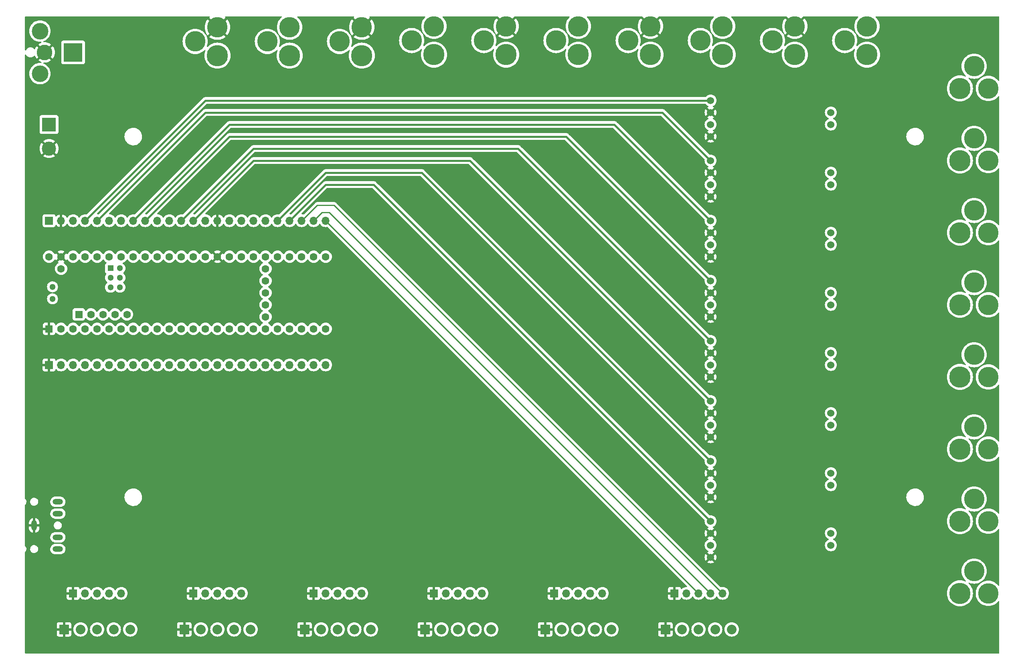
<source format=gbr>
%TF.GenerationSoftware,KiCad,Pcbnew,7.0.2-0*%
%TF.CreationDate,2023-06-26T15:28:45-04:00*%
%TF.ProjectId,6-Camera-PCB,362d4361-6d65-4726-912d-5043422e6b69,rev?*%
%TF.SameCoordinates,Original*%
%TF.FileFunction,Copper,L2,Bot*%
%TF.FilePolarity,Positive*%
%FSLAX46Y46*%
G04 Gerber Fmt 4.6, Leading zero omitted, Abs format (unit mm)*
G04 Created by KiCad (PCBNEW 7.0.2-0) date 2023-06-26 15:28:45*
%MOMM*%
%LPD*%
G01*
G04 APERTURE LIST*
%TA.AperFunction,ComponentPad*%
%ADD10C,4.500000*%
%TD*%
%TA.AperFunction,ComponentPad*%
%ADD11C,4.318000*%
%TD*%
%TA.AperFunction,ComponentPad*%
%ADD12R,2.032000X2.032000*%
%TD*%
%TA.AperFunction,ComponentPad*%
%ADD13C,2.032000*%
%TD*%
%TA.AperFunction,ComponentPad*%
%ADD14R,1.700000X1.700000*%
%TD*%
%TA.AperFunction,ComponentPad*%
%ADD15O,1.700000X1.700000*%
%TD*%
%TA.AperFunction,ComponentPad*%
%ADD16C,1.524000*%
%TD*%
%TA.AperFunction,ComponentPad*%
%ADD17C,1.600000*%
%TD*%
%TA.AperFunction,ComponentPad*%
%ADD18R,1.600000X1.600000*%
%TD*%
%TA.AperFunction,ComponentPad*%
%ADD19R,1.300000X1.300000*%
%TD*%
%TA.AperFunction,ComponentPad*%
%ADD20C,1.300000*%
%TD*%
%TA.AperFunction,ComponentPad*%
%ADD21R,3.000000X3.000000*%
%TD*%
%TA.AperFunction,ComponentPad*%
%ADD22C,3.000000*%
%TD*%
%TA.AperFunction,ComponentPad*%
%ADD23O,2.200000X1.200000*%
%TD*%
%TA.AperFunction,ComponentPad*%
%ADD24O,1.200000X2.200000*%
%TD*%
%TA.AperFunction,ComponentPad*%
%ADD25C,3.500000*%
%TD*%
%TA.AperFunction,ComponentPad*%
%ADD26C,3.300000*%
%TD*%
%TA.AperFunction,ComponentPad*%
%ADD27R,4.000000X4.000000*%
%TD*%
%TA.AperFunction,Conductor*%
%ADD28C,0.406400*%
%TD*%
%TA.AperFunction,Conductor*%
%ADD29C,0.254000*%
%TD*%
G04 APERTURE END LIST*
D10*
%TO.P,J18,1*%
%TO.N,+24V*%
X96520000Y-33710880D03*
D11*
%TO.P,J18,2*%
%TO.N,Net-(J18-Pad2)*%
X96520000Y-27711400D03*
%TO.P,J18,3*%
%TO.N,N/C*%
X91821000Y-30711140D03*
%TD*%
D10*
%TO.P,J17,1*%
%TO.N,Net-(J16-Pad2)*%
X111760000Y-33710880D03*
D11*
%TO.P,J17,2*%
%TO.N,GND*%
X111760000Y-27711400D03*
%TO.P,J17,3*%
%TO.N,N/C*%
X107061000Y-30711140D03*
%TD*%
D10*
%TO.P,J16,1*%
%TO.N,+24V*%
X127000000Y-33510880D03*
D11*
%TO.P,J16,2*%
%TO.N,Net-(J16-Pad2)*%
X127000000Y-27511400D03*
%TO.P,J16,3*%
%TO.N,N/C*%
X122301000Y-30511140D03*
%TD*%
D10*
%TO.P,J11,1*%
%TO.N,Net-(J10-Pad2)*%
X203200000Y-33510880D03*
D11*
%TO.P,J11,2*%
%TO.N,GND*%
X203200000Y-27511400D03*
%TO.P,J11,3*%
%TO.N,N/C*%
X198501000Y-30511140D03*
%TD*%
%TO.P,J22,3*%
%TO.N,N/C*%
X241068860Y-112141000D03*
%TO.P,J22,2*%
%TO.N,Net-(U4-LED-)*%
X244068600Y-116840000D03*
D10*
%TO.P,J22,1*%
%TO.N,Net-(U4-LED+)*%
X238069120Y-116840000D03*
%TD*%
D11*
%TO.P,J23,3*%
%TO.N,N/C*%
X241068860Y-96901000D03*
%TO.P,J23,2*%
%TO.N,Net-(U5-LED-)*%
X244068600Y-101600000D03*
D10*
%TO.P,J23,1*%
%TO.N,Net-(U5-LED+)*%
X238069120Y-101600000D03*
%TD*%
%TO.P,J14,1*%
%TO.N,+24V*%
X157480000Y-33510880D03*
D11*
%TO.P,J14,2*%
%TO.N,Net-(J14-Pad2)*%
X157480000Y-27511400D03*
%TO.P,J14,3*%
%TO.N,N/C*%
X152781000Y-30511140D03*
%TD*%
%TO.P,J21,3*%
%TO.N,N/C*%
X241068860Y-127381000D03*
%TO.P,J21,2*%
%TO.N,Net-(U3-LED-)*%
X244068600Y-132080000D03*
D10*
%TO.P,J21,1*%
%TO.N,Net-(U3-LED+)*%
X238069120Y-132080000D03*
%TD*%
D11*
%TO.P,J20,3*%
%TO.N,N/C*%
X241068860Y-142621000D03*
%TO.P,J20,2*%
%TO.N,Net-(U2-LED-)*%
X244068600Y-147320000D03*
D10*
%TO.P,J20,1*%
%TO.N,Net-(U2-LED+)*%
X238069120Y-147320000D03*
%TD*%
%TO.P,J10,1*%
%TO.N,+24V*%
X218440000Y-33510880D03*
D11*
%TO.P,J10,2*%
%TO.N,Net-(J10-Pad2)*%
X218440000Y-27511400D03*
%TO.P,J10,3*%
%TO.N,N/C*%
X213741000Y-30511140D03*
%TD*%
D10*
%TO.P,J13,1*%
%TO.N,Net-(J12-Pad2)*%
X172720000Y-33510880D03*
D11*
%TO.P,J13,2*%
%TO.N,GND*%
X172720000Y-27511400D03*
%TO.P,J13,3*%
%TO.N,N/C*%
X168021000Y-30511140D03*
%TD*%
D10*
%TO.P,J12,1*%
%TO.N,+24V*%
X187960000Y-33510880D03*
D11*
%TO.P,J12,2*%
%TO.N,Net-(J12-Pad2)*%
X187960000Y-27511400D03*
%TO.P,J12,3*%
%TO.N,N/C*%
X183261000Y-30511140D03*
%TD*%
D10*
%TO.P,J15,1*%
%TO.N,Net-(J14-Pad2)*%
X142240000Y-33510880D03*
D11*
%TO.P,J15,2*%
%TO.N,GND*%
X142240000Y-27511400D03*
%TO.P,J15,3*%
%TO.N,N/C*%
X137541000Y-30511140D03*
%TD*%
%TO.P,J26,3*%
%TO.N,N/C*%
X241068860Y-51181000D03*
%TO.P,J26,2*%
%TO.N,Net-(U8-LED-)*%
X244068600Y-55880000D03*
D10*
%TO.P,J26,1*%
%TO.N,Net-(U8-LED+)*%
X238069120Y-55880000D03*
%TD*%
D11*
%TO.P,J24,3*%
%TO.N,N/C*%
X241068860Y-81661000D03*
%TO.P,J24,2*%
%TO.N,Net-(U6-LED-)*%
X244068600Y-86360000D03*
D10*
%TO.P,J24,1*%
%TO.N,Net-(U6-LED+)*%
X238069120Y-86360000D03*
%TD*%
D11*
%TO.P,J25,3*%
%TO.N,N/C*%
X241068860Y-66421000D03*
%TO.P,J25,2*%
%TO.N,Net-(U7-LED-)*%
X244068600Y-71120000D03*
D10*
%TO.P,J25,1*%
%TO.N,Net-(U7-LED+)*%
X238069120Y-71120000D03*
%TD*%
D11*
%TO.P,J27,3*%
%TO.N,N/C*%
X241068860Y-35941000D03*
%TO.P,J27,2*%
%TO.N,Net-(U9-LED-)*%
X244068600Y-40640000D03*
D10*
%TO.P,J27,1*%
%TO.N,Net-(U9-LED+)*%
X238069120Y-40640000D03*
%TD*%
%TO.P,J19,1*%
%TO.N,Net-(J18-Pad2)*%
X81280000Y-33710880D03*
D11*
%TO.P,J19,2*%
%TO.N,GND*%
X81280000Y-27711400D03*
%TO.P,J19,3*%
%TO.N,N/C*%
X76581000Y-30711140D03*
%TD*%
D12*
%TO.P,J3,1,Pin_1*%
%TO.N,GND*%
X48882300Y-154940000D03*
D13*
%TO.P,J3,2,Pin_2*%
%TO.N,/Bassler-1-Trigger*%
X52379880Y-154940000D03*
%TO.P,J3,3,Pin_3*%
%TO.N,/Bassler-1-Aux1*%
X55880000Y-154940000D03*
%TO.P,J3,4,Pin_4*%
%TO.N,/Bassler-1-Aux2*%
X59380120Y-154940000D03*
%TO.P,J3,5,Pin_5*%
%TO.N,/Bassler-1-Aux3*%
X62880240Y-154940000D03*
%TD*%
D14*
%TO.P,J28,1,Pin_1*%
%TO.N,Net-(J28-Pin_1)*%
X45720000Y-68580000D03*
D15*
%TO.P,J28,2,Pin_2*%
%TO.N,GND*%
X48260000Y-68580000D03*
%TO.P,J28,3,Pin_3*%
%TO.N,Net-(J28-Pin_3)*%
X50800000Y-68580000D03*
%TO.P,J28,4,Pin_4*%
%TO.N,/LED-8*%
X53340000Y-68580000D03*
%TO.P,J28,5,Pin_5*%
%TO.N,/LED-7*%
X55880000Y-68580000D03*
%TO.P,J28,6,Pin_6*%
%TO.N,Net-(J28-Pin_6)*%
X58420000Y-68580000D03*
%TO.P,J28,7,Pin_7*%
%TO.N,Net-(J28-Pin_7)*%
X60960000Y-68580000D03*
%TO.P,J28,8,Pin_8*%
%TO.N,/LED-6*%
X63500000Y-68580000D03*
%TO.P,J28,9,Pin_9*%
%TO.N,/LED-5*%
X66040000Y-68580000D03*
%TO.P,J28,10,Pin_10*%
%TO.N,Net-(J28-Pin_10)*%
X68580000Y-68580000D03*
%TO.P,J28,11,Pin_11*%
%TO.N,Net-(J28-Pin_11)*%
X71120000Y-68580000D03*
%TO.P,J28,12,Pin_12*%
%TO.N,/LED-4*%
X73660000Y-68580000D03*
%TO.P,J28,13,Pin_13*%
%TO.N,/LED-3*%
X76200000Y-68580000D03*
%TO.P,J28,14,Pin_14*%
%TO.N,Net-(J28-Pin_14)*%
X78740000Y-68580000D03*
%TO.P,J28,15,Pin_15*%
%TO.N,GND*%
X81280000Y-68580000D03*
%TO.P,J28,16,Pin_16*%
%TO.N,Net-(J28-Pin_16)*%
X83820000Y-68580000D03*
%TO.P,J28,17,Pin_17*%
%TO.N,Net-(J28-Pin_17)*%
X86360000Y-68580000D03*
%TO.P,J28,18,Pin_18*%
%TO.N,Net-(J28-Pin_18)*%
X88900000Y-68580000D03*
%TO.P,J28,19,Pin_19*%
%TO.N,Net-(J28-Pin_19)*%
X91440000Y-68580000D03*
%TO.P,J28,20,Pin_20*%
%TO.N,/LED-2*%
X93980000Y-68580000D03*
%TO.P,J28,21,Pin_21*%
%TO.N,/LED-1*%
X96520000Y-68580000D03*
%TO.P,J28,22,Pin_22*%
%TO.N,/Bassler-6-Aux3*%
X99060000Y-68580000D03*
%TO.P,J28,23,Pin_23*%
%TO.N,/Bassler-6-Aux2*%
X101600000Y-68580000D03*
%TO.P,J28,24,Pin_24*%
%TO.N,/Bassler-6-Aux1*%
X104140000Y-68580000D03*
%TD*%
D16*
%TO.P,U6,1,V-*%
%TO.N,GND*%
X185420000Y-88900000D03*
%TO.P,U6,2,V+*%
%TO.N,+24V*%
X185420000Y-86360000D03*
%TO.P,U6,3,DGnd*%
%TO.N,GND*%
X185420000Y-83820000D03*
%TO.P,U6,4,Ctrl*%
%TO.N,/LED-5*%
X185420000Y-81280000D03*
%TO.P,U6,5,LED+*%
%TO.N,Net-(U6-LED+)*%
X210820000Y-83820000D03*
%TO.P,U6,6,LED-*%
%TO.N,Net-(U6-LED-)*%
X210820000Y-86360000D03*
%TD*%
D12*
%TO.P,J4,1,Pin_1*%
%TO.N,GND*%
X74282300Y-154940000D03*
D13*
%TO.P,J4,2,Pin_2*%
%TO.N,/Bassler-2-Trigger*%
X77779880Y-154940000D03*
%TO.P,J4,3,Pin_3*%
%TO.N,/Bassler-2-Aux1*%
X81280000Y-154940000D03*
%TO.P,J4,4,Pin_4*%
%TO.N,/Bassler-2-Aux2*%
X84780120Y-154940000D03*
%TO.P,J4,5,Pin_5*%
%TO.N,/Bassler-2-Aux3*%
X88280240Y-154940000D03*
%TD*%
D16*
%TO.P,U9,1,V-*%
%TO.N,GND*%
X185420000Y-50800000D03*
%TO.P,U9,2,V+*%
%TO.N,+24V*%
X185420000Y-48260000D03*
%TO.P,U9,3,DGnd*%
%TO.N,GND*%
X185420000Y-45720000D03*
%TO.P,U9,4,Ctrl*%
%TO.N,/LED-8*%
X185420000Y-43180000D03*
%TO.P,U9,5,LED+*%
%TO.N,Net-(U9-LED+)*%
X210820000Y-45720000D03*
%TO.P,U9,6,LED-*%
%TO.N,Net-(U9-LED-)*%
X210820000Y-48260000D03*
%TD*%
%TO.P,U8,1,V-*%
%TO.N,GND*%
X185420000Y-63500000D03*
%TO.P,U8,2,V+*%
%TO.N,+24V*%
X185420000Y-60960000D03*
%TO.P,U8,3,DGnd*%
%TO.N,GND*%
X185420000Y-58420000D03*
%TO.P,U8,4,Ctrl*%
%TO.N,/LED-7*%
X185420000Y-55880000D03*
%TO.P,U8,5,LED+*%
%TO.N,Net-(U8-LED+)*%
X210820000Y-58420000D03*
%TO.P,U8,6,LED-*%
%TO.N,Net-(U8-LED-)*%
X210820000Y-60960000D03*
%TD*%
D15*
%TO.P,J30,5,Pin_5*%
%TO.N,/Bassler-4-Aux3*%
X137160000Y-147320000D03*
%TO.P,J30,4,Pin_4*%
%TO.N,/Bassler-4-Aux2*%
X134620000Y-147320000D03*
%TO.P,J30,3,Pin_3*%
%TO.N,/Bassler-4-Aux1*%
X132080000Y-147320000D03*
%TO.P,J30,2,Pin_2*%
%TO.N,/Bassler-4-Trigger*%
X129540000Y-147320000D03*
D14*
%TO.P,J30,1,Pin_1*%
%TO.N,GND*%
X127000000Y-147320000D03*
%TD*%
D15*
%TO.P,J31,5,Pin_5*%
%TO.N,/Bassler-1-Aux3*%
X60960000Y-147320000D03*
%TO.P,J31,4,Pin_4*%
%TO.N,/Bassler-1-Aux2*%
X58420000Y-147320000D03*
%TO.P,J31,3,Pin_3*%
%TO.N,/Bassler-1-Aux1*%
X55880000Y-147320000D03*
%TO.P,J31,2,Pin_2*%
%TO.N,/Bassler-1-Trigger*%
X53340000Y-147320000D03*
D14*
%TO.P,J31,1,Pin_1*%
%TO.N,GND*%
X50800000Y-147320000D03*
%TD*%
D17*
%TO.P,U1,49,VUSB*%
%TO.N,unconnected-(U1-VUSB-Pad49)*%
X48260000Y-78740000D03*
%TO.P,U1,59,GND*%
%TO.N,unconnected-(U1-GND-Pad59)*%
X62179200Y-88389200D03*
%TO.P,U1,58,GND*%
%TO.N,unconnected-(U1-GND-Pad58)*%
X59639200Y-88389200D03*
%TO.P,U1,57,D+*%
%TO.N,unconnected-(U1-D+-Pad57)*%
X57099200Y-88389200D03*
%TO.P,U1,56,D-*%
%TO.N,unconnected-(U1-D--Pad56)*%
X54559200Y-88389200D03*
D18*
%TO.P,U1,55,5V*%
%TO.N,unconnected-(U1-5V-Pad55)*%
X52019200Y-88389200D03*
D17*
%TO.P,U1,48,VIN*%
%TO.N,Net-(J28-Pin_1)*%
X45720000Y-76200000D03*
%TO.P,U1,47,GND*%
%TO.N,GND*%
X48260000Y-76200000D03*
%TO.P,U1,46,3V3*%
%TO.N,Net-(J28-Pin_3)*%
X50800000Y-76200000D03*
%TO.P,U1,45,23_A9_CRX1_MCLK1*%
%TO.N,/LED-8*%
X53340000Y-76200000D03*
%TO.P,U1,44,22_A8_CTX1*%
%TO.N,/LED-7*%
X55880000Y-76200000D03*
%TO.P,U1,43,21_A7_RX5_BCLK1*%
%TO.N,Net-(J28-Pin_6)*%
X58420000Y-76200000D03*
%TO.P,U1,42,20_A6_TX5_LRCLK1*%
%TO.N,Net-(J28-Pin_7)*%
X60960000Y-76200000D03*
%TO.P,U1,41,19_A5_SCL*%
%TO.N,/LED-6*%
X63500000Y-76200000D03*
%TO.P,U1,40,18_A4_SDA*%
%TO.N,/LED-5*%
X66040000Y-76200000D03*
%TO.P,U1,39,17_A3_TX4_SDA1*%
%TO.N,Net-(J28-Pin_10)*%
X68580000Y-76200000D03*
%TO.P,U1,38,16_A2_RX4_SCL1*%
%TO.N,Net-(J28-Pin_11)*%
X71120000Y-76200000D03*
%TO.P,U1,37,15_A1_RX3_SPDIF_IN*%
%TO.N,/LED-4*%
X73660000Y-76200000D03*
%TO.P,U1,36,14_A0_TX3_SPDIF_OUT*%
%TO.N,/LED-3*%
X76200000Y-76200000D03*
%TO.P,U1,35,13_SCK_LED*%
%TO.N,Net-(J28-Pin_14)*%
X78740000Y-76200000D03*
D18*
%TO.P,U1,1,GND*%
%TO.N,GND*%
X45720000Y-91440000D03*
D17*
%TO.P,U1,2,0_RX1_CRX2_CS1*%
%TO.N,/Azure-Trigger*%
X48260000Y-91440000D03*
%TO.P,U1,3,1_TX1_CTX2_MISO1*%
%TO.N,/Bassler-1-Trigger*%
X50800000Y-91440000D03*
%TO.P,U1,4,2_OUT2*%
%TO.N,/Bassler-1-Aux1*%
X53340000Y-91440000D03*
%TO.P,U1,5,3_LRCLK2*%
%TO.N,/Bassler-1-Aux2*%
X55880000Y-91440000D03*
%TO.P,U1,6,4_BCLK2*%
%TO.N,/Bassler-1-Aux3*%
X58420000Y-91440000D03*
%TO.P,U1,7,5_IN2*%
%TO.N,/Bassler-2-Trigger*%
X60960000Y-91440000D03*
%TO.P,U1,8,6_OUT1D*%
%TO.N,/Bassler-2-Aux1*%
X63500000Y-91440000D03*
%TO.P,U1,9,7_RX2_OUT1A*%
%TO.N,/Bassler-2-Aux2*%
X66040000Y-91440000D03*
%TO.P,U1,10,8_TX2_IN1*%
%TO.N,/Bassler-2-Aux3*%
X68580000Y-91440000D03*
%TO.P,U1,11,9_OUT1C*%
%TO.N,/Bassler-3-Trigger*%
X71120000Y-91440000D03*
%TO.P,U1,12,10_CS_MQSR*%
%TO.N,/Bassler-3-Aux1*%
X73660000Y-91440000D03*
%TO.P,U1,13,11_MOSI_CTX1*%
%TO.N,/Bassler-3-Aux2*%
X76200000Y-91440000D03*
%TO.P,U1,34,GND*%
%TO.N,GND*%
X81280000Y-76200000D03*
%TO.P,U1,33,41_A17*%
%TO.N,Net-(J28-Pin_16)*%
X83820000Y-76200000D03*
%TO.P,U1,32,40_A16*%
%TO.N,Net-(J28-Pin_17)*%
X86360000Y-76200000D03*
%TO.P,U1,31,39_MISO1_OUT1A*%
%TO.N,Net-(J28-Pin_18)*%
X88900000Y-76200000D03*
%TO.P,U1,30,38_CS1_IN1*%
%TO.N,Net-(J28-Pin_19)*%
X91440000Y-76200000D03*
%TO.P,U1,29,37_CS*%
%TO.N,/LED-2*%
X93980000Y-76200000D03*
%TO.P,U1,28,36_CS*%
%TO.N,/LED-1*%
X96520000Y-76200000D03*
%TO.P,U1,27,35_TX8*%
%TO.N,/Bassler-6-Aux3*%
X99060000Y-76200000D03*
%TO.P,U1,26,34_RX8*%
%TO.N,/Bassler-6-Aux2*%
X101600000Y-76200000D03*
%TO.P,U1,25,33_MCLK2*%
%TO.N,/Bassler-6-Aux1*%
X104140000Y-76200000D03*
%TO.P,U1,24,32_OUT1B*%
%TO.N,/Bassler-6-Trigger*%
X104140000Y-91440000D03*
%TO.P,U1,23,31_CTX3*%
%TO.N,/Bassler-5-Aux3*%
X101600000Y-91440000D03*
%TO.P,U1,22,30_CRX3*%
%TO.N,/Bassler-5-Aux2*%
X99060000Y-91440000D03*
%TO.P,U1,21,29_TX7*%
%TO.N,/Bassler-5-Aux1*%
X96520000Y-91440000D03*
%TO.P,U1,14,12_MISO_MQSL*%
%TO.N,/Bassler-3-Aux3*%
X78740000Y-91440000D03*
%TO.P,U1,15,3V3*%
%TO.N,Net-(J29-Pin_15)*%
X81280000Y-91440000D03*
%TO.P,U1,16,24_A10_TX6_SCL2*%
%TO.N,/Bassler-4-Trigger*%
X83820000Y-91440000D03*
%TO.P,U1,20,28_RX7*%
%TO.N,/Bassler-5-Trigger*%
X93980000Y-91440000D03*
%TO.P,U1,19,27_A13_SCK1*%
%TO.N,/Bassler-4-Aux3*%
X91440000Y-91440000D03*
%TO.P,U1,18,26_A12_MOSI1*%
%TO.N,/Bassler-4-Aux2*%
X88900000Y-91440000D03*
%TO.P,U1,17,25_A11_RX6_SDA2*%
%TO.N,/Bassler-4-Aux1*%
X86360000Y-91440000D03*
D19*
%TO.P,U1,60,R+*%
%TO.N,unconnected-(U1-R+-Pad60)*%
X58690000Y-78638400D03*
D20*
%TO.P,U1,65,R-*%
%TO.N,unconnected-(U1-R--Pad65)*%
X60690000Y-78638400D03*
%TO.P,U1,61,LED*%
%TO.N,unconnected-(U1-LED-Pad61)*%
X58690000Y-80638400D03*
%TO.P,U1,64,GND*%
%TO.N,unconnected-(U1-GND-Pad64)*%
X60690000Y-80638400D03*
%TO.P,U1,63,T+*%
%TO.N,unconnected-(U1-T+-Pad63)*%
X60690000Y-82638400D03*
%TO.P,U1,62,T-*%
%TO.N,unconnected-(U1-T--Pad62)*%
X58690000Y-82638400D03*
D17*
%TO.P,U1,50,VBAT*%
%TO.N,unconnected-(U1-VBAT-Pad50)*%
X91440000Y-88900000D03*
%TO.P,U1,51,3V3*%
%TO.N,unconnected-(U1-3V3-Pad51)*%
X91440000Y-86360000D03*
%TO.P,U1,52,GND*%
%TO.N,unconnected-(U1-GND-Pad52)*%
X91440000Y-83820000D03*
%TO.P,U1,53,PROGRAM*%
%TO.N,unconnected-(U1-PROGRAM-Pad53)*%
X91440000Y-81280000D03*
%TO.P,U1,54,ON_OFF*%
%TO.N,unconnected-(U1-ON_OFF-Pad54)*%
X91440000Y-78740000D03*
D20*
%TO.P,U1,67,D+*%
%TO.N,unconnected-(U1-D+-Pad67)*%
X46450000Y-85090000D03*
%TO.P,U1,66,D-*%
%TO.N,unconnected-(U1-D--Pad66)*%
X46450000Y-82550000D03*
%TD*%
D16*
%TO.P,U7,1,V-*%
%TO.N,GND*%
X185420000Y-76200000D03*
%TO.P,U7,2,V+*%
%TO.N,+24V*%
X185420000Y-73660000D03*
%TO.P,U7,3,DGnd*%
%TO.N,GND*%
X185420000Y-71120000D03*
%TO.P,U7,4,Ctrl*%
%TO.N,/LED-6*%
X185420000Y-68580000D03*
%TO.P,U7,5,LED+*%
%TO.N,Net-(U7-LED+)*%
X210820000Y-71120000D03*
%TO.P,U7,6,LED-*%
%TO.N,Net-(U7-LED-)*%
X210820000Y-73660000D03*
%TD*%
%TO.P,U3,1,V-*%
%TO.N,GND*%
X185420000Y-127000000D03*
%TO.P,U3,2,V+*%
%TO.N,+24V*%
X185420000Y-124460000D03*
%TO.P,U3,3,DGnd*%
%TO.N,GND*%
X185420000Y-121920000D03*
%TO.P,U3,4,Ctrl*%
%TO.N,/LED-2*%
X185420000Y-119380000D03*
%TO.P,U3,5,LED+*%
%TO.N,Net-(U3-LED+)*%
X210820000Y-121920000D03*
%TO.P,U3,6,LED-*%
%TO.N,Net-(U3-LED-)*%
X210820000Y-124460000D03*
%TD*%
%TO.P,U5,1,V-*%
%TO.N,GND*%
X185420000Y-101600000D03*
%TO.P,U5,2,V+*%
%TO.N,+24V*%
X185420000Y-99060000D03*
%TO.P,U5,3,DGnd*%
%TO.N,GND*%
X185420000Y-96520000D03*
%TO.P,U5,4,Ctrl*%
%TO.N,/LED-4*%
X185420000Y-93980000D03*
%TO.P,U5,5,LED+*%
%TO.N,Net-(U5-LED+)*%
X210820000Y-96520000D03*
%TO.P,U5,6,LED-*%
%TO.N,Net-(U5-LED-)*%
X210820000Y-99060000D03*
%TD*%
D21*
%TO.P,J9,1,Pin_1*%
%TO.N,+24V*%
X45720000Y-48260000D03*
D22*
%TO.P,J9,2,Pin_2*%
%TO.N,GND*%
X45720000Y-53340000D03*
%TD*%
D16*
%TO.P,U4,1,V-*%
%TO.N,GND*%
X185420000Y-114300000D03*
%TO.P,U4,2,V+*%
%TO.N,+24V*%
X185420000Y-111760000D03*
%TO.P,U4,3,DGnd*%
%TO.N,GND*%
X185420000Y-109220000D03*
%TO.P,U4,4,Ctrl*%
%TO.N,/LED-3*%
X185420000Y-106680000D03*
%TO.P,U4,5,LED+*%
%TO.N,Net-(U4-LED+)*%
X210820000Y-109220000D03*
%TO.P,U4,6,LED-*%
%TO.N,Net-(U4-LED-)*%
X210820000Y-111760000D03*
%TD*%
D15*
%TO.P,J34,5,Pin_5*%
%TO.N,/Bassler-5-Aux3*%
X162560000Y-147320000D03*
%TO.P,J34,4,Pin_4*%
%TO.N,/Bassler-5-Aux2*%
X160020000Y-147320000D03*
%TO.P,J34,3,Pin_3*%
%TO.N,/Bassler-5-Aux1*%
X157480000Y-147320000D03*
%TO.P,J34,2,Pin_2*%
%TO.N,/Bassler-5-Trigger*%
X154940000Y-147320000D03*
D14*
%TO.P,J34,1,Pin_1*%
%TO.N,GND*%
X152400000Y-147320000D03*
%TD*%
D12*
%TO.P,J6,1,Pin_1*%
%TO.N,GND*%
X99682300Y-154940000D03*
D13*
%TO.P,J6,2,Pin_2*%
%TO.N,/Bassler-3-Trigger*%
X103179880Y-154940000D03*
%TO.P,J6,3,Pin_3*%
%TO.N,/Bassler-3-Aux1*%
X106680000Y-154940000D03*
%TO.P,J6,4,Pin_4*%
%TO.N,/Bassler-3-Aux2*%
X110180120Y-154940000D03*
%TO.P,J6,5,Pin_5*%
%TO.N,/Bassler-3-Aux3*%
X113680240Y-154940000D03*
%TD*%
D15*
%TO.P,J32,5,Pin_5*%
%TO.N,/Bassler-2-Aux3*%
X86360000Y-147320000D03*
%TO.P,J32,4,Pin_4*%
%TO.N,/Bassler-2-Aux2*%
X83820000Y-147320000D03*
%TO.P,J32,3,Pin_3*%
%TO.N,/Bassler-2-Aux1*%
X81280000Y-147320000D03*
%TO.P,J32,2,Pin_2*%
%TO.N,/Bassler-2-Trigger*%
X78740000Y-147320000D03*
D14*
%TO.P,J32,1,Pin_1*%
%TO.N,GND*%
X76200000Y-147320000D03*
%TD*%
D12*
%TO.P,J2,1,Pin_1*%
%TO.N,GND*%
X125082300Y-154940000D03*
D13*
%TO.P,J2,2,Pin_2*%
%TO.N,/Bassler-4-Trigger*%
X128579880Y-154940000D03*
%TO.P,J2,3,Pin_3*%
%TO.N,/Bassler-4-Aux1*%
X132080000Y-154940000D03*
%TO.P,J2,4,Pin_4*%
%TO.N,/Bassler-4-Aux2*%
X135580120Y-154940000D03*
%TO.P,J2,5,Pin_5*%
%TO.N,/Bassler-4-Aux3*%
X139080240Y-154940000D03*
%TD*%
D23*
%TO.P,J1,TN*%
%TO.N,N/C*%
X47579794Y-135469853D03*
%TO.P,J1,T*%
%TO.N,/Azure-Trigger*%
X47579794Y-137969853D03*
D24*
%TO.P,J1,S*%
%TO.N,GND*%
X42579794Y-132969853D03*
D23*
%TO.P,J1,RN*%
%TO.N,N/C*%
X47579794Y-130469853D03*
%TO.P,J1,R*%
X47579794Y-127969853D03*
%TD*%
D15*
%TO.P,J33,5,Pin_5*%
%TO.N,/Bassler-3-Aux3*%
X111760000Y-147320000D03*
%TO.P,J33,4,Pin_4*%
%TO.N,/Bassler-3-Aux2*%
X109220000Y-147320000D03*
%TO.P,J33,3,Pin_3*%
%TO.N,/Bassler-3-Aux1*%
X106680000Y-147320000D03*
%TO.P,J33,2,Pin_2*%
%TO.N,/Bassler-3-Trigger*%
X104140000Y-147320000D03*
D14*
%TO.P,J33,1,Pin_1*%
%TO.N,GND*%
X101600000Y-147320000D03*
%TD*%
%TO.P,J29,1,Pin_1*%
%TO.N,GND*%
X45720000Y-99060000D03*
D15*
%TO.P,J29,2,Pin_2*%
%TO.N,/Azure-Trigger*%
X48260000Y-99060000D03*
%TO.P,J29,3,Pin_3*%
%TO.N,/Bassler-1-Trigger*%
X50800000Y-99060000D03*
%TO.P,J29,4,Pin_4*%
%TO.N,/Bassler-1-Aux1*%
X53340000Y-99060000D03*
%TO.P,J29,5,Pin_5*%
%TO.N,/Bassler-1-Aux2*%
X55880000Y-99060000D03*
%TO.P,J29,6,Pin_6*%
%TO.N,/Bassler-1-Aux3*%
X58420000Y-99060000D03*
%TO.P,J29,7,Pin_7*%
%TO.N,/Bassler-2-Trigger*%
X60960000Y-99060000D03*
%TO.P,J29,8,Pin_8*%
%TO.N,/Bassler-2-Aux1*%
X63500000Y-99060000D03*
%TO.P,J29,9,Pin_9*%
%TO.N,/Bassler-2-Aux2*%
X66040000Y-99060000D03*
%TO.P,J29,10,Pin_10*%
%TO.N,/Bassler-2-Aux3*%
X68580000Y-99060000D03*
%TO.P,J29,11,Pin_11*%
%TO.N,/Bassler-3-Trigger*%
X71120000Y-99060000D03*
%TO.P,J29,12,Pin_12*%
%TO.N,/Bassler-3-Aux1*%
X73660000Y-99060000D03*
%TO.P,J29,13,Pin_13*%
%TO.N,/Bassler-3-Aux2*%
X76200000Y-99060000D03*
%TO.P,J29,14,Pin_14*%
%TO.N,/Bassler-3-Aux3*%
X78740000Y-99060000D03*
%TO.P,J29,15,Pin_15*%
%TO.N,Net-(J29-Pin_15)*%
X81280000Y-99060000D03*
%TO.P,J29,16,Pin_16*%
%TO.N,/Bassler-4-Trigger*%
X83820000Y-99060000D03*
%TO.P,J29,17,Pin_17*%
%TO.N,/Bassler-4-Aux1*%
X86360000Y-99060000D03*
%TO.P,J29,18,Pin_18*%
%TO.N,/Bassler-4-Aux2*%
X88900000Y-99060000D03*
%TO.P,J29,19,Pin_19*%
%TO.N,/Bassler-4-Aux3*%
X91440000Y-99060000D03*
%TO.P,J29,20,Pin_20*%
%TO.N,/Bassler-5-Trigger*%
X93980000Y-99060000D03*
%TO.P,J29,21,Pin_21*%
%TO.N,/Bassler-5-Aux1*%
X96520000Y-99060000D03*
%TO.P,J29,22,Pin_22*%
%TO.N,/Bassler-5-Aux2*%
X99060000Y-99060000D03*
%TO.P,J29,23,Pin_23*%
%TO.N,/Bassler-5-Aux3*%
X101600000Y-99060000D03*
%TO.P,J29,24,Pin_24*%
%TO.N,/Bassler-6-Trigger*%
X104140000Y-99060000D03*
%TD*%
D12*
%TO.P,J5,1,Pin_1*%
%TO.N,GND*%
X150482300Y-154940000D03*
D13*
%TO.P,J5,2,Pin_2*%
%TO.N,/Bassler-5-Trigger*%
X153979880Y-154940000D03*
%TO.P,J5,3,Pin_3*%
%TO.N,/Bassler-5-Aux1*%
X157480000Y-154940000D03*
%TO.P,J5,4,Pin_4*%
%TO.N,/Bassler-5-Aux2*%
X160980120Y-154940000D03*
%TO.P,J5,5,Pin_5*%
%TO.N,/Bassler-5-Aux3*%
X164480240Y-154940000D03*
%TD*%
D16*
%TO.P,U2,1,V-*%
%TO.N,GND*%
X185420000Y-139700000D03*
%TO.P,U2,2,V+*%
%TO.N,+24V*%
X185420000Y-137160000D03*
%TO.P,U2,3,DGnd*%
%TO.N,GND*%
X185420000Y-134620000D03*
%TO.P,U2,4,Ctrl*%
%TO.N,/LED-1*%
X185420000Y-132080000D03*
%TO.P,U2,5,LED+*%
%TO.N,Net-(U2-LED+)*%
X210820000Y-134620000D03*
%TO.P,U2,6,LED-*%
%TO.N,Net-(U2-LED-)*%
X210820000Y-137160000D03*
%TD*%
D25*
%TO.P,J8,MP*%
%TO.N,N/C*%
X43800000Y-28520000D03*
X43800000Y-37520000D03*
D26*
%TO.P,J8,2*%
%TO.N,GND*%
X44800000Y-33020000D03*
D27*
%TO.P,J8,1*%
%TO.N,+24V*%
X50800000Y-33020000D03*
%TD*%
D14*
%TO.P,J35,1,Pin_1*%
%TO.N,GND*%
X177800000Y-147320000D03*
D15*
%TO.P,J35,2,Pin_2*%
%TO.N,/Bassler-6-Trigger*%
X180340000Y-147320000D03*
%TO.P,J35,3,Pin_3*%
%TO.N,/Bassler-6-Aux1*%
X182880000Y-147320000D03*
%TO.P,J35,4,Pin_4*%
%TO.N,/Bassler-6-Aux2*%
X185420000Y-147320000D03*
%TO.P,J35,5,Pin_5*%
%TO.N,/Bassler-6-Aux3*%
X187960000Y-147320000D03*
%TD*%
D12*
%TO.P,J7,1,Pin_1*%
%TO.N,GND*%
X175882300Y-154940000D03*
D13*
%TO.P,J7,2,Pin_2*%
%TO.N,/Bassler-6-Trigger*%
X179379880Y-154940000D03*
%TO.P,J7,3,Pin_3*%
%TO.N,/Bassler-6-Aux1*%
X182880000Y-154940000D03*
%TO.P,J7,4,Pin_4*%
%TO.N,/Bassler-6-Aux2*%
X186380120Y-154940000D03*
%TO.P,J7,5,Pin_5*%
%TO.N,/Bassler-6-Aux3*%
X189880240Y-154940000D03*
%TD*%
D28*
%TO.N,/LED-1*%
X185420000Y-132080000D02*
X114300000Y-60960000D01*
X114300000Y-60960000D02*
X104140000Y-60960000D01*
X104140000Y-60960000D02*
X96520000Y-68580000D01*
%TO.N,/LED-2*%
X185420000Y-119380000D02*
X124460000Y-58420000D01*
X124460000Y-58420000D02*
X104140000Y-58420000D01*
X104140000Y-58420000D02*
X93980000Y-68580000D01*
%TO.N,/LED-3*%
X185420000Y-106680000D02*
X134620000Y-55880000D01*
X134620000Y-55880000D02*
X88900000Y-55880000D01*
X88900000Y-55880000D02*
X76200000Y-68580000D01*
%TO.N,/LED-4*%
X185420000Y-93980000D02*
X144780000Y-53340000D01*
X144780000Y-53340000D02*
X88900000Y-53340000D01*
X88900000Y-53340000D02*
X73660000Y-68580000D01*
%TO.N,/LED-5*%
X185420000Y-81280000D02*
X154940000Y-50800000D01*
X154940000Y-50800000D02*
X83820000Y-50800000D01*
X83820000Y-50800000D02*
X66040000Y-68580000D01*
%TO.N,/LED-6*%
X185420000Y-68580000D02*
X165100000Y-48260000D01*
X165100000Y-48260000D02*
X83820000Y-48260000D01*
X83820000Y-48260000D02*
X63500000Y-68580000D01*
%TO.N,/LED-7*%
X185420000Y-55880000D02*
X175260000Y-45720000D01*
X175260000Y-45720000D02*
X78740000Y-45720000D01*
X78740000Y-45720000D02*
X55880000Y-68580000D01*
%TO.N,/LED-8*%
X185420000Y-43180000D02*
X78740000Y-43180000D01*
X78740000Y-43180000D02*
X53340000Y-68580000D01*
D29*
%TO.N,/Bassler-6-Aux2*%
X101600000Y-68580000D02*
X103373912Y-66806088D01*
X104906088Y-66806088D02*
X185420000Y-147320000D01*
X103373912Y-66806088D02*
X104906088Y-66806088D01*
%TO.N,/Bassler-6-Aux3*%
X99060000Y-68580000D02*
X102355145Y-65284855D01*
X102355145Y-65284855D02*
X105924855Y-65284855D01*
X105924855Y-65284855D02*
X187960000Y-147320000D01*
%TO.N,/Bassler-6-Aux1*%
X104140000Y-68580000D02*
X182880000Y-147320000D01*
%TD*%
%TA.AperFunction,Conductor*%
%TO.N,GND*%
G36*
X79626457Y-25419685D02*
G01*
X79672212Y-25472489D01*
X79682156Y-25541647D01*
X79653131Y-25605203D01*
X79635891Y-25621611D01*
X79584234Y-25662081D01*
X80411128Y-26488975D01*
X80356386Y-26524741D01*
X80173665Y-26692947D01*
X80057388Y-26842340D01*
X79230681Y-26015634D01*
X79089995Y-26195207D01*
X79085749Y-26201359D01*
X78923206Y-26470237D01*
X78919732Y-26476857D01*
X78790783Y-26763371D01*
X78788133Y-26770359D01*
X78694661Y-27070320D01*
X78692872Y-27077576D01*
X78636238Y-27386622D01*
X78635336Y-27394045D01*
X78616366Y-27707663D01*
X78616366Y-27715136D01*
X78635336Y-28028754D01*
X78636238Y-28036177D01*
X78692872Y-28345223D01*
X78694661Y-28352479D01*
X78788133Y-28652440D01*
X78790783Y-28659428D01*
X78919732Y-28945942D01*
X78923206Y-28952562D01*
X79085749Y-29221440D01*
X79089995Y-29227592D01*
X79230681Y-29407164D01*
X80057387Y-28580458D01*
X80173665Y-28729853D01*
X80356386Y-28898059D01*
X80411128Y-28933823D01*
X79584234Y-29760717D01*
X79584234Y-29760718D01*
X79763807Y-29901404D01*
X79769959Y-29905650D01*
X80038837Y-30068193D01*
X80045457Y-30071667D01*
X80331971Y-30200616D01*
X80338959Y-30203266D01*
X80638920Y-30296738D01*
X80646176Y-30298527D01*
X80955222Y-30355161D01*
X80962645Y-30356063D01*
X81276264Y-30375034D01*
X81283736Y-30375034D01*
X81597354Y-30356063D01*
X81604777Y-30355161D01*
X81913823Y-30298527D01*
X81921079Y-30296738D01*
X82221040Y-30203266D01*
X82228028Y-30200616D01*
X82514542Y-30071667D01*
X82521162Y-30068193D01*
X82790040Y-29905650D01*
X82796192Y-29901404D01*
X82975764Y-29760718D01*
X82975764Y-29760717D01*
X82148871Y-28933824D01*
X82203614Y-28898059D01*
X82386335Y-28729853D01*
X82502612Y-28580458D01*
X83329317Y-29407164D01*
X83329318Y-29407164D01*
X83470004Y-29227592D01*
X83474250Y-29221440D01*
X83636793Y-28952562D01*
X83640267Y-28945942D01*
X83769216Y-28659428D01*
X83771866Y-28652440D01*
X83865338Y-28352479D01*
X83867127Y-28345223D01*
X83923761Y-28036177D01*
X83924663Y-28028754D01*
X83943634Y-27715136D01*
X83943634Y-27707663D01*
X83924663Y-27394045D01*
X83923761Y-27386622D01*
X83867127Y-27077576D01*
X83865338Y-27070320D01*
X83771866Y-26770359D01*
X83769216Y-26763371D01*
X83640267Y-26476857D01*
X83636793Y-26470237D01*
X83474250Y-26201359D01*
X83470004Y-26195207D01*
X83329317Y-26015634D01*
X82502611Y-26842339D01*
X82386335Y-26692947D01*
X82203614Y-26524741D01*
X82148869Y-26488975D01*
X82975764Y-25662081D01*
X82975764Y-25662080D01*
X82924109Y-25621611D01*
X82883476Y-25564771D01*
X82880024Y-25494986D01*
X82914848Y-25434414D01*
X82976892Y-25402284D01*
X83000582Y-25400000D01*
X94798608Y-25400000D01*
X94865647Y-25419685D01*
X94911402Y-25472489D01*
X94921346Y-25541647D01*
X94892321Y-25605203D01*
X94875082Y-25621609D01*
X94753202Y-25717097D01*
X94750556Y-25719742D01*
X94750548Y-25719750D01*
X94528350Y-25941948D01*
X94528342Y-25941956D01*
X94525697Y-25944602D01*
X94523392Y-25947542D01*
X94523384Y-25947553D01*
X94329583Y-26194922D01*
X94329578Y-26194928D01*
X94327274Y-26197870D01*
X94325337Y-26201072D01*
X94325337Y-26201074D01*
X94162762Y-26470004D01*
X94162754Y-26470017D01*
X94160825Y-26473210D01*
X94159291Y-26476617D01*
X94159288Y-26476624D01*
X94045943Y-26728467D01*
X94028779Y-26766605D01*
X94027666Y-26770176D01*
X94027664Y-26770182D01*
X93934174Y-27070200D01*
X93934171Y-27070209D01*
X93933060Y-27073777D01*
X93932388Y-27077443D01*
X93932385Y-27077456D01*
X93881002Y-27357847D01*
X93875065Y-27390247D01*
X93874839Y-27393970D01*
X93874838Y-27393985D01*
X93855865Y-27707663D01*
X93855639Y-27711400D01*
X93855865Y-27715136D01*
X93874838Y-28028814D01*
X93874839Y-28028827D01*
X93875065Y-28032553D01*
X93875739Y-28036235D01*
X93875740Y-28036237D01*
X93932385Y-28345343D01*
X93932387Y-28345352D01*
X93933060Y-28349023D01*
X93934172Y-28352593D01*
X93934174Y-28352599D01*
X94027609Y-28652440D01*
X94028779Y-28656195D01*
X94160825Y-28949590D01*
X94162758Y-28952788D01*
X94162762Y-28952795D01*
X94207979Y-29027592D01*
X94327274Y-29224930D01*
X94329583Y-29227877D01*
X94519073Y-29469744D01*
X94525697Y-29478198D01*
X94753202Y-29705703D01*
X95006470Y-29904126D01*
X95281810Y-30070575D01*
X95575205Y-30202621D01*
X95882377Y-30298340D01*
X96198847Y-30356335D01*
X96520000Y-30375761D01*
X96841153Y-30356335D01*
X97157623Y-30298340D01*
X97464795Y-30202621D01*
X97758190Y-30070575D01*
X98033530Y-29904126D01*
X98286798Y-29705703D01*
X98514303Y-29478198D01*
X98712726Y-29224930D01*
X98879175Y-28949590D01*
X99011221Y-28656195D01*
X99106940Y-28349023D01*
X99164935Y-28032553D01*
X99184361Y-27711400D01*
X99164935Y-27390247D01*
X99106940Y-27073777D01*
X99011221Y-26766605D01*
X98879175Y-26473210D01*
X98712726Y-26197870D01*
X98514303Y-25944602D01*
X98286798Y-25717097D01*
X98164918Y-25621610D01*
X98124286Y-25564771D01*
X98120834Y-25494987D01*
X98155658Y-25434414D01*
X98217702Y-25402284D01*
X98241392Y-25400000D01*
X110039418Y-25400000D01*
X110106457Y-25419685D01*
X110152212Y-25472489D01*
X110162156Y-25541647D01*
X110133131Y-25605203D01*
X110115891Y-25621611D01*
X110064234Y-25662081D01*
X110891128Y-26488975D01*
X110836386Y-26524741D01*
X110653665Y-26692947D01*
X110537387Y-26842340D01*
X109710681Y-26015634D01*
X109569995Y-26195207D01*
X109565749Y-26201359D01*
X109403206Y-26470237D01*
X109399732Y-26476857D01*
X109270783Y-26763371D01*
X109268133Y-26770359D01*
X109174661Y-27070320D01*
X109172872Y-27077576D01*
X109116238Y-27386622D01*
X109115336Y-27394045D01*
X109096366Y-27707663D01*
X109096366Y-27715136D01*
X109115336Y-28028754D01*
X109116238Y-28036177D01*
X109172872Y-28345223D01*
X109174661Y-28352479D01*
X109268133Y-28652440D01*
X109270783Y-28659428D01*
X109399732Y-28945942D01*
X109403206Y-28952562D01*
X109565749Y-29221440D01*
X109569995Y-29227592D01*
X109710681Y-29407164D01*
X110537387Y-28580458D01*
X110653665Y-28729853D01*
X110836386Y-28898059D01*
X110891128Y-28933823D01*
X110064234Y-29760717D01*
X110064234Y-29760718D01*
X110243807Y-29901404D01*
X110249959Y-29905650D01*
X110518837Y-30068193D01*
X110525457Y-30071667D01*
X110811971Y-30200616D01*
X110818959Y-30203266D01*
X111118920Y-30296738D01*
X111126176Y-30298527D01*
X111435222Y-30355161D01*
X111442645Y-30356063D01*
X111756264Y-30375034D01*
X111763736Y-30375034D01*
X112077354Y-30356063D01*
X112084777Y-30355161D01*
X112393823Y-30298527D01*
X112401079Y-30296738D01*
X112701040Y-30203266D01*
X112708028Y-30200616D01*
X112994542Y-30071667D01*
X113001162Y-30068193D01*
X113270040Y-29905650D01*
X113276192Y-29901404D01*
X113455764Y-29760718D01*
X113455764Y-29760717D01*
X112628871Y-28933824D01*
X112683614Y-28898059D01*
X112866335Y-28729853D01*
X112982612Y-28580459D01*
X113809317Y-29407164D01*
X113809318Y-29407164D01*
X113950004Y-29227592D01*
X113954250Y-29221440D01*
X114116793Y-28952562D01*
X114120267Y-28945942D01*
X114249216Y-28659428D01*
X114251866Y-28652440D01*
X114345338Y-28352479D01*
X114347127Y-28345223D01*
X114403761Y-28036177D01*
X114404663Y-28028754D01*
X114423634Y-27715136D01*
X114423634Y-27707663D01*
X114404663Y-27394045D01*
X114403761Y-27386622D01*
X114347127Y-27077576D01*
X114345338Y-27070320D01*
X114251866Y-26770359D01*
X114249216Y-26763371D01*
X114120267Y-26476857D01*
X114116793Y-26470237D01*
X113954250Y-26201359D01*
X113950004Y-26195207D01*
X113809317Y-26015634D01*
X112982611Y-26842339D01*
X112866335Y-26692947D01*
X112683614Y-26524741D01*
X112628870Y-26488975D01*
X113455764Y-25662081D01*
X113455764Y-25662080D01*
X113404109Y-25621611D01*
X113363476Y-25564771D01*
X113360024Y-25494986D01*
X113394848Y-25434414D01*
X113456892Y-25402284D01*
X113480582Y-25400000D01*
X125050937Y-25400000D01*
X125117976Y-25419685D01*
X125163731Y-25472489D01*
X125173675Y-25541647D01*
X125144650Y-25605203D01*
X125138618Y-25611681D01*
X125008350Y-25741948D01*
X125008342Y-25741956D01*
X125005697Y-25744602D01*
X125003392Y-25747542D01*
X125003384Y-25747553D01*
X124809583Y-25994922D01*
X124809578Y-25994928D01*
X124807274Y-25997870D01*
X124805337Y-26001072D01*
X124805337Y-26001074D01*
X124642762Y-26270004D01*
X124642754Y-26270017D01*
X124640825Y-26273210D01*
X124639291Y-26276617D01*
X124639288Y-26276624D01*
X124527620Y-26524741D01*
X124508779Y-26566605D01*
X124507666Y-26570176D01*
X124507664Y-26570182D01*
X124414174Y-26870200D01*
X124414171Y-26870209D01*
X124413060Y-26873777D01*
X124412388Y-26877443D01*
X124412385Y-26877456D01*
X124355740Y-27186562D01*
X124355065Y-27190247D01*
X124354839Y-27193970D01*
X124354838Y-27193985D01*
X124335865Y-27507663D01*
X124335639Y-27511400D01*
X124335864Y-27515136D01*
X124335865Y-27515136D01*
X124354838Y-27828814D01*
X124354839Y-27828827D01*
X124355065Y-27832553D01*
X124355739Y-27836235D01*
X124355740Y-27836237D01*
X124412385Y-28145343D01*
X124412387Y-28145352D01*
X124413060Y-28149023D01*
X124414172Y-28152593D01*
X124414174Y-28152599D01*
X124476460Y-28352479D01*
X124508779Y-28456195D01*
X124640825Y-28749590D01*
X124807274Y-29024930D01*
X124865882Y-29099738D01*
X124999073Y-29269744D01*
X125005697Y-29278198D01*
X125233202Y-29505703D01*
X125486470Y-29704126D01*
X125761810Y-29870575D01*
X126055205Y-30002621D01*
X126362377Y-30098340D01*
X126678847Y-30156335D01*
X127000000Y-30175761D01*
X127321153Y-30156335D01*
X127637623Y-30098340D01*
X127944795Y-30002621D01*
X128238190Y-29870575D01*
X128513530Y-29704126D01*
X128766798Y-29505703D01*
X128994303Y-29278198D01*
X129192726Y-29024930D01*
X129359175Y-28749590D01*
X129491221Y-28456195D01*
X129586940Y-28149023D01*
X129644935Y-27832553D01*
X129664361Y-27511400D01*
X129644935Y-27190247D01*
X129586940Y-26873777D01*
X129491221Y-26566605D01*
X129359175Y-26273210D01*
X129192726Y-25997870D01*
X128994303Y-25744602D01*
X128861381Y-25611680D01*
X128827897Y-25550358D01*
X128832881Y-25480666D01*
X128874753Y-25424733D01*
X128940217Y-25400316D01*
X128949063Y-25400000D01*
X140430790Y-25400000D01*
X140497829Y-25419685D01*
X140518471Y-25436319D01*
X141371128Y-26288976D01*
X141316386Y-26324741D01*
X141133665Y-26492947D01*
X141017387Y-26642340D01*
X140190681Y-25815634D01*
X140049995Y-25995207D01*
X140045749Y-26001359D01*
X139883206Y-26270237D01*
X139879732Y-26276857D01*
X139750783Y-26563371D01*
X139748133Y-26570359D01*
X139654661Y-26870320D01*
X139652872Y-26877576D01*
X139596238Y-27186622D01*
X139595336Y-27194045D01*
X139576366Y-27507663D01*
X139576366Y-27515136D01*
X139595336Y-27828754D01*
X139596238Y-27836177D01*
X139652872Y-28145223D01*
X139654661Y-28152479D01*
X139748133Y-28452440D01*
X139750783Y-28459428D01*
X139879732Y-28745942D01*
X139883206Y-28752562D01*
X140045749Y-29021440D01*
X140049995Y-29027592D01*
X140190681Y-29207164D01*
X141017386Y-28380458D01*
X141133665Y-28529853D01*
X141316386Y-28698059D01*
X141371128Y-28733823D01*
X140544234Y-29560717D01*
X140544234Y-29560718D01*
X140723807Y-29701404D01*
X140729959Y-29705650D01*
X140998837Y-29868193D01*
X141005457Y-29871667D01*
X141291971Y-30000616D01*
X141298959Y-30003266D01*
X141598920Y-30096738D01*
X141606176Y-30098527D01*
X141915222Y-30155161D01*
X141922645Y-30156063D01*
X142236264Y-30175034D01*
X142243736Y-30175034D01*
X142557354Y-30156063D01*
X142564777Y-30155161D01*
X142873823Y-30098527D01*
X142881079Y-30096738D01*
X143181040Y-30003266D01*
X143188028Y-30000616D01*
X143474542Y-29871667D01*
X143481162Y-29868193D01*
X143750040Y-29705650D01*
X143756192Y-29701404D01*
X143935764Y-29560718D01*
X143935764Y-29560717D01*
X143108871Y-28733824D01*
X143163614Y-28698059D01*
X143346335Y-28529853D01*
X143462612Y-28380458D01*
X144289317Y-29207164D01*
X144289318Y-29207164D01*
X144430004Y-29027592D01*
X144434250Y-29021440D01*
X144596793Y-28752562D01*
X144600267Y-28745942D01*
X144729216Y-28459428D01*
X144731866Y-28452440D01*
X144825338Y-28152479D01*
X144827127Y-28145223D01*
X144883761Y-27836177D01*
X144884663Y-27828754D01*
X144903634Y-27515136D01*
X144903634Y-27507663D01*
X144884663Y-27194045D01*
X144883761Y-27186622D01*
X144827127Y-26877576D01*
X144825338Y-26870320D01*
X144731866Y-26570359D01*
X144729216Y-26563371D01*
X144600267Y-26276857D01*
X144596793Y-26270237D01*
X144434250Y-26001359D01*
X144430004Y-25995207D01*
X144289317Y-25815634D01*
X143462611Y-26642339D01*
X143346335Y-26492947D01*
X143163614Y-26324741D01*
X143108870Y-26288975D01*
X143961527Y-25436319D01*
X144022850Y-25402834D01*
X144049208Y-25400000D01*
X155530937Y-25400000D01*
X155597976Y-25419685D01*
X155643731Y-25472489D01*
X155653675Y-25541647D01*
X155624650Y-25605203D01*
X155618618Y-25611681D01*
X155488350Y-25741948D01*
X155488342Y-25741956D01*
X155485697Y-25744602D01*
X155483392Y-25747542D01*
X155483384Y-25747553D01*
X155289583Y-25994922D01*
X155289578Y-25994928D01*
X155287274Y-25997870D01*
X155285337Y-26001072D01*
X155285337Y-26001074D01*
X155122762Y-26270004D01*
X155122754Y-26270017D01*
X155120825Y-26273210D01*
X155119291Y-26276617D01*
X155119288Y-26276624D01*
X155007620Y-26524741D01*
X154988779Y-26566605D01*
X154987666Y-26570176D01*
X154987664Y-26570182D01*
X154894174Y-26870200D01*
X154894171Y-26870209D01*
X154893060Y-26873777D01*
X154892388Y-26877443D01*
X154892385Y-26877456D01*
X154835740Y-27186562D01*
X154835065Y-27190247D01*
X154834839Y-27193970D01*
X154834838Y-27193985D01*
X154815865Y-27507663D01*
X154815639Y-27511400D01*
X154815865Y-27515136D01*
X154834838Y-27828814D01*
X154834839Y-27828827D01*
X154835065Y-27832553D01*
X154835739Y-27836235D01*
X154835740Y-27836237D01*
X154892385Y-28145343D01*
X154892387Y-28145352D01*
X154893060Y-28149023D01*
X154894172Y-28152593D01*
X154894174Y-28152599D01*
X154956460Y-28352479D01*
X154988779Y-28456195D01*
X155120825Y-28749590D01*
X155287274Y-29024930D01*
X155345882Y-29099738D01*
X155479073Y-29269744D01*
X155485697Y-29278198D01*
X155713202Y-29505703D01*
X155966470Y-29704126D01*
X156241810Y-29870575D01*
X156535205Y-30002621D01*
X156842377Y-30098340D01*
X157158847Y-30156335D01*
X157480000Y-30175761D01*
X157801153Y-30156335D01*
X158117623Y-30098340D01*
X158424795Y-30002621D01*
X158718190Y-29870575D01*
X158993530Y-29704126D01*
X159246798Y-29505703D01*
X159474303Y-29278198D01*
X159672726Y-29024930D01*
X159839175Y-28749590D01*
X159971221Y-28456195D01*
X160066940Y-28149023D01*
X160124935Y-27832553D01*
X160144361Y-27511400D01*
X160124935Y-27190247D01*
X160066940Y-26873777D01*
X159971221Y-26566605D01*
X159839175Y-26273210D01*
X159672726Y-25997870D01*
X159474303Y-25744602D01*
X159341382Y-25611681D01*
X159307897Y-25550358D01*
X159312881Y-25480666D01*
X159354753Y-25424733D01*
X159420217Y-25400316D01*
X159429063Y-25400000D01*
X170910790Y-25400000D01*
X170977829Y-25419685D01*
X170998471Y-25436319D01*
X171851128Y-26288976D01*
X171796386Y-26324741D01*
X171613665Y-26492947D01*
X171497388Y-26642340D01*
X170670681Y-25815634D01*
X170529995Y-25995207D01*
X170525749Y-26001359D01*
X170363206Y-26270237D01*
X170359732Y-26276857D01*
X170230783Y-26563371D01*
X170228133Y-26570359D01*
X170134661Y-26870320D01*
X170132872Y-26877576D01*
X170076238Y-27186622D01*
X170075336Y-27194045D01*
X170056366Y-27507663D01*
X170056366Y-27515136D01*
X170075336Y-27828754D01*
X170076238Y-27836177D01*
X170132872Y-28145223D01*
X170134661Y-28152479D01*
X170228133Y-28452440D01*
X170230783Y-28459428D01*
X170359732Y-28745942D01*
X170363206Y-28752562D01*
X170525749Y-29021440D01*
X170529995Y-29027592D01*
X170670681Y-29207164D01*
X171497387Y-28380458D01*
X171613665Y-28529853D01*
X171796386Y-28698059D01*
X171851128Y-28733823D01*
X171024234Y-29560717D01*
X171024234Y-29560718D01*
X171203807Y-29701404D01*
X171209959Y-29705650D01*
X171478837Y-29868193D01*
X171485457Y-29871667D01*
X171771971Y-30000616D01*
X171778959Y-30003266D01*
X172078920Y-30096738D01*
X172086176Y-30098527D01*
X172395222Y-30155161D01*
X172402645Y-30156063D01*
X172716264Y-30175034D01*
X172723736Y-30175034D01*
X173037354Y-30156063D01*
X173044777Y-30155161D01*
X173353823Y-30098527D01*
X173361079Y-30096738D01*
X173661040Y-30003266D01*
X173668028Y-30000616D01*
X173954542Y-29871667D01*
X173961162Y-29868193D01*
X174230040Y-29705650D01*
X174236192Y-29701404D01*
X174415764Y-29560718D01*
X174415764Y-29560717D01*
X173588871Y-28733824D01*
X173643614Y-28698059D01*
X173826335Y-28529853D01*
X173942612Y-28380459D01*
X174769317Y-29207164D01*
X174769318Y-29207164D01*
X174910004Y-29027592D01*
X174914250Y-29021440D01*
X175076793Y-28752562D01*
X175080267Y-28745942D01*
X175209216Y-28459428D01*
X175211866Y-28452440D01*
X175305338Y-28152479D01*
X175307127Y-28145223D01*
X175363761Y-27836177D01*
X175364663Y-27828754D01*
X175383634Y-27515136D01*
X175383634Y-27507663D01*
X175364663Y-27194045D01*
X175363761Y-27186622D01*
X175307127Y-26877576D01*
X175305338Y-26870320D01*
X175211866Y-26570359D01*
X175209216Y-26563371D01*
X175080267Y-26276857D01*
X175076793Y-26270237D01*
X174914250Y-26001359D01*
X174910004Y-25995207D01*
X174769317Y-25815634D01*
X173942611Y-26642339D01*
X173826335Y-26492947D01*
X173643614Y-26324741D01*
X173588870Y-26288975D01*
X174441527Y-25436319D01*
X174502850Y-25402834D01*
X174529208Y-25400000D01*
X186010937Y-25400000D01*
X186077976Y-25419685D01*
X186123731Y-25472489D01*
X186133675Y-25541647D01*
X186104650Y-25605203D01*
X186098618Y-25611681D01*
X185968350Y-25741948D01*
X185968342Y-25741956D01*
X185965697Y-25744602D01*
X185963392Y-25747542D01*
X185963384Y-25747553D01*
X185769583Y-25994922D01*
X185769578Y-25994928D01*
X185767274Y-25997870D01*
X185765337Y-26001072D01*
X185765337Y-26001074D01*
X185602762Y-26270004D01*
X185602754Y-26270017D01*
X185600825Y-26273210D01*
X185599291Y-26276617D01*
X185599288Y-26276624D01*
X185487620Y-26524741D01*
X185468779Y-26566605D01*
X185467666Y-26570176D01*
X185467664Y-26570182D01*
X185374174Y-26870200D01*
X185374171Y-26870209D01*
X185373060Y-26873777D01*
X185372388Y-26877443D01*
X185372385Y-26877456D01*
X185315740Y-27186562D01*
X185315065Y-27190247D01*
X185314839Y-27193970D01*
X185314838Y-27193985D01*
X185295865Y-27507663D01*
X185295639Y-27511400D01*
X185295865Y-27515136D01*
X185314838Y-27828814D01*
X185314839Y-27828827D01*
X185315065Y-27832553D01*
X185315739Y-27836235D01*
X185315740Y-27836237D01*
X185372385Y-28145343D01*
X185372387Y-28145352D01*
X185373060Y-28149023D01*
X185374172Y-28152593D01*
X185374174Y-28152599D01*
X185436460Y-28352479D01*
X185468779Y-28456195D01*
X185600825Y-28749590D01*
X185767274Y-29024930D01*
X185825882Y-29099738D01*
X185959073Y-29269744D01*
X185965697Y-29278198D01*
X186193202Y-29505703D01*
X186446470Y-29704126D01*
X186721810Y-29870575D01*
X187015205Y-30002621D01*
X187322377Y-30098340D01*
X187638847Y-30156335D01*
X187960000Y-30175761D01*
X188281153Y-30156335D01*
X188597623Y-30098340D01*
X188904795Y-30002621D01*
X189198190Y-29870575D01*
X189473530Y-29704126D01*
X189726798Y-29505703D01*
X189954303Y-29278198D01*
X190152726Y-29024930D01*
X190319175Y-28749590D01*
X190451221Y-28456195D01*
X190546940Y-28149023D01*
X190604935Y-27832553D01*
X190624361Y-27511400D01*
X190604935Y-27190247D01*
X190546940Y-26873777D01*
X190451221Y-26566605D01*
X190319175Y-26273210D01*
X190152726Y-25997870D01*
X189954303Y-25744602D01*
X189821382Y-25611681D01*
X189787897Y-25550358D01*
X189792881Y-25480666D01*
X189834753Y-25424733D01*
X189900217Y-25400316D01*
X189909063Y-25400000D01*
X201390790Y-25400000D01*
X201457829Y-25419685D01*
X201478471Y-25436319D01*
X202331128Y-26288976D01*
X202276386Y-26324741D01*
X202093665Y-26492947D01*
X201977388Y-26642340D01*
X201150681Y-25815634D01*
X201009995Y-25995207D01*
X201005749Y-26001359D01*
X200843206Y-26270237D01*
X200839732Y-26276857D01*
X200710783Y-26563371D01*
X200708133Y-26570359D01*
X200614661Y-26870320D01*
X200612872Y-26877576D01*
X200556238Y-27186622D01*
X200555336Y-27194045D01*
X200536366Y-27507663D01*
X200536366Y-27515136D01*
X200555336Y-27828754D01*
X200556238Y-27836177D01*
X200612872Y-28145223D01*
X200614661Y-28152479D01*
X200708133Y-28452440D01*
X200710783Y-28459428D01*
X200839732Y-28745942D01*
X200843206Y-28752562D01*
X201005749Y-29021440D01*
X201009995Y-29027592D01*
X201150681Y-29207164D01*
X201977387Y-28380458D01*
X202093665Y-28529853D01*
X202276386Y-28698059D01*
X202331128Y-28733823D01*
X201504234Y-29560717D01*
X201504234Y-29560718D01*
X201683807Y-29701404D01*
X201689959Y-29705650D01*
X201958837Y-29868193D01*
X201965457Y-29871667D01*
X202251971Y-30000616D01*
X202258959Y-30003266D01*
X202558920Y-30096738D01*
X202566176Y-30098527D01*
X202875222Y-30155161D01*
X202882645Y-30156063D01*
X203196264Y-30175034D01*
X203203736Y-30175034D01*
X203517354Y-30156063D01*
X203524777Y-30155161D01*
X203833823Y-30098527D01*
X203841079Y-30096738D01*
X204141040Y-30003266D01*
X204148028Y-30000616D01*
X204434542Y-29871667D01*
X204441162Y-29868193D01*
X204710040Y-29705650D01*
X204716192Y-29701404D01*
X204895764Y-29560718D01*
X204895764Y-29560717D01*
X204068871Y-28733824D01*
X204123614Y-28698059D01*
X204306335Y-28529853D01*
X204422612Y-28380459D01*
X205249317Y-29207164D01*
X205249318Y-29207164D01*
X205390004Y-29027592D01*
X205394250Y-29021440D01*
X205556793Y-28752562D01*
X205560267Y-28745942D01*
X205689216Y-28459428D01*
X205691866Y-28452440D01*
X205785338Y-28152479D01*
X205787127Y-28145223D01*
X205843761Y-27836177D01*
X205844663Y-27828754D01*
X205863634Y-27515136D01*
X205863634Y-27507663D01*
X205844663Y-27194045D01*
X205843761Y-27186622D01*
X205787127Y-26877576D01*
X205785338Y-26870320D01*
X205691866Y-26570359D01*
X205689216Y-26563371D01*
X205560267Y-26276857D01*
X205556793Y-26270237D01*
X205394250Y-26001359D01*
X205390004Y-25995207D01*
X205249317Y-25815634D01*
X204422611Y-26642339D01*
X204306335Y-26492947D01*
X204123614Y-26324741D01*
X204068870Y-26288975D01*
X204921527Y-25436319D01*
X204982850Y-25402834D01*
X205009208Y-25400000D01*
X216490937Y-25400000D01*
X216557976Y-25419685D01*
X216603731Y-25472489D01*
X216613675Y-25541647D01*
X216584650Y-25605203D01*
X216578618Y-25611681D01*
X216448350Y-25741948D01*
X216448342Y-25741956D01*
X216445697Y-25744602D01*
X216443392Y-25747542D01*
X216443384Y-25747553D01*
X216249583Y-25994922D01*
X216249578Y-25994928D01*
X216247274Y-25997870D01*
X216245337Y-26001072D01*
X216245337Y-26001074D01*
X216082762Y-26270004D01*
X216082754Y-26270017D01*
X216080825Y-26273210D01*
X216079291Y-26276617D01*
X216079288Y-26276624D01*
X215967620Y-26524741D01*
X215948779Y-26566605D01*
X215947666Y-26570176D01*
X215947664Y-26570182D01*
X215854174Y-26870200D01*
X215854171Y-26870209D01*
X215853060Y-26873777D01*
X215852388Y-26877443D01*
X215852385Y-26877456D01*
X215795740Y-27186562D01*
X215795065Y-27190247D01*
X215794839Y-27193970D01*
X215794838Y-27193985D01*
X215775865Y-27507663D01*
X215775639Y-27511400D01*
X215775865Y-27515136D01*
X215794838Y-27828814D01*
X215794839Y-27828827D01*
X215795065Y-27832553D01*
X215795739Y-27836235D01*
X215795740Y-27836237D01*
X215852385Y-28145343D01*
X215852387Y-28145352D01*
X215853060Y-28149023D01*
X215854172Y-28152593D01*
X215854174Y-28152599D01*
X215916460Y-28352479D01*
X215948779Y-28456195D01*
X216080825Y-28749590D01*
X216247274Y-29024930D01*
X216305882Y-29099738D01*
X216439073Y-29269744D01*
X216445697Y-29278198D01*
X216673202Y-29505703D01*
X216926470Y-29704126D01*
X217201810Y-29870575D01*
X217495205Y-30002621D01*
X217802377Y-30098340D01*
X218118847Y-30156335D01*
X218440000Y-30175761D01*
X218761153Y-30156335D01*
X219077623Y-30098340D01*
X219384795Y-30002621D01*
X219678190Y-29870575D01*
X219953530Y-29704126D01*
X220206798Y-29505703D01*
X220434303Y-29278198D01*
X220632726Y-29024930D01*
X220799175Y-28749590D01*
X220931221Y-28456195D01*
X221026940Y-28149023D01*
X221084935Y-27832553D01*
X221104361Y-27511400D01*
X221084935Y-27190247D01*
X221026940Y-26873777D01*
X220931221Y-26566605D01*
X220799175Y-26273210D01*
X220632726Y-25997870D01*
X220434303Y-25744602D01*
X220301381Y-25611680D01*
X220267897Y-25550358D01*
X220272881Y-25480666D01*
X220314753Y-25424733D01*
X220380217Y-25400316D01*
X220389063Y-25400000D01*
X246256000Y-25400000D01*
X246323039Y-25419685D01*
X246368794Y-25472489D01*
X246380000Y-25524000D01*
X246380000Y-38918607D01*
X246360315Y-38985646D01*
X246307511Y-39031401D01*
X246238353Y-39041345D01*
X246174797Y-39012320D01*
X246158390Y-38995080D01*
X246065223Y-38876162D01*
X246065214Y-38876152D01*
X246062903Y-38873202D01*
X245835398Y-38645697D01*
X245783624Y-38605135D01*
X245585077Y-38449583D01*
X245582130Y-38447274D01*
X245338799Y-38300175D01*
X245309995Y-38282762D01*
X245309988Y-38282758D01*
X245306790Y-38280825D01*
X245013395Y-38148779D01*
X244971301Y-38135662D01*
X244709799Y-38054174D01*
X244709793Y-38054172D01*
X244706223Y-38053060D01*
X244702552Y-38052387D01*
X244702543Y-38052385D01*
X244393437Y-37995740D01*
X244393435Y-37995739D01*
X244389753Y-37995065D01*
X244386027Y-37994839D01*
X244386014Y-37994838D01*
X244072336Y-37975865D01*
X244068600Y-37975639D01*
X244064864Y-37975865D01*
X243751185Y-37994838D01*
X243751170Y-37994839D01*
X243747447Y-37995065D01*
X243743766Y-37995739D01*
X243743762Y-37995740D01*
X243434656Y-38052385D01*
X243434643Y-38052388D01*
X243430977Y-38053060D01*
X243427409Y-38054171D01*
X243427400Y-38054174D01*
X243127382Y-38147664D01*
X243127376Y-38147666D01*
X243123805Y-38148779D01*
X243120396Y-38150313D01*
X243120394Y-38150314D01*
X242833824Y-38279288D01*
X242833817Y-38279291D01*
X242830410Y-38280825D01*
X242827217Y-38282754D01*
X242827204Y-38282762D01*
X242578128Y-38433335D01*
X242555070Y-38447274D01*
X242552128Y-38449578D01*
X242552122Y-38449583D01*
X242304753Y-38643384D01*
X242304742Y-38643392D01*
X242301802Y-38645697D01*
X242299156Y-38648342D01*
X242299148Y-38648350D01*
X242076950Y-38870548D01*
X242076942Y-38870556D01*
X242074297Y-38873202D01*
X242071992Y-38876142D01*
X242071984Y-38876153D01*
X241878183Y-39123522D01*
X241878178Y-39123528D01*
X241875874Y-39126470D01*
X241873937Y-39129672D01*
X241873937Y-39129674D01*
X241711362Y-39398604D01*
X241711354Y-39398617D01*
X241709425Y-39401810D01*
X241707891Y-39405217D01*
X241707888Y-39405224D01*
X241590319Y-39666454D01*
X241577379Y-39695205D01*
X241576266Y-39698776D01*
X241576264Y-39698782D01*
X241482774Y-39998800D01*
X241482771Y-39998809D01*
X241481660Y-40002377D01*
X241480988Y-40006043D01*
X241480985Y-40006056D01*
X241424340Y-40315162D01*
X241423665Y-40318847D01*
X241423439Y-40322570D01*
X241423438Y-40322585D01*
X241404465Y-40636263D01*
X241404239Y-40640000D01*
X241404465Y-40643736D01*
X241423438Y-40957414D01*
X241423439Y-40957427D01*
X241423665Y-40961153D01*
X241424339Y-40964835D01*
X241424340Y-40964837D01*
X241480985Y-41273943D01*
X241480987Y-41273952D01*
X241481660Y-41277623D01*
X241482772Y-41281193D01*
X241482774Y-41281199D01*
X241489573Y-41303017D01*
X241577379Y-41584795D01*
X241709425Y-41878190D01*
X241711358Y-41881388D01*
X241711362Y-41881395D01*
X241736974Y-41923762D01*
X241875874Y-42153530D01*
X241878183Y-42156477D01*
X242038723Y-42361392D01*
X242074297Y-42406798D01*
X242301802Y-42634303D01*
X242555070Y-42832726D01*
X242830410Y-42999175D01*
X243123805Y-43131221D01*
X243430977Y-43226940D01*
X243747447Y-43284935D01*
X244068600Y-43304361D01*
X244389753Y-43284935D01*
X244706223Y-43226940D01*
X245013395Y-43131221D01*
X245306790Y-42999175D01*
X245582130Y-42832726D01*
X245835398Y-42634303D01*
X246062903Y-42406798D01*
X246158389Y-42284918D01*
X246215229Y-42244286D01*
X246285013Y-42240834D01*
X246345586Y-42275658D01*
X246377716Y-42337702D01*
X246380000Y-42361392D01*
X246380000Y-54158607D01*
X246360315Y-54225646D01*
X246307511Y-54271401D01*
X246238353Y-54281345D01*
X246174797Y-54252320D01*
X246158390Y-54235080D01*
X246065223Y-54116162D01*
X246065214Y-54116152D01*
X246062903Y-54113202D01*
X245835398Y-53885697D01*
X245809100Y-53865094D01*
X245616835Y-53714464D01*
X245582130Y-53687274D01*
X245444459Y-53604049D01*
X245309995Y-53522762D01*
X245309988Y-53522758D01*
X245306790Y-53520825D01*
X245013395Y-53388779D01*
X245009817Y-53387664D01*
X244709799Y-53294174D01*
X244709793Y-53294172D01*
X244706223Y-53293060D01*
X244702552Y-53292387D01*
X244702543Y-53292385D01*
X244393437Y-53235740D01*
X244393435Y-53235739D01*
X244389753Y-53235065D01*
X244386027Y-53234839D01*
X244386014Y-53234838D01*
X244072336Y-53215865D01*
X244068600Y-53215639D01*
X244064864Y-53215865D01*
X243751185Y-53234838D01*
X243751170Y-53234839D01*
X243747447Y-53235065D01*
X243743766Y-53235739D01*
X243743762Y-53235740D01*
X243434656Y-53292385D01*
X243434643Y-53292388D01*
X243430977Y-53293060D01*
X243427409Y-53294171D01*
X243427400Y-53294174D01*
X243127382Y-53387664D01*
X243127376Y-53387666D01*
X243123805Y-53388779D01*
X243120396Y-53390313D01*
X243120394Y-53390314D01*
X242833824Y-53519288D01*
X242833817Y-53519291D01*
X242830410Y-53520825D01*
X242827217Y-53522754D01*
X242827204Y-53522762D01*
X242578128Y-53673335D01*
X242555070Y-53687274D01*
X242552128Y-53689578D01*
X242552122Y-53689583D01*
X242304753Y-53883384D01*
X242304742Y-53883392D01*
X242301802Y-53885697D01*
X242299156Y-53888342D01*
X242299148Y-53888350D01*
X242076950Y-54110548D01*
X242076942Y-54110556D01*
X242074297Y-54113202D01*
X242071992Y-54116142D01*
X242071984Y-54116153D01*
X241878183Y-54363522D01*
X241878178Y-54363528D01*
X241875874Y-54366470D01*
X241873937Y-54369672D01*
X241873937Y-54369674D01*
X241711362Y-54638604D01*
X241711354Y-54638617D01*
X241709425Y-54641810D01*
X241707891Y-54645217D01*
X241707888Y-54645224D01*
X241584170Y-54920115D01*
X241577379Y-54935205D01*
X241576266Y-54938776D01*
X241576264Y-54938782D01*
X241482774Y-55238800D01*
X241482771Y-55238809D01*
X241481660Y-55242377D01*
X241480988Y-55246043D01*
X241480985Y-55246056D01*
X241424340Y-55555162D01*
X241423665Y-55558847D01*
X241423439Y-55562570D01*
X241423438Y-55562585D01*
X241404465Y-55876263D01*
X241404239Y-55880000D01*
X241404465Y-55883736D01*
X241423438Y-56197414D01*
X241423439Y-56197427D01*
X241423665Y-56201153D01*
X241424339Y-56204835D01*
X241424340Y-56204837D01*
X241480985Y-56513943D01*
X241480987Y-56513952D01*
X241481660Y-56517623D01*
X241482772Y-56521193D01*
X241482774Y-56521199D01*
X241513568Y-56620019D01*
X241577379Y-56824795D01*
X241709425Y-57118190D01*
X241711358Y-57121388D01*
X241711362Y-57121395D01*
X241776476Y-57229106D01*
X241875874Y-57393530D01*
X241878183Y-57396477D01*
X242038723Y-57601392D01*
X242074297Y-57646798D01*
X242301802Y-57874303D01*
X242555070Y-58072726D01*
X242830410Y-58239175D01*
X243123805Y-58371221D01*
X243430977Y-58466940D01*
X243747447Y-58524935D01*
X244068600Y-58544361D01*
X244389753Y-58524935D01*
X244706223Y-58466940D01*
X245013395Y-58371221D01*
X245306790Y-58239175D01*
X245582130Y-58072726D01*
X245835398Y-57874303D01*
X246062903Y-57646798D01*
X246158389Y-57524918D01*
X246215229Y-57484286D01*
X246285013Y-57480834D01*
X246345586Y-57515658D01*
X246377716Y-57577702D01*
X246380000Y-57601392D01*
X246380000Y-69398607D01*
X246360315Y-69465646D01*
X246307511Y-69511401D01*
X246238353Y-69521345D01*
X246174797Y-69492320D01*
X246158390Y-69475080D01*
X246065223Y-69356162D01*
X246065214Y-69356152D01*
X246062903Y-69353202D01*
X245835398Y-69125697D01*
X245783624Y-69085135D01*
X245585077Y-68929583D01*
X245582130Y-68927274D01*
X245444459Y-68844049D01*
X245309995Y-68762762D01*
X245309988Y-68762758D01*
X245306790Y-68760825D01*
X245013395Y-68628779D01*
X244971301Y-68615662D01*
X244709799Y-68534174D01*
X244709793Y-68534172D01*
X244706223Y-68533060D01*
X244702552Y-68532387D01*
X244702543Y-68532385D01*
X244393437Y-68475740D01*
X244393435Y-68475739D01*
X244389753Y-68475065D01*
X244386027Y-68474839D01*
X244386014Y-68474838D01*
X244072336Y-68455865D01*
X244068600Y-68455639D01*
X244064864Y-68455865D01*
X243751185Y-68474838D01*
X243751170Y-68474839D01*
X243747447Y-68475065D01*
X243743766Y-68475739D01*
X243743762Y-68475740D01*
X243434656Y-68532385D01*
X243434643Y-68532388D01*
X243430977Y-68533060D01*
X243427409Y-68534171D01*
X243427400Y-68534174D01*
X243127382Y-68627664D01*
X243127376Y-68627666D01*
X243123805Y-68628779D01*
X243120396Y-68630313D01*
X243120394Y-68630314D01*
X242833824Y-68759288D01*
X242833817Y-68759291D01*
X242830410Y-68760825D01*
X242827217Y-68762754D01*
X242827204Y-68762762D01*
X242558274Y-68925337D01*
X242555070Y-68927274D01*
X242552128Y-68929578D01*
X242552122Y-68929583D01*
X242304753Y-69123384D01*
X242304742Y-69123392D01*
X242301802Y-69125697D01*
X242299156Y-69128342D01*
X242299148Y-69128350D01*
X242076950Y-69350548D01*
X242076942Y-69350556D01*
X242074297Y-69353202D01*
X242071992Y-69356142D01*
X242071984Y-69356153D01*
X241878183Y-69603522D01*
X241878178Y-69603528D01*
X241875874Y-69606470D01*
X241873937Y-69609672D01*
X241873937Y-69609674D01*
X241711362Y-69878604D01*
X241711354Y-69878617D01*
X241709425Y-69881810D01*
X241707891Y-69885217D01*
X241707888Y-69885224D01*
X241578914Y-70171794D01*
X241577379Y-70175205D01*
X241576266Y-70178776D01*
X241576264Y-70178782D01*
X241482774Y-70478800D01*
X241482771Y-70478809D01*
X241481660Y-70482377D01*
X241480988Y-70486043D01*
X241480985Y-70486056D01*
X241424340Y-70795162D01*
X241423665Y-70798847D01*
X241423439Y-70802570D01*
X241423438Y-70802585D01*
X241406168Y-71088102D01*
X241404239Y-71120000D01*
X241404465Y-71123736D01*
X241423438Y-71437414D01*
X241423439Y-71437427D01*
X241423665Y-71441153D01*
X241424339Y-71444835D01*
X241424340Y-71444837D01*
X241480985Y-71753943D01*
X241480987Y-71753952D01*
X241481660Y-71757623D01*
X241482772Y-71761193D01*
X241482774Y-71761199D01*
X241536815Y-71934620D01*
X241577379Y-72064795D01*
X241709425Y-72358190D01*
X241711358Y-72361388D01*
X241711362Y-72361395D01*
X241736974Y-72403762D01*
X241875874Y-72633530D01*
X241878183Y-72636477D01*
X242038723Y-72841392D01*
X242074297Y-72886798D01*
X242301802Y-73114303D01*
X242555070Y-73312726D01*
X242830410Y-73479175D01*
X243123805Y-73611221D01*
X243430977Y-73706940D01*
X243747447Y-73764935D01*
X244068600Y-73784361D01*
X244389753Y-73764935D01*
X244706223Y-73706940D01*
X245013395Y-73611221D01*
X245306790Y-73479175D01*
X245582130Y-73312726D01*
X245835398Y-73114303D01*
X246062903Y-72886798D01*
X246158389Y-72764918D01*
X246215229Y-72724286D01*
X246285013Y-72720834D01*
X246345586Y-72755658D01*
X246377716Y-72817702D01*
X246380000Y-72841392D01*
X246380000Y-84638607D01*
X246360315Y-84705646D01*
X246307511Y-84751401D01*
X246238353Y-84761345D01*
X246174797Y-84732320D01*
X246158390Y-84715080D01*
X246065223Y-84596162D01*
X246065214Y-84596152D01*
X246062903Y-84593202D01*
X245835398Y-84365697D01*
X245783624Y-84325135D01*
X245605188Y-84185339D01*
X245582130Y-84167274D01*
X245397566Y-84055701D01*
X245309995Y-84002762D01*
X245309988Y-84002758D01*
X245306790Y-84000825D01*
X245013395Y-83868779D01*
X245009817Y-83867664D01*
X244709799Y-83774174D01*
X244709793Y-83774172D01*
X244706223Y-83773060D01*
X244702552Y-83772387D01*
X244702543Y-83772385D01*
X244393437Y-83715740D01*
X244393435Y-83715739D01*
X244389753Y-83715065D01*
X244386027Y-83714839D01*
X244386014Y-83714838D01*
X244072336Y-83695865D01*
X244068600Y-83695639D01*
X244064864Y-83695865D01*
X243751185Y-83714838D01*
X243751170Y-83714839D01*
X243747447Y-83715065D01*
X243743766Y-83715739D01*
X243743762Y-83715740D01*
X243434656Y-83772385D01*
X243434643Y-83772388D01*
X243430977Y-83773060D01*
X243427409Y-83774171D01*
X243427400Y-83774174D01*
X243127382Y-83867664D01*
X243127376Y-83867666D01*
X243123805Y-83868779D01*
X243120396Y-83870313D01*
X243120394Y-83870314D01*
X242833824Y-83999288D01*
X242833817Y-83999291D01*
X242830410Y-84000825D01*
X242827217Y-84002754D01*
X242827204Y-84002762D01*
X242578128Y-84153335D01*
X242555070Y-84167274D01*
X242552128Y-84169578D01*
X242552122Y-84169583D01*
X242304753Y-84363384D01*
X242304742Y-84363392D01*
X242301802Y-84365697D01*
X242299156Y-84368342D01*
X242299148Y-84368350D01*
X242076950Y-84590548D01*
X242076942Y-84590556D01*
X242074297Y-84593202D01*
X242071992Y-84596142D01*
X242071984Y-84596153D01*
X241878183Y-84843522D01*
X241878178Y-84843528D01*
X241875874Y-84846470D01*
X241873937Y-84849672D01*
X241873937Y-84849674D01*
X241711362Y-85118604D01*
X241711354Y-85118617D01*
X241709425Y-85121810D01*
X241707891Y-85125217D01*
X241707888Y-85125224D01*
X241578914Y-85411794D01*
X241577379Y-85415205D01*
X241576266Y-85418776D01*
X241576264Y-85418782D01*
X241482774Y-85718800D01*
X241482771Y-85718809D01*
X241481660Y-85722377D01*
X241480988Y-85726043D01*
X241480985Y-85726056D01*
X241424340Y-86035162D01*
X241423665Y-86038847D01*
X241423439Y-86042570D01*
X241423438Y-86042585D01*
X241417550Y-86139934D01*
X241404239Y-86360000D01*
X241404465Y-86363736D01*
X241423438Y-86677414D01*
X241423439Y-86677427D01*
X241423665Y-86681153D01*
X241424339Y-86684835D01*
X241424340Y-86684837D01*
X241480985Y-86993943D01*
X241480987Y-86993952D01*
X241481660Y-86997623D01*
X241482772Y-87001193D01*
X241482774Y-87001199D01*
X241533026Y-87162461D01*
X241577379Y-87304795D01*
X241709425Y-87598190D01*
X241711358Y-87601388D01*
X241711362Y-87601395D01*
X241792649Y-87735859D01*
X241875874Y-87873530D01*
X241878183Y-87876477D01*
X242038723Y-88081392D01*
X242074297Y-88126798D01*
X242301802Y-88354303D01*
X242555070Y-88552726D01*
X242830410Y-88719175D01*
X243123805Y-88851221D01*
X243430977Y-88946940D01*
X243747447Y-89004935D01*
X244068600Y-89024361D01*
X244389753Y-89004935D01*
X244706223Y-88946940D01*
X245013395Y-88851221D01*
X245306790Y-88719175D01*
X245582130Y-88552726D01*
X245835398Y-88354303D01*
X246062903Y-88126798D01*
X246158389Y-88004918D01*
X246215229Y-87964286D01*
X246285013Y-87960834D01*
X246345586Y-87995658D01*
X246377716Y-88057702D01*
X246380000Y-88081392D01*
X246380000Y-99878607D01*
X246360315Y-99945646D01*
X246307511Y-99991401D01*
X246238353Y-100001345D01*
X246174797Y-99972320D01*
X246158390Y-99955080D01*
X246065223Y-99836162D01*
X246065214Y-99836152D01*
X246062903Y-99833202D01*
X245835398Y-99605697D01*
X245783624Y-99565135D01*
X245585077Y-99409583D01*
X245582130Y-99407274D01*
X245421219Y-99310000D01*
X245309995Y-99242762D01*
X245309988Y-99242758D01*
X245306790Y-99240825D01*
X245013395Y-99108779D01*
X244971301Y-99095662D01*
X244709799Y-99014174D01*
X244709793Y-99014172D01*
X244706223Y-99013060D01*
X244702552Y-99012387D01*
X244702543Y-99012385D01*
X244393437Y-98955740D01*
X244393435Y-98955739D01*
X244389753Y-98955065D01*
X244386027Y-98954839D01*
X244386014Y-98954838D01*
X244072336Y-98935865D01*
X244068600Y-98935639D01*
X244064864Y-98935865D01*
X243751185Y-98954838D01*
X243751170Y-98954839D01*
X243747447Y-98955065D01*
X243743766Y-98955739D01*
X243743762Y-98955740D01*
X243434656Y-99012385D01*
X243434643Y-99012388D01*
X243430977Y-99013060D01*
X243427409Y-99014171D01*
X243427400Y-99014174D01*
X243127382Y-99107664D01*
X243127376Y-99107666D01*
X243123805Y-99108779D01*
X243120396Y-99110313D01*
X243120394Y-99110314D01*
X242833824Y-99239288D01*
X242833817Y-99239291D01*
X242830410Y-99240825D01*
X242827217Y-99242754D01*
X242827204Y-99242762D01*
X242578128Y-99393335D01*
X242555070Y-99407274D01*
X242552128Y-99409578D01*
X242552122Y-99409583D01*
X242304753Y-99603384D01*
X242304742Y-99603392D01*
X242301802Y-99605697D01*
X242299156Y-99608342D01*
X242299148Y-99608350D01*
X242076950Y-99830548D01*
X242076942Y-99830556D01*
X242074297Y-99833202D01*
X242071992Y-99836142D01*
X242071984Y-99836153D01*
X241878183Y-100083522D01*
X241878178Y-100083528D01*
X241875874Y-100086470D01*
X241873937Y-100089672D01*
X241873937Y-100089674D01*
X241711362Y-100358604D01*
X241711354Y-100358617D01*
X241709425Y-100361810D01*
X241707891Y-100365217D01*
X241707888Y-100365224D01*
X241590319Y-100626454D01*
X241577379Y-100655205D01*
X241576266Y-100658776D01*
X241576264Y-100658782D01*
X241482774Y-100958800D01*
X241482771Y-100958809D01*
X241481660Y-100962377D01*
X241480988Y-100966043D01*
X241480985Y-100966056D01*
X241424340Y-101275162D01*
X241423665Y-101278847D01*
X241423439Y-101282570D01*
X241423438Y-101282585D01*
X241406168Y-101568102D01*
X241404239Y-101600000D01*
X241404465Y-101603736D01*
X241423438Y-101917414D01*
X241423439Y-101917427D01*
X241423665Y-101921153D01*
X241424339Y-101924835D01*
X241424340Y-101924837D01*
X241480985Y-102233943D01*
X241480987Y-102233952D01*
X241481660Y-102237623D01*
X241482772Y-102241193D01*
X241482774Y-102241199D01*
X241576264Y-102541217D01*
X241577379Y-102544795D01*
X241709425Y-102838190D01*
X241711358Y-102841388D01*
X241711362Y-102841395D01*
X241736974Y-102883762D01*
X241875874Y-103113530D01*
X241878183Y-103116477D01*
X242038723Y-103321392D01*
X242074297Y-103366798D01*
X242301802Y-103594303D01*
X242555070Y-103792726D01*
X242830410Y-103959175D01*
X243123805Y-104091221D01*
X243430977Y-104186940D01*
X243747447Y-104244935D01*
X244068600Y-104264361D01*
X244389753Y-104244935D01*
X244706223Y-104186940D01*
X245013395Y-104091221D01*
X245306790Y-103959175D01*
X245582130Y-103792726D01*
X245835398Y-103594303D01*
X246062903Y-103366798D01*
X246158389Y-103244918D01*
X246215229Y-103204286D01*
X246285013Y-103200834D01*
X246345586Y-103235658D01*
X246377716Y-103297702D01*
X246380000Y-103321392D01*
X246380000Y-115118607D01*
X246360315Y-115185646D01*
X246307511Y-115231401D01*
X246238353Y-115241345D01*
X246174797Y-115212320D01*
X246158390Y-115195080D01*
X246065223Y-115076162D01*
X246065214Y-115076152D01*
X246062903Y-115073202D01*
X245835398Y-114845697D01*
X245783624Y-114805135D01*
X245605188Y-114665339D01*
X245582130Y-114647274D01*
X245371557Y-114519978D01*
X245309995Y-114482762D01*
X245309988Y-114482758D01*
X245306790Y-114480825D01*
X245013395Y-114348779D01*
X244971301Y-114335662D01*
X244709799Y-114254174D01*
X244709793Y-114254172D01*
X244706223Y-114253060D01*
X244702552Y-114252387D01*
X244702543Y-114252385D01*
X244393437Y-114195740D01*
X244393435Y-114195739D01*
X244389753Y-114195065D01*
X244386027Y-114194839D01*
X244386014Y-114194838D01*
X244072336Y-114175865D01*
X244068600Y-114175639D01*
X244064864Y-114175865D01*
X243751185Y-114194838D01*
X243751170Y-114194839D01*
X243747447Y-114195065D01*
X243743766Y-114195739D01*
X243743762Y-114195740D01*
X243434656Y-114252385D01*
X243434643Y-114252388D01*
X243430977Y-114253060D01*
X243427409Y-114254171D01*
X243427400Y-114254174D01*
X243127382Y-114347664D01*
X243127376Y-114347666D01*
X243123805Y-114348779D01*
X243120396Y-114350313D01*
X243120394Y-114350314D01*
X242833824Y-114479288D01*
X242833817Y-114479291D01*
X242830410Y-114480825D01*
X242827217Y-114482754D01*
X242827204Y-114482762D01*
X242578128Y-114633335D01*
X242555070Y-114647274D01*
X242552128Y-114649578D01*
X242552122Y-114649583D01*
X242304753Y-114843384D01*
X242304742Y-114843392D01*
X242301802Y-114845697D01*
X242299156Y-114848342D01*
X242299148Y-114848350D01*
X242076950Y-115070548D01*
X242076942Y-115070556D01*
X242074297Y-115073202D01*
X242071992Y-115076142D01*
X242071984Y-115076153D01*
X241878183Y-115323522D01*
X241878178Y-115323528D01*
X241875874Y-115326470D01*
X241873937Y-115329672D01*
X241873937Y-115329674D01*
X241711362Y-115598604D01*
X241711354Y-115598617D01*
X241709425Y-115601810D01*
X241707891Y-115605217D01*
X241707888Y-115605224D01*
X241590319Y-115866454D01*
X241577379Y-115895205D01*
X241576266Y-115898776D01*
X241576264Y-115898782D01*
X241482774Y-116198800D01*
X241482771Y-116198809D01*
X241481660Y-116202377D01*
X241480988Y-116206043D01*
X241480985Y-116206056D01*
X241424340Y-116515162D01*
X241423665Y-116518847D01*
X241423439Y-116522570D01*
X241423438Y-116522585D01*
X241404465Y-116836263D01*
X241404239Y-116840000D01*
X241404465Y-116843736D01*
X241423438Y-117157414D01*
X241423439Y-117157427D01*
X241423665Y-117161153D01*
X241424339Y-117164835D01*
X241424340Y-117164837D01*
X241480985Y-117473943D01*
X241480987Y-117473952D01*
X241481660Y-117477623D01*
X241482772Y-117481193D01*
X241482774Y-117481199D01*
X241489573Y-117503017D01*
X241577379Y-117784795D01*
X241709425Y-118078190D01*
X241711358Y-118081388D01*
X241711362Y-118081395D01*
X241736974Y-118123762D01*
X241875874Y-118353530D01*
X241878183Y-118356477D01*
X242038723Y-118561392D01*
X242074297Y-118606798D01*
X242301802Y-118834303D01*
X242555070Y-119032726D01*
X242830410Y-119199175D01*
X243123805Y-119331221D01*
X243430977Y-119426940D01*
X243747447Y-119484935D01*
X244068600Y-119504361D01*
X244389753Y-119484935D01*
X244706223Y-119426940D01*
X245013395Y-119331221D01*
X245306790Y-119199175D01*
X245582130Y-119032726D01*
X245835398Y-118834303D01*
X246062903Y-118606798D01*
X246158389Y-118484918D01*
X246215229Y-118444286D01*
X246285013Y-118440834D01*
X246345586Y-118475658D01*
X246377716Y-118537702D01*
X246380000Y-118561392D01*
X246380000Y-130358607D01*
X246360315Y-130425646D01*
X246307511Y-130471401D01*
X246238353Y-130481345D01*
X246174797Y-130452320D01*
X246158390Y-130435080D01*
X246065223Y-130316162D01*
X246065214Y-130316152D01*
X246062903Y-130313202D01*
X245835398Y-130085697D01*
X245783624Y-130045135D01*
X245585077Y-129889583D01*
X245582130Y-129887274D01*
X245444460Y-129804049D01*
X245309995Y-129722762D01*
X245309988Y-129722758D01*
X245306790Y-129720825D01*
X245013395Y-129588779D01*
X244971301Y-129575662D01*
X244709799Y-129494174D01*
X244709793Y-129494172D01*
X244706223Y-129493060D01*
X244702552Y-129492387D01*
X244702543Y-129492385D01*
X244393437Y-129435740D01*
X244393435Y-129435739D01*
X244389753Y-129435065D01*
X244386027Y-129434839D01*
X244386014Y-129434838D01*
X244072336Y-129415865D01*
X244068600Y-129415639D01*
X244064864Y-129415865D01*
X243751185Y-129434838D01*
X243751170Y-129434839D01*
X243747447Y-129435065D01*
X243743766Y-129435739D01*
X243743762Y-129435740D01*
X243434656Y-129492385D01*
X243434643Y-129492388D01*
X243430977Y-129493060D01*
X243427409Y-129494171D01*
X243427400Y-129494174D01*
X243127382Y-129587664D01*
X243127376Y-129587666D01*
X243123805Y-129588779D01*
X243120396Y-129590313D01*
X243120394Y-129590314D01*
X242833824Y-129719288D01*
X242833817Y-129719291D01*
X242830410Y-129720825D01*
X242827217Y-129722754D01*
X242827204Y-129722762D01*
X242578128Y-129873335D01*
X242555070Y-129887274D01*
X242552128Y-129889578D01*
X242552122Y-129889583D01*
X242304753Y-130083384D01*
X242304742Y-130083392D01*
X242301802Y-130085697D01*
X242299156Y-130088342D01*
X242299148Y-130088350D01*
X242076950Y-130310548D01*
X242076942Y-130310556D01*
X242074297Y-130313202D01*
X242071992Y-130316142D01*
X242071984Y-130316153D01*
X241878183Y-130563522D01*
X241878178Y-130563528D01*
X241875874Y-130566470D01*
X241873937Y-130569672D01*
X241873937Y-130569674D01*
X241711362Y-130838604D01*
X241711354Y-130838617D01*
X241709425Y-130841810D01*
X241707891Y-130845217D01*
X241707888Y-130845224D01*
X241588224Y-131111109D01*
X241577379Y-131135205D01*
X241576266Y-131138776D01*
X241576264Y-131138782D01*
X241482774Y-131438800D01*
X241482771Y-131438809D01*
X241481660Y-131442377D01*
X241480988Y-131446043D01*
X241480985Y-131446056D01*
X241424340Y-131755162D01*
X241423665Y-131758847D01*
X241423439Y-131762570D01*
X241423438Y-131762585D01*
X241411285Y-131963508D01*
X241404239Y-132080000D01*
X241404465Y-132083736D01*
X241423438Y-132397414D01*
X241423439Y-132397427D01*
X241423665Y-132401153D01*
X241424339Y-132404835D01*
X241424340Y-132404837D01*
X241480985Y-132713943D01*
X241480987Y-132713952D01*
X241481660Y-132717623D01*
X241482772Y-132721193D01*
X241482774Y-132721199D01*
X241489573Y-132743017D01*
X241577379Y-133024795D01*
X241709425Y-133318190D01*
X241711358Y-133321388D01*
X241711362Y-133321395D01*
X241776476Y-133429106D01*
X241875874Y-133593530D01*
X241913936Y-133642113D01*
X242053578Y-133820353D01*
X242074297Y-133846798D01*
X242301802Y-134074303D01*
X242555070Y-134272726D01*
X242830410Y-134439175D01*
X243123805Y-134571221D01*
X243430977Y-134666940D01*
X243747447Y-134724935D01*
X244068600Y-134744361D01*
X244389753Y-134724935D01*
X244706223Y-134666940D01*
X245013395Y-134571221D01*
X245306790Y-134439175D01*
X245582130Y-134272726D01*
X245835398Y-134074303D01*
X246062903Y-133846798D01*
X246158389Y-133724918D01*
X246215229Y-133684286D01*
X246285013Y-133680834D01*
X246345586Y-133715658D01*
X246377716Y-133777702D01*
X246380000Y-133801392D01*
X246380000Y-145598607D01*
X246360315Y-145665646D01*
X246307511Y-145711401D01*
X246238353Y-145721345D01*
X246174797Y-145692320D01*
X246158390Y-145675080D01*
X246065223Y-145556162D01*
X246065214Y-145556152D01*
X246062903Y-145553202D01*
X245835398Y-145325697D01*
X245783624Y-145285135D01*
X245585077Y-145129583D01*
X245582130Y-145127274D01*
X245338799Y-144980175D01*
X245309995Y-144962762D01*
X245309988Y-144962758D01*
X245306790Y-144960825D01*
X245013395Y-144828779D01*
X244971301Y-144815662D01*
X244709799Y-144734174D01*
X244709793Y-144734172D01*
X244706223Y-144733060D01*
X244702552Y-144732387D01*
X244702543Y-144732385D01*
X244393437Y-144675740D01*
X244393435Y-144675739D01*
X244389753Y-144675065D01*
X244386027Y-144674839D01*
X244386014Y-144674838D01*
X244072336Y-144655865D01*
X244068600Y-144655639D01*
X244064864Y-144655865D01*
X243751185Y-144674838D01*
X243751170Y-144674839D01*
X243747447Y-144675065D01*
X243743766Y-144675739D01*
X243743762Y-144675740D01*
X243434656Y-144732385D01*
X243434643Y-144732388D01*
X243430977Y-144733060D01*
X243427409Y-144734171D01*
X243427400Y-144734174D01*
X243127382Y-144827664D01*
X243127376Y-144827666D01*
X243123805Y-144828779D01*
X243120396Y-144830313D01*
X243120394Y-144830314D01*
X242833824Y-144959288D01*
X242833817Y-144959291D01*
X242830410Y-144960825D01*
X242827217Y-144962754D01*
X242827204Y-144962762D01*
X242578128Y-145113335D01*
X242555070Y-145127274D01*
X242552128Y-145129578D01*
X242552122Y-145129583D01*
X242304753Y-145323384D01*
X242304742Y-145323392D01*
X242301802Y-145325697D01*
X242299156Y-145328342D01*
X242299148Y-145328350D01*
X242076950Y-145550548D01*
X242076942Y-145550556D01*
X242074297Y-145553202D01*
X242071992Y-145556142D01*
X242071984Y-145556153D01*
X241878183Y-145803522D01*
X241878178Y-145803528D01*
X241875874Y-145806470D01*
X241873937Y-145809672D01*
X241873937Y-145809674D01*
X241711362Y-146078604D01*
X241711354Y-146078617D01*
X241709425Y-146081810D01*
X241707891Y-146085217D01*
X241707888Y-146085224D01*
X241590319Y-146346454D01*
X241577379Y-146375205D01*
X241576266Y-146378776D01*
X241576264Y-146378782D01*
X241482774Y-146678800D01*
X241482771Y-146678809D01*
X241481660Y-146682377D01*
X241480988Y-146686043D01*
X241480985Y-146686056D01*
X241424340Y-146995162D01*
X241423665Y-146998847D01*
X241423439Y-147002570D01*
X241423438Y-147002585D01*
X241418478Y-147084592D01*
X241404239Y-147320000D01*
X241404465Y-147323736D01*
X241423438Y-147637414D01*
X241423439Y-147637427D01*
X241423665Y-147641153D01*
X241424339Y-147644835D01*
X241424340Y-147644837D01*
X241480985Y-147953943D01*
X241480987Y-147953952D01*
X241481660Y-147957623D01*
X241482772Y-147961193D01*
X241482774Y-147961199D01*
X241563773Y-148221132D01*
X241577379Y-148264795D01*
X241709425Y-148558190D01*
X241711358Y-148561388D01*
X241711362Y-148561395D01*
X241792649Y-148695860D01*
X241875874Y-148833530D01*
X241878183Y-148836477D01*
X242038723Y-149041392D01*
X242074297Y-149086798D01*
X242301802Y-149314303D01*
X242555070Y-149512726D01*
X242830410Y-149679175D01*
X243123805Y-149811221D01*
X243430977Y-149906940D01*
X243747447Y-149964935D01*
X244068600Y-149984361D01*
X244389753Y-149964935D01*
X244706223Y-149906940D01*
X245013395Y-149811221D01*
X245306790Y-149679175D01*
X245582130Y-149512726D01*
X245835398Y-149314303D01*
X246062903Y-149086798D01*
X246158389Y-148964918D01*
X246215229Y-148924286D01*
X246285013Y-148920834D01*
X246345586Y-148955658D01*
X246377716Y-149017702D01*
X246380000Y-149041392D01*
X246380000Y-159896000D01*
X246360315Y-159963039D01*
X246307511Y-160008794D01*
X246256000Y-160020000D01*
X40764000Y-160020000D01*
X40696961Y-160000315D01*
X40651206Y-159947511D01*
X40640000Y-159896000D01*
X40640000Y-156000518D01*
X47366300Y-156000518D01*
X47366654Y-156007132D01*
X47372700Y-156063371D01*
X47422947Y-156198089D01*
X47509111Y-156313188D01*
X47624210Y-156399352D01*
X47758928Y-156449599D01*
X47815167Y-156455645D01*
X47821782Y-156456000D01*
X48632300Y-156456000D01*
X48632300Y-155485275D01*
X48725815Y-155524011D01*
X48843008Y-155539440D01*
X48921592Y-155539440D01*
X49038785Y-155524011D01*
X49132300Y-155485275D01*
X49132300Y-156456000D01*
X49942818Y-156456000D01*
X49949432Y-156455645D01*
X50005671Y-156449599D01*
X50140389Y-156399352D01*
X50255488Y-156313188D01*
X50341652Y-156198089D01*
X50391899Y-156063371D01*
X50397945Y-156007132D01*
X50398300Y-156000518D01*
X50398300Y-155190000D01*
X49427576Y-155190000D01*
X49466311Y-155096485D01*
X49486913Y-154940000D01*
X50858691Y-154940000D01*
X50877419Y-155177967D01*
X50933142Y-155410073D01*
X51024489Y-155630601D01*
X51149214Y-155834135D01*
X51210753Y-155906188D01*
X51304237Y-156015643D01*
X51485748Y-156170668D01*
X51689275Y-156295389D01*
X51770742Y-156329134D01*
X51909806Y-156386737D01*
X51962352Y-156399352D01*
X52141914Y-156442461D01*
X52379880Y-156461189D01*
X52617846Y-156442461D01*
X52849953Y-156386737D01*
X53070485Y-156295389D01*
X53274012Y-156170668D01*
X53455523Y-156015643D01*
X53610548Y-155834132D01*
X53735269Y-155630605D01*
X53826617Y-155410073D01*
X53882341Y-155177966D01*
X53901069Y-154940000D01*
X54358811Y-154940000D01*
X54377539Y-155177967D01*
X54433262Y-155410073D01*
X54524609Y-155630601D01*
X54649334Y-155834135D01*
X54710873Y-155906188D01*
X54804357Y-156015643D01*
X54985868Y-156170668D01*
X55189395Y-156295389D01*
X55270862Y-156329134D01*
X55409926Y-156386737D01*
X55462472Y-156399352D01*
X55642034Y-156442461D01*
X55880000Y-156461189D01*
X56117966Y-156442461D01*
X56350073Y-156386737D01*
X56570605Y-156295389D01*
X56774132Y-156170668D01*
X56955643Y-156015643D01*
X57110668Y-155834132D01*
X57235389Y-155630605D01*
X57326737Y-155410073D01*
X57382461Y-155177966D01*
X57401189Y-154940000D01*
X57858931Y-154940000D01*
X57877659Y-155177967D01*
X57933382Y-155410073D01*
X58024729Y-155630601D01*
X58149454Y-155834135D01*
X58210993Y-155906188D01*
X58304477Y-156015643D01*
X58485988Y-156170668D01*
X58689515Y-156295389D01*
X58770982Y-156329134D01*
X58910046Y-156386737D01*
X58962592Y-156399352D01*
X59142154Y-156442461D01*
X59380120Y-156461189D01*
X59618086Y-156442461D01*
X59850193Y-156386737D01*
X60070725Y-156295389D01*
X60274252Y-156170668D01*
X60455763Y-156015643D01*
X60610788Y-155834132D01*
X60735509Y-155630605D01*
X60826857Y-155410073D01*
X60882581Y-155177966D01*
X60901309Y-154940000D01*
X61359051Y-154940000D01*
X61377779Y-155177967D01*
X61433502Y-155410073D01*
X61524849Y-155630601D01*
X61649574Y-155834135D01*
X61711113Y-155906188D01*
X61804597Y-156015643D01*
X61986108Y-156170668D01*
X62189635Y-156295389D01*
X62271102Y-156329134D01*
X62410166Y-156386737D01*
X62462712Y-156399352D01*
X62642274Y-156442461D01*
X62880240Y-156461189D01*
X63118206Y-156442461D01*
X63350313Y-156386737D01*
X63570845Y-156295389D01*
X63774372Y-156170668D01*
X63955883Y-156015643D01*
X63968801Y-156000518D01*
X72766300Y-156000518D01*
X72766654Y-156007132D01*
X72772700Y-156063371D01*
X72822947Y-156198089D01*
X72909111Y-156313188D01*
X73024210Y-156399352D01*
X73158928Y-156449599D01*
X73215167Y-156455645D01*
X73221782Y-156456000D01*
X74032300Y-156456000D01*
X74032300Y-155485275D01*
X74125815Y-155524011D01*
X74243008Y-155539440D01*
X74321592Y-155539440D01*
X74438785Y-155524011D01*
X74532300Y-155485275D01*
X74532300Y-156456000D01*
X75342818Y-156456000D01*
X75349432Y-156455645D01*
X75405671Y-156449599D01*
X75540389Y-156399352D01*
X75655488Y-156313188D01*
X75741652Y-156198089D01*
X75791899Y-156063371D01*
X75797945Y-156007132D01*
X75798300Y-156000518D01*
X75798300Y-155190000D01*
X74827576Y-155190000D01*
X74866311Y-155096485D01*
X74886913Y-154940000D01*
X76258691Y-154940000D01*
X76277419Y-155177967D01*
X76333142Y-155410073D01*
X76424489Y-155630601D01*
X76549214Y-155834135D01*
X76610753Y-155906188D01*
X76704237Y-156015643D01*
X76885748Y-156170668D01*
X77089275Y-156295389D01*
X77170742Y-156329134D01*
X77309806Y-156386737D01*
X77362352Y-156399352D01*
X77541914Y-156442461D01*
X77779880Y-156461189D01*
X78017846Y-156442461D01*
X78249953Y-156386737D01*
X78470485Y-156295389D01*
X78674012Y-156170668D01*
X78855523Y-156015643D01*
X79010548Y-155834132D01*
X79135269Y-155630605D01*
X79226617Y-155410073D01*
X79282341Y-155177966D01*
X79301069Y-154940000D01*
X79758811Y-154940000D01*
X79777539Y-155177967D01*
X79833262Y-155410073D01*
X79924609Y-155630601D01*
X80049334Y-155834135D01*
X80110873Y-155906188D01*
X80204357Y-156015643D01*
X80385868Y-156170668D01*
X80589395Y-156295389D01*
X80670862Y-156329134D01*
X80809926Y-156386737D01*
X80862472Y-156399352D01*
X81042034Y-156442461D01*
X81280000Y-156461189D01*
X81517966Y-156442461D01*
X81750073Y-156386737D01*
X81970605Y-156295389D01*
X82174132Y-156170668D01*
X82355643Y-156015643D01*
X82510668Y-155834132D01*
X82635389Y-155630605D01*
X82726737Y-155410073D01*
X82782461Y-155177966D01*
X82801189Y-154940000D01*
X83258931Y-154940000D01*
X83277659Y-155177967D01*
X83333382Y-155410073D01*
X83424729Y-155630601D01*
X83549454Y-155834135D01*
X83610993Y-155906188D01*
X83704477Y-156015643D01*
X83885988Y-156170668D01*
X84089515Y-156295389D01*
X84170982Y-156329134D01*
X84310046Y-156386737D01*
X84362592Y-156399352D01*
X84542154Y-156442461D01*
X84780120Y-156461189D01*
X85018086Y-156442461D01*
X85250193Y-156386737D01*
X85470725Y-156295389D01*
X85674252Y-156170668D01*
X85855763Y-156015643D01*
X86010788Y-155834132D01*
X86135509Y-155630605D01*
X86226857Y-155410073D01*
X86282581Y-155177966D01*
X86301309Y-154940000D01*
X86759051Y-154940000D01*
X86777779Y-155177967D01*
X86833502Y-155410073D01*
X86924849Y-155630601D01*
X87049574Y-155834135D01*
X87111113Y-155906188D01*
X87204597Y-156015643D01*
X87386108Y-156170668D01*
X87589635Y-156295389D01*
X87671102Y-156329134D01*
X87810166Y-156386737D01*
X87862712Y-156399352D01*
X88042274Y-156442461D01*
X88280240Y-156461189D01*
X88518206Y-156442461D01*
X88750313Y-156386737D01*
X88970845Y-156295389D01*
X89174372Y-156170668D01*
X89355883Y-156015643D01*
X89368801Y-156000518D01*
X98166300Y-156000518D01*
X98166654Y-156007132D01*
X98172700Y-156063371D01*
X98222947Y-156198089D01*
X98309111Y-156313188D01*
X98424210Y-156399352D01*
X98558928Y-156449599D01*
X98615167Y-156455645D01*
X98621782Y-156456000D01*
X99432300Y-156456000D01*
X99432300Y-155485275D01*
X99525815Y-155524011D01*
X99643008Y-155539440D01*
X99721592Y-155539440D01*
X99838785Y-155524011D01*
X99932300Y-155485275D01*
X99932300Y-156456000D01*
X100742818Y-156456000D01*
X100749432Y-156455645D01*
X100805671Y-156449599D01*
X100940389Y-156399352D01*
X101055488Y-156313188D01*
X101141652Y-156198089D01*
X101191899Y-156063371D01*
X101197945Y-156007132D01*
X101198300Y-156000518D01*
X101198300Y-155190000D01*
X100227576Y-155190000D01*
X100266311Y-155096485D01*
X100286913Y-154940000D01*
X101658691Y-154940000D01*
X101677419Y-155177967D01*
X101733142Y-155410073D01*
X101824489Y-155630601D01*
X101949214Y-155834135D01*
X102010753Y-155906188D01*
X102104237Y-156015643D01*
X102285748Y-156170668D01*
X102489275Y-156295389D01*
X102570742Y-156329134D01*
X102709806Y-156386737D01*
X102762352Y-156399352D01*
X102941914Y-156442461D01*
X103179880Y-156461189D01*
X103417846Y-156442461D01*
X103649953Y-156386737D01*
X103870485Y-156295389D01*
X104074012Y-156170668D01*
X104255523Y-156015643D01*
X104410548Y-155834132D01*
X104535269Y-155630605D01*
X104626617Y-155410073D01*
X104682341Y-155177966D01*
X104701069Y-154940000D01*
X105158811Y-154940000D01*
X105177539Y-155177967D01*
X105233262Y-155410073D01*
X105324609Y-155630601D01*
X105449334Y-155834135D01*
X105510873Y-155906188D01*
X105604357Y-156015643D01*
X105785868Y-156170668D01*
X105989395Y-156295389D01*
X106070862Y-156329134D01*
X106209926Y-156386737D01*
X106262472Y-156399352D01*
X106442034Y-156442461D01*
X106680000Y-156461189D01*
X106917966Y-156442461D01*
X107150073Y-156386737D01*
X107370605Y-156295389D01*
X107574132Y-156170668D01*
X107755643Y-156015643D01*
X107910668Y-155834132D01*
X108035389Y-155630605D01*
X108126737Y-155410073D01*
X108182461Y-155177966D01*
X108201189Y-154940000D01*
X108658931Y-154940000D01*
X108677659Y-155177967D01*
X108733382Y-155410073D01*
X108824729Y-155630601D01*
X108949454Y-155834135D01*
X109010993Y-155906188D01*
X109104477Y-156015643D01*
X109285988Y-156170668D01*
X109489515Y-156295389D01*
X109570982Y-156329134D01*
X109710046Y-156386737D01*
X109762592Y-156399352D01*
X109942154Y-156442461D01*
X110180120Y-156461189D01*
X110418086Y-156442461D01*
X110650193Y-156386737D01*
X110870725Y-156295389D01*
X111074252Y-156170668D01*
X111255763Y-156015643D01*
X111410788Y-155834132D01*
X111535509Y-155630605D01*
X111626857Y-155410073D01*
X111682581Y-155177966D01*
X111701309Y-154940000D01*
X112159051Y-154940000D01*
X112177779Y-155177967D01*
X112233502Y-155410073D01*
X112324849Y-155630601D01*
X112449574Y-155834135D01*
X112511113Y-155906188D01*
X112604597Y-156015643D01*
X112786108Y-156170668D01*
X112989635Y-156295389D01*
X113071102Y-156329134D01*
X113210166Y-156386737D01*
X113262712Y-156399352D01*
X113442274Y-156442461D01*
X113680240Y-156461189D01*
X113918206Y-156442461D01*
X114150313Y-156386737D01*
X114370845Y-156295389D01*
X114574372Y-156170668D01*
X114755883Y-156015643D01*
X114768801Y-156000518D01*
X123566300Y-156000518D01*
X123566654Y-156007132D01*
X123572700Y-156063371D01*
X123622947Y-156198089D01*
X123709111Y-156313188D01*
X123824210Y-156399352D01*
X123958928Y-156449599D01*
X124015167Y-156455645D01*
X124021782Y-156456000D01*
X124832300Y-156456000D01*
X124832300Y-155485275D01*
X124925815Y-155524011D01*
X125043008Y-155539440D01*
X125121592Y-155539440D01*
X125238785Y-155524011D01*
X125332300Y-155485275D01*
X125332300Y-156456000D01*
X126142818Y-156456000D01*
X126149432Y-156455645D01*
X126205671Y-156449599D01*
X126340389Y-156399352D01*
X126455488Y-156313188D01*
X126541652Y-156198089D01*
X126591899Y-156063371D01*
X126597945Y-156007132D01*
X126598300Y-156000518D01*
X126598300Y-155190000D01*
X125627576Y-155190000D01*
X125666311Y-155096485D01*
X125686913Y-154940000D01*
X125686913Y-154939999D01*
X127058691Y-154939999D01*
X127077419Y-155177967D01*
X127133142Y-155410073D01*
X127224489Y-155630601D01*
X127349214Y-155834135D01*
X127410753Y-155906188D01*
X127504237Y-156015643D01*
X127685748Y-156170668D01*
X127889275Y-156295389D01*
X127970742Y-156329134D01*
X128109806Y-156386737D01*
X128162352Y-156399352D01*
X128341914Y-156442461D01*
X128579880Y-156461189D01*
X128817846Y-156442461D01*
X129049953Y-156386737D01*
X129270485Y-156295389D01*
X129474012Y-156170668D01*
X129655523Y-156015643D01*
X129810548Y-155834132D01*
X129935269Y-155630605D01*
X130026617Y-155410073D01*
X130082341Y-155177966D01*
X130101069Y-154940000D01*
X130101069Y-154939999D01*
X130558811Y-154939999D01*
X130577539Y-155177967D01*
X130633262Y-155410073D01*
X130724609Y-155630601D01*
X130849334Y-155834135D01*
X130910873Y-155906188D01*
X131004357Y-156015643D01*
X131185868Y-156170668D01*
X131389395Y-156295389D01*
X131470862Y-156329134D01*
X131609926Y-156386737D01*
X131662472Y-156399352D01*
X131842034Y-156442461D01*
X132080000Y-156461189D01*
X132317966Y-156442461D01*
X132550073Y-156386737D01*
X132770605Y-156295389D01*
X132974132Y-156170668D01*
X133155643Y-156015643D01*
X133310668Y-155834132D01*
X133435389Y-155630605D01*
X133526737Y-155410073D01*
X133582461Y-155177966D01*
X133601189Y-154940000D01*
X133601189Y-154939999D01*
X134058931Y-154939999D01*
X134077659Y-155177967D01*
X134133382Y-155410073D01*
X134224729Y-155630601D01*
X134349454Y-155834135D01*
X134410993Y-155906188D01*
X134504477Y-156015643D01*
X134685988Y-156170668D01*
X134889515Y-156295389D01*
X134970982Y-156329134D01*
X135110046Y-156386737D01*
X135162592Y-156399352D01*
X135342154Y-156442461D01*
X135580120Y-156461189D01*
X135818086Y-156442461D01*
X136050193Y-156386737D01*
X136270725Y-156295389D01*
X136474252Y-156170668D01*
X136655763Y-156015643D01*
X136810788Y-155834132D01*
X136935509Y-155630605D01*
X137026857Y-155410073D01*
X137082581Y-155177966D01*
X137101309Y-154940000D01*
X137101309Y-154939999D01*
X137559051Y-154939999D01*
X137577779Y-155177967D01*
X137633502Y-155410073D01*
X137724849Y-155630601D01*
X137849574Y-155834135D01*
X137911113Y-155906188D01*
X138004597Y-156015643D01*
X138186108Y-156170668D01*
X138389635Y-156295389D01*
X138471102Y-156329134D01*
X138610166Y-156386737D01*
X138662712Y-156399352D01*
X138842274Y-156442461D01*
X139080240Y-156461189D01*
X139318206Y-156442461D01*
X139550313Y-156386737D01*
X139770845Y-156295389D01*
X139974372Y-156170668D01*
X140155883Y-156015643D01*
X140168801Y-156000518D01*
X148966300Y-156000518D01*
X148966654Y-156007132D01*
X148972700Y-156063371D01*
X149022947Y-156198089D01*
X149109111Y-156313188D01*
X149224210Y-156399352D01*
X149358928Y-156449599D01*
X149415167Y-156455645D01*
X149421782Y-156456000D01*
X150232300Y-156456000D01*
X150232300Y-155485275D01*
X150325815Y-155524011D01*
X150443008Y-155539440D01*
X150521592Y-155539440D01*
X150638785Y-155524011D01*
X150732300Y-155485275D01*
X150732300Y-156456000D01*
X151542818Y-156456000D01*
X151549432Y-156455645D01*
X151605671Y-156449599D01*
X151740389Y-156399352D01*
X151855488Y-156313188D01*
X151941652Y-156198089D01*
X151991899Y-156063371D01*
X151997945Y-156007132D01*
X151998300Y-156000518D01*
X151998300Y-155190000D01*
X151027576Y-155190000D01*
X151066311Y-155096485D01*
X151086913Y-154940000D01*
X151086913Y-154939999D01*
X152458691Y-154939999D01*
X152477419Y-155177967D01*
X152533142Y-155410073D01*
X152624489Y-155630601D01*
X152749214Y-155834135D01*
X152810753Y-155906188D01*
X152904237Y-156015643D01*
X153085748Y-156170668D01*
X153289275Y-156295389D01*
X153370742Y-156329134D01*
X153509806Y-156386737D01*
X153562352Y-156399352D01*
X153741914Y-156442461D01*
X153979880Y-156461189D01*
X154217846Y-156442461D01*
X154449953Y-156386737D01*
X154670485Y-156295389D01*
X154874012Y-156170668D01*
X155055523Y-156015643D01*
X155210548Y-155834132D01*
X155335269Y-155630605D01*
X155426617Y-155410073D01*
X155482341Y-155177966D01*
X155501069Y-154940000D01*
X155501069Y-154939999D01*
X155958811Y-154939999D01*
X155977539Y-155177967D01*
X156033262Y-155410073D01*
X156124609Y-155630601D01*
X156249334Y-155834135D01*
X156310873Y-155906188D01*
X156404357Y-156015643D01*
X156585868Y-156170668D01*
X156789395Y-156295389D01*
X156870862Y-156329134D01*
X157009926Y-156386737D01*
X157062472Y-156399352D01*
X157242034Y-156442461D01*
X157480000Y-156461189D01*
X157717966Y-156442461D01*
X157950073Y-156386737D01*
X158170605Y-156295389D01*
X158374132Y-156170668D01*
X158555643Y-156015643D01*
X158710668Y-155834132D01*
X158835389Y-155630605D01*
X158926737Y-155410073D01*
X158982461Y-155177966D01*
X159001189Y-154940000D01*
X159001189Y-154939999D01*
X159458931Y-154939999D01*
X159477659Y-155177967D01*
X159533382Y-155410073D01*
X159624729Y-155630601D01*
X159749454Y-155834135D01*
X159810993Y-155906188D01*
X159904477Y-156015643D01*
X160085988Y-156170668D01*
X160289515Y-156295389D01*
X160370982Y-156329134D01*
X160510046Y-156386737D01*
X160562592Y-156399352D01*
X160742154Y-156442461D01*
X160980120Y-156461189D01*
X161218086Y-156442461D01*
X161450193Y-156386737D01*
X161670725Y-156295389D01*
X161874252Y-156170668D01*
X162055763Y-156015643D01*
X162210788Y-155834132D01*
X162335509Y-155630605D01*
X162426857Y-155410073D01*
X162482581Y-155177966D01*
X162501309Y-154940000D01*
X162501309Y-154939999D01*
X162959051Y-154939999D01*
X162977779Y-155177967D01*
X163033502Y-155410073D01*
X163124849Y-155630601D01*
X163249574Y-155834135D01*
X163311113Y-155906188D01*
X163404597Y-156015643D01*
X163586108Y-156170668D01*
X163789635Y-156295389D01*
X163871102Y-156329134D01*
X164010166Y-156386737D01*
X164062712Y-156399352D01*
X164242274Y-156442461D01*
X164480240Y-156461189D01*
X164718206Y-156442461D01*
X164950313Y-156386737D01*
X165170845Y-156295389D01*
X165374372Y-156170668D01*
X165555883Y-156015643D01*
X165568801Y-156000518D01*
X174366300Y-156000518D01*
X174366654Y-156007132D01*
X174372700Y-156063371D01*
X174422947Y-156198089D01*
X174509111Y-156313188D01*
X174624210Y-156399352D01*
X174758928Y-156449599D01*
X174815167Y-156455645D01*
X174821782Y-156456000D01*
X175632300Y-156456000D01*
X175632300Y-155485275D01*
X175725815Y-155524011D01*
X175843008Y-155539440D01*
X175921592Y-155539440D01*
X176038785Y-155524011D01*
X176132300Y-155485275D01*
X176132300Y-156456000D01*
X176942818Y-156456000D01*
X176949432Y-156455645D01*
X177005671Y-156449599D01*
X177140389Y-156399352D01*
X177255488Y-156313188D01*
X177341652Y-156198089D01*
X177391899Y-156063371D01*
X177397945Y-156007132D01*
X177398300Y-156000518D01*
X177398300Y-155190000D01*
X176427576Y-155190000D01*
X176466311Y-155096485D01*
X176486913Y-154940000D01*
X176486913Y-154939999D01*
X177858691Y-154939999D01*
X177877419Y-155177967D01*
X177933142Y-155410073D01*
X178024489Y-155630601D01*
X178149214Y-155834135D01*
X178210753Y-155906188D01*
X178304237Y-156015643D01*
X178485748Y-156170668D01*
X178689275Y-156295389D01*
X178770742Y-156329134D01*
X178909806Y-156386737D01*
X178962352Y-156399352D01*
X179141914Y-156442461D01*
X179379880Y-156461189D01*
X179617846Y-156442461D01*
X179849953Y-156386737D01*
X180070485Y-156295389D01*
X180274012Y-156170668D01*
X180455523Y-156015643D01*
X180610548Y-155834132D01*
X180735269Y-155630605D01*
X180826617Y-155410073D01*
X180882341Y-155177966D01*
X180901069Y-154940000D01*
X180901069Y-154939999D01*
X181358811Y-154939999D01*
X181377539Y-155177967D01*
X181433262Y-155410073D01*
X181524609Y-155630601D01*
X181649334Y-155834135D01*
X181710873Y-155906188D01*
X181804357Y-156015643D01*
X181985868Y-156170668D01*
X182189395Y-156295389D01*
X182270862Y-156329134D01*
X182409926Y-156386737D01*
X182462472Y-156399352D01*
X182642034Y-156442461D01*
X182880000Y-156461189D01*
X183117966Y-156442461D01*
X183350073Y-156386737D01*
X183570605Y-156295389D01*
X183774132Y-156170668D01*
X183955643Y-156015643D01*
X184110668Y-155834132D01*
X184235389Y-155630605D01*
X184326737Y-155410073D01*
X184382461Y-155177966D01*
X184401189Y-154940000D01*
X184401189Y-154939999D01*
X184858931Y-154939999D01*
X184877659Y-155177967D01*
X184933382Y-155410073D01*
X185024729Y-155630601D01*
X185149454Y-155834135D01*
X185210993Y-155906188D01*
X185304477Y-156015643D01*
X185485988Y-156170668D01*
X185689515Y-156295389D01*
X185770982Y-156329134D01*
X185910046Y-156386737D01*
X185962592Y-156399352D01*
X186142154Y-156442461D01*
X186380120Y-156461189D01*
X186618086Y-156442461D01*
X186850193Y-156386737D01*
X187070725Y-156295389D01*
X187274252Y-156170668D01*
X187455763Y-156015643D01*
X187610788Y-155834132D01*
X187735509Y-155630605D01*
X187826857Y-155410073D01*
X187882581Y-155177966D01*
X187901309Y-154940000D01*
X187901309Y-154939999D01*
X188359051Y-154939999D01*
X188377779Y-155177967D01*
X188433502Y-155410073D01*
X188524849Y-155630601D01*
X188649574Y-155834135D01*
X188711113Y-155906188D01*
X188804597Y-156015643D01*
X188986108Y-156170668D01*
X189189635Y-156295389D01*
X189271102Y-156329134D01*
X189410166Y-156386737D01*
X189462712Y-156399352D01*
X189642274Y-156442461D01*
X189880240Y-156461189D01*
X190118206Y-156442461D01*
X190350313Y-156386737D01*
X190570845Y-156295389D01*
X190774372Y-156170668D01*
X190955883Y-156015643D01*
X191110908Y-155834132D01*
X191235629Y-155630605D01*
X191326977Y-155410073D01*
X191382701Y-155177966D01*
X191401429Y-154940000D01*
X191382701Y-154702034D01*
X191326977Y-154469927D01*
X191235629Y-154249395D01*
X191110908Y-154045868D01*
X190955883Y-153864357D01*
X190846428Y-153770873D01*
X190774375Y-153709334D01*
X190729623Y-153681910D01*
X190570845Y-153584611D01*
X190570842Y-153584610D01*
X190570841Y-153584609D01*
X190350313Y-153493262D01*
X190118207Y-153437539D01*
X189999222Y-153428175D01*
X189880240Y-153418811D01*
X189880239Y-153418811D01*
X189642272Y-153437539D01*
X189410166Y-153493262D01*
X189189638Y-153584609D01*
X188986104Y-153709334D01*
X188804597Y-153864357D01*
X188649574Y-154045864D01*
X188524849Y-154249398D01*
X188433502Y-154469926D01*
X188377779Y-154702032D01*
X188359051Y-154939999D01*
X187901309Y-154939999D01*
X187882581Y-154702034D01*
X187826857Y-154469927D01*
X187735509Y-154249395D01*
X187610788Y-154045868D01*
X187455763Y-153864357D01*
X187346308Y-153770873D01*
X187274255Y-153709334D01*
X187229503Y-153681910D01*
X187070725Y-153584611D01*
X187070722Y-153584610D01*
X187070721Y-153584609D01*
X186850193Y-153493262D01*
X186618087Y-153437539D01*
X186380120Y-153418811D01*
X186142152Y-153437539D01*
X185910046Y-153493262D01*
X185689518Y-153584609D01*
X185485984Y-153709334D01*
X185304477Y-153864357D01*
X185149454Y-154045864D01*
X185024729Y-154249398D01*
X184933382Y-154469926D01*
X184877659Y-154702032D01*
X184858931Y-154939999D01*
X184401189Y-154939999D01*
X184382461Y-154702034D01*
X184326737Y-154469927D01*
X184235389Y-154249395D01*
X184110668Y-154045868D01*
X183955643Y-153864357D01*
X183846188Y-153770873D01*
X183774135Y-153709334D01*
X183729383Y-153681910D01*
X183570605Y-153584611D01*
X183570602Y-153584610D01*
X183570601Y-153584609D01*
X183350073Y-153493262D01*
X183117967Y-153437539D01*
X182880000Y-153418811D01*
X182642032Y-153437539D01*
X182409926Y-153493262D01*
X182189398Y-153584609D01*
X181985864Y-153709334D01*
X181804357Y-153864357D01*
X181649334Y-154045864D01*
X181524609Y-154249398D01*
X181433262Y-154469926D01*
X181377539Y-154702032D01*
X181358811Y-154939999D01*
X180901069Y-154939999D01*
X180882341Y-154702034D01*
X180826617Y-154469927D01*
X180735269Y-154249395D01*
X180610548Y-154045868D01*
X180455523Y-153864357D01*
X180346068Y-153770873D01*
X180274015Y-153709334D01*
X180229263Y-153681910D01*
X180070485Y-153584611D01*
X180070482Y-153584610D01*
X180070481Y-153584609D01*
X179849953Y-153493262D01*
X179617847Y-153437539D01*
X179379880Y-153418811D01*
X179141912Y-153437539D01*
X178909806Y-153493262D01*
X178689278Y-153584609D01*
X178485744Y-153709334D01*
X178304237Y-153864357D01*
X178149214Y-154045864D01*
X178024489Y-154249398D01*
X177933142Y-154469926D01*
X177877419Y-154702032D01*
X177858691Y-154939999D01*
X176486913Y-154939999D01*
X176466311Y-154783515D01*
X176427576Y-154690000D01*
X177398300Y-154690000D01*
X177398300Y-153879481D01*
X177397945Y-153872867D01*
X177391899Y-153816628D01*
X177341652Y-153681910D01*
X177255488Y-153566811D01*
X177140389Y-153480647D01*
X177005671Y-153430400D01*
X176949432Y-153424354D01*
X176942818Y-153424000D01*
X176132300Y-153424000D01*
X176132300Y-154394724D01*
X176038785Y-154355989D01*
X175921592Y-154340560D01*
X175843008Y-154340560D01*
X175725815Y-154355989D01*
X175632300Y-154394724D01*
X175632300Y-153424000D01*
X174821782Y-153424000D01*
X174815167Y-153424354D01*
X174758928Y-153430400D01*
X174624210Y-153480647D01*
X174509111Y-153566811D01*
X174422947Y-153681910D01*
X174372700Y-153816628D01*
X174366654Y-153872867D01*
X174366300Y-153879481D01*
X174366300Y-154690000D01*
X175337024Y-154690000D01*
X175298289Y-154783515D01*
X175277687Y-154940000D01*
X175298289Y-155096485D01*
X175337024Y-155190000D01*
X174366300Y-155190000D01*
X174366300Y-156000518D01*
X165568801Y-156000518D01*
X165710908Y-155834132D01*
X165835629Y-155630605D01*
X165926977Y-155410073D01*
X165982701Y-155177966D01*
X166001429Y-154940000D01*
X165982701Y-154702034D01*
X165926977Y-154469927D01*
X165835629Y-154249395D01*
X165710908Y-154045868D01*
X165555883Y-153864357D01*
X165446428Y-153770873D01*
X165374375Y-153709334D01*
X165329623Y-153681910D01*
X165170845Y-153584611D01*
X165170842Y-153584610D01*
X165170841Y-153584609D01*
X164950313Y-153493262D01*
X164718207Y-153437539D01*
X164480240Y-153418811D01*
X164242272Y-153437539D01*
X164010166Y-153493262D01*
X163789638Y-153584609D01*
X163586104Y-153709334D01*
X163404597Y-153864357D01*
X163249574Y-154045864D01*
X163124849Y-154249398D01*
X163033502Y-154469926D01*
X162977779Y-154702032D01*
X162959051Y-154939999D01*
X162501309Y-154939999D01*
X162482581Y-154702034D01*
X162426857Y-154469927D01*
X162335509Y-154249395D01*
X162210788Y-154045868D01*
X162055763Y-153864357D01*
X161946308Y-153770873D01*
X161874255Y-153709334D01*
X161829503Y-153681910D01*
X161670725Y-153584611D01*
X161670722Y-153584610D01*
X161670721Y-153584609D01*
X161450193Y-153493262D01*
X161218087Y-153437539D01*
X161099103Y-153428175D01*
X160980120Y-153418811D01*
X160980119Y-153418811D01*
X160742152Y-153437539D01*
X160510046Y-153493262D01*
X160289518Y-153584609D01*
X160085984Y-153709334D01*
X159904477Y-153864357D01*
X159749454Y-154045864D01*
X159624729Y-154249398D01*
X159533382Y-154469926D01*
X159477659Y-154702032D01*
X159458931Y-154939999D01*
X159001189Y-154939999D01*
X158982461Y-154702034D01*
X158926737Y-154469927D01*
X158835389Y-154249395D01*
X158710668Y-154045868D01*
X158555643Y-153864357D01*
X158446188Y-153770873D01*
X158374135Y-153709334D01*
X158329383Y-153681910D01*
X158170605Y-153584611D01*
X158170602Y-153584610D01*
X158170601Y-153584609D01*
X157950073Y-153493262D01*
X157717967Y-153437539D01*
X157480000Y-153418811D01*
X157242032Y-153437539D01*
X157009926Y-153493262D01*
X156789398Y-153584609D01*
X156585864Y-153709334D01*
X156404357Y-153864357D01*
X156249334Y-154045864D01*
X156124609Y-154249398D01*
X156033262Y-154469926D01*
X155977539Y-154702032D01*
X155958811Y-154939999D01*
X155501069Y-154939999D01*
X155482341Y-154702034D01*
X155426617Y-154469927D01*
X155335269Y-154249395D01*
X155210548Y-154045868D01*
X155055523Y-153864357D01*
X154946068Y-153770873D01*
X154874015Y-153709334D01*
X154829263Y-153681910D01*
X154670485Y-153584611D01*
X154670482Y-153584610D01*
X154670481Y-153584609D01*
X154449953Y-153493262D01*
X154217847Y-153437539D01*
X153979880Y-153418811D01*
X153741912Y-153437539D01*
X153509806Y-153493262D01*
X153289278Y-153584609D01*
X153085744Y-153709334D01*
X152904237Y-153864357D01*
X152749214Y-154045864D01*
X152624489Y-154249398D01*
X152533142Y-154469926D01*
X152477419Y-154702032D01*
X152458691Y-154939999D01*
X151086913Y-154939999D01*
X151066311Y-154783515D01*
X151027576Y-154690000D01*
X151998300Y-154690000D01*
X151998300Y-153879481D01*
X151997945Y-153872867D01*
X151991899Y-153816628D01*
X151941652Y-153681910D01*
X151855488Y-153566811D01*
X151740389Y-153480647D01*
X151605671Y-153430400D01*
X151549432Y-153424354D01*
X151542818Y-153424000D01*
X150732300Y-153424000D01*
X150732300Y-154394724D01*
X150638785Y-154355989D01*
X150521592Y-154340560D01*
X150443008Y-154340560D01*
X150325815Y-154355989D01*
X150232300Y-154394724D01*
X150232300Y-153424000D01*
X149421782Y-153424000D01*
X149415167Y-153424354D01*
X149358928Y-153430400D01*
X149224210Y-153480647D01*
X149109111Y-153566811D01*
X149022947Y-153681910D01*
X148972700Y-153816628D01*
X148966654Y-153872867D01*
X148966300Y-153879481D01*
X148966300Y-154690000D01*
X149937024Y-154690000D01*
X149898289Y-154783515D01*
X149877687Y-154940000D01*
X149898289Y-155096485D01*
X149937024Y-155190000D01*
X148966300Y-155190000D01*
X148966300Y-156000518D01*
X140168801Y-156000518D01*
X140310908Y-155834132D01*
X140435629Y-155630605D01*
X140526977Y-155410073D01*
X140582701Y-155177966D01*
X140601429Y-154940000D01*
X140582701Y-154702034D01*
X140526977Y-154469927D01*
X140435629Y-154249395D01*
X140310908Y-154045868D01*
X140155883Y-153864357D01*
X140046428Y-153770873D01*
X139974375Y-153709334D01*
X139929623Y-153681910D01*
X139770845Y-153584611D01*
X139770842Y-153584610D01*
X139770841Y-153584609D01*
X139550313Y-153493262D01*
X139318207Y-153437539D01*
X139199222Y-153428175D01*
X139080240Y-153418811D01*
X139080239Y-153418811D01*
X138842272Y-153437539D01*
X138610166Y-153493262D01*
X138389638Y-153584609D01*
X138186104Y-153709334D01*
X138004597Y-153864357D01*
X137849574Y-154045864D01*
X137724849Y-154249398D01*
X137633502Y-154469926D01*
X137577779Y-154702032D01*
X137559051Y-154939999D01*
X137101309Y-154939999D01*
X137082581Y-154702034D01*
X137026857Y-154469927D01*
X136935509Y-154249395D01*
X136810788Y-154045868D01*
X136655763Y-153864357D01*
X136546308Y-153770873D01*
X136474255Y-153709334D01*
X136429503Y-153681910D01*
X136270725Y-153584611D01*
X136270722Y-153584610D01*
X136270721Y-153584609D01*
X136050193Y-153493262D01*
X135818087Y-153437539D01*
X135699103Y-153428175D01*
X135580120Y-153418811D01*
X135580119Y-153418811D01*
X135342152Y-153437539D01*
X135110046Y-153493262D01*
X134889518Y-153584609D01*
X134685984Y-153709334D01*
X134504477Y-153864357D01*
X134349454Y-154045864D01*
X134224729Y-154249398D01*
X134133382Y-154469926D01*
X134077659Y-154702032D01*
X134058931Y-154939999D01*
X133601189Y-154939999D01*
X133582461Y-154702034D01*
X133526737Y-154469927D01*
X133435389Y-154249395D01*
X133310668Y-154045868D01*
X133155643Y-153864357D01*
X133046188Y-153770873D01*
X132974135Y-153709334D01*
X132929383Y-153681910D01*
X132770605Y-153584611D01*
X132770602Y-153584610D01*
X132770601Y-153584609D01*
X132550073Y-153493262D01*
X132317967Y-153437539D01*
X132080000Y-153418811D01*
X131842032Y-153437539D01*
X131609926Y-153493262D01*
X131389398Y-153584609D01*
X131185864Y-153709334D01*
X131004357Y-153864357D01*
X130849334Y-154045864D01*
X130724609Y-154249398D01*
X130633262Y-154469926D01*
X130577539Y-154702032D01*
X130558811Y-154939999D01*
X130101069Y-154939999D01*
X130082341Y-154702034D01*
X130026617Y-154469927D01*
X129935269Y-154249395D01*
X129810548Y-154045868D01*
X129655523Y-153864357D01*
X129546068Y-153770873D01*
X129474015Y-153709334D01*
X129429263Y-153681910D01*
X129270485Y-153584611D01*
X129270482Y-153584610D01*
X129270481Y-153584609D01*
X129049953Y-153493262D01*
X128817847Y-153437539D01*
X128579880Y-153418811D01*
X128341912Y-153437539D01*
X128109806Y-153493262D01*
X127889278Y-153584609D01*
X127685744Y-153709334D01*
X127504237Y-153864357D01*
X127349214Y-154045864D01*
X127224489Y-154249398D01*
X127133142Y-154469926D01*
X127077419Y-154702032D01*
X127058691Y-154939999D01*
X125686913Y-154939999D01*
X125666311Y-154783515D01*
X125627576Y-154690000D01*
X126598300Y-154690000D01*
X126598300Y-153879481D01*
X126597945Y-153872867D01*
X126591899Y-153816628D01*
X126541652Y-153681910D01*
X126455488Y-153566811D01*
X126340389Y-153480647D01*
X126205671Y-153430400D01*
X126149432Y-153424354D01*
X126142818Y-153424000D01*
X125332300Y-153424000D01*
X125332300Y-154394724D01*
X125238785Y-154355989D01*
X125121592Y-154340560D01*
X125043008Y-154340560D01*
X124925815Y-154355989D01*
X124832300Y-154394724D01*
X124832300Y-153424000D01*
X124021782Y-153424000D01*
X124015167Y-153424354D01*
X123958928Y-153430400D01*
X123824210Y-153480647D01*
X123709111Y-153566811D01*
X123622947Y-153681910D01*
X123572700Y-153816628D01*
X123566654Y-153872867D01*
X123566300Y-153879481D01*
X123566300Y-154690000D01*
X124537024Y-154690000D01*
X124498289Y-154783515D01*
X124477687Y-154940000D01*
X124498289Y-155096485D01*
X124537024Y-155190000D01*
X123566300Y-155190000D01*
X123566300Y-156000518D01*
X114768801Y-156000518D01*
X114910908Y-155834132D01*
X115035629Y-155630605D01*
X115126977Y-155410073D01*
X115182701Y-155177966D01*
X115201429Y-154940000D01*
X115182701Y-154702034D01*
X115126977Y-154469927D01*
X115035629Y-154249395D01*
X114910908Y-154045868D01*
X114755883Y-153864357D01*
X114646428Y-153770873D01*
X114574375Y-153709334D01*
X114529623Y-153681910D01*
X114370845Y-153584611D01*
X114370842Y-153584610D01*
X114370841Y-153584609D01*
X114150313Y-153493262D01*
X113918207Y-153437539D01*
X113680240Y-153418811D01*
X113442272Y-153437539D01*
X113210166Y-153493262D01*
X112989638Y-153584609D01*
X112786104Y-153709334D01*
X112604597Y-153864357D01*
X112449574Y-154045864D01*
X112324849Y-154249398D01*
X112233502Y-154469926D01*
X112177779Y-154702032D01*
X112159051Y-154940000D01*
X111701309Y-154940000D01*
X111682581Y-154702034D01*
X111626857Y-154469927D01*
X111535509Y-154249395D01*
X111410788Y-154045868D01*
X111255763Y-153864357D01*
X111146308Y-153770873D01*
X111074255Y-153709334D01*
X111029503Y-153681910D01*
X110870725Y-153584611D01*
X110870722Y-153584610D01*
X110870721Y-153584609D01*
X110650193Y-153493262D01*
X110418087Y-153437539D01*
X110299103Y-153428175D01*
X110180120Y-153418811D01*
X110180119Y-153418811D01*
X109942152Y-153437539D01*
X109710046Y-153493262D01*
X109489518Y-153584609D01*
X109285984Y-153709334D01*
X109104477Y-153864357D01*
X108949454Y-154045864D01*
X108824729Y-154249398D01*
X108733382Y-154469926D01*
X108677659Y-154702032D01*
X108658931Y-154940000D01*
X108201189Y-154940000D01*
X108182461Y-154702034D01*
X108126737Y-154469927D01*
X108035389Y-154249395D01*
X107910668Y-154045868D01*
X107755643Y-153864357D01*
X107646188Y-153770873D01*
X107574135Y-153709334D01*
X107529383Y-153681910D01*
X107370605Y-153584611D01*
X107370602Y-153584610D01*
X107370601Y-153584609D01*
X107150073Y-153493262D01*
X106917967Y-153437539D01*
X106680000Y-153418811D01*
X106442032Y-153437539D01*
X106209926Y-153493262D01*
X105989398Y-153584609D01*
X105785864Y-153709334D01*
X105604357Y-153864357D01*
X105449334Y-154045864D01*
X105324609Y-154249398D01*
X105233262Y-154469926D01*
X105177539Y-154702032D01*
X105158811Y-154940000D01*
X104701069Y-154940000D01*
X104682341Y-154702034D01*
X104626617Y-154469927D01*
X104535269Y-154249395D01*
X104410548Y-154045868D01*
X104255523Y-153864357D01*
X104146068Y-153770873D01*
X104074015Y-153709334D01*
X104029263Y-153681910D01*
X103870485Y-153584611D01*
X103870482Y-153584610D01*
X103870481Y-153584609D01*
X103649953Y-153493262D01*
X103417847Y-153437539D01*
X103179880Y-153418811D01*
X102941912Y-153437539D01*
X102709806Y-153493262D01*
X102489278Y-153584609D01*
X102285744Y-153709334D01*
X102104237Y-153864357D01*
X101949214Y-154045864D01*
X101824489Y-154249398D01*
X101733142Y-154469926D01*
X101677419Y-154702032D01*
X101658691Y-154940000D01*
X100286913Y-154940000D01*
X100266311Y-154783515D01*
X100227576Y-154690000D01*
X101198300Y-154690000D01*
X101198300Y-153879481D01*
X101197945Y-153872867D01*
X101191899Y-153816628D01*
X101141652Y-153681910D01*
X101055488Y-153566811D01*
X100940389Y-153480647D01*
X100805671Y-153430400D01*
X100749432Y-153424354D01*
X100742818Y-153424000D01*
X99932300Y-153424000D01*
X99932300Y-154394724D01*
X99838785Y-154355989D01*
X99721592Y-154340560D01*
X99643008Y-154340560D01*
X99525815Y-154355989D01*
X99432300Y-154394724D01*
X99432300Y-153424000D01*
X98621782Y-153424000D01*
X98615167Y-153424354D01*
X98558928Y-153430400D01*
X98424210Y-153480647D01*
X98309111Y-153566811D01*
X98222947Y-153681910D01*
X98172700Y-153816628D01*
X98166654Y-153872867D01*
X98166300Y-153879481D01*
X98166300Y-154690000D01*
X99137024Y-154690000D01*
X99098289Y-154783515D01*
X99077687Y-154940000D01*
X99098289Y-155096485D01*
X99137024Y-155190000D01*
X98166300Y-155190000D01*
X98166300Y-156000518D01*
X89368801Y-156000518D01*
X89510908Y-155834132D01*
X89635629Y-155630605D01*
X89726977Y-155410073D01*
X89782701Y-155177966D01*
X89801429Y-154940000D01*
X89782701Y-154702034D01*
X89726977Y-154469927D01*
X89635629Y-154249395D01*
X89510908Y-154045868D01*
X89355883Y-153864357D01*
X89246428Y-153770873D01*
X89174375Y-153709334D01*
X89129623Y-153681910D01*
X88970845Y-153584611D01*
X88970842Y-153584610D01*
X88970841Y-153584609D01*
X88750313Y-153493262D01*
X88518207Y-153437539D01*
X88399222Y-153428175D01*
X88280240Y-153418811D01*
X88280239Y-153418811D01*
X88042272Y-153437539D01*
X87810166Y-153493262D01*
X87589638Y-153584609D01*
X87386104Y-153709334D01*
X87204597Y-153864357D01*
X87049574Y-154045864D01*
X86924849Y-154249398D01*
X86833502Y-154469926D01*
X86777779Y-154702032D01*
X86759051Y-154940000D01*
X86301309Y-154940000D01*
X86282581Y-154702034D01*
X86226857Y-154469927D01*
X86135509Y-154249395D01*
X86010788Y-154045868D01*
X85855763Y-153864357D01*
X85746308Y-153770873D01*
X85674255Y-153709334D01*
X85629503Y-153681910D01*
X85470725Y-153584611D01*
X85470722Y-153584610D01*
X85470721Y-153584609D01*
X85250193Y-153493262D01*
X85018087Y-153437539D01*
X84899103Y-153428175D01*
X84780120Y-153418811D01*
X84780119Y-153418811D01*
X84542152Y-153437539D01*
X84310046Y-153493262D01*
X84089518Y-153584609D01*
X83885984Y-153709334D01*
X83704477Y-153864357D01*
X83549454Y-154045864D01*
X83424729Y-154249398D01*
X83333382Y-154469926D01*
X83277659Y-154702032D01*
X83258931Y-154940000D01*
X82801189Y-154940000D01*
X82782461Y-154702034D01*
X82726737Y-154469927D01*
X82635389Y-154249395D01*
X82510668Y-154045868D01*
X82355643Y-153864357D01*
X82246188Y-153770873D01*
X82174135Y-153709334D01*
X82129383Y-153681910D01*
X81970605Y-153584611D01*
X81970602Y-153584610D01*
X81970601Y-153584609D01*
X81750073Y-153493262D01*
X81517967Y-153437539D01*
X81280000Y-153418811D01*
X81042032Y-153437539D01*
X80809926Y-153493262D01*
X80589398Y-153584609D01*
X80385864Y-153709334D01*
X80204357Y-153864357D01*
X80049334Y-154045864D01*
X79924609Y-154249398D01*
X79833262Y-154469926D01*
X79777539Y-154702032D01*
X79758811Y-154940000D01*
X79301069Y-154940000D01*
X79282341Y-154702034D01*
X79226617Y-154469927D01*
X79135269Y-154249395D01*
X79010548Y-154045868D01*
X78855523Y-153864357D01*
X78746068Y-153770873D01*
X78674015Y-153709334D01*
X78629263Y-153681910D01*
X78470485Y-153584611D01*
X78470482Y-153584610D01*
X78470481Y-153584609D01*
X78249953Y-153493262D01*
X78017847Y-153437539D01*
X77779880Y-153418811D01*
X77541912Y-153437539D01*
X77309806Y-153493262D01*
X77089278Y-153584609D01*
X76885744Y-153709334D01*
X76704237Y-153864357D01*
X76549214Y-154045864D01*
X76424489Y-154249398D01*
X76333142Y-154469926D01*
X76277419Y-154702032D01*
X76258691Y-154940000D01*
X74886913Y-154940000D01*
X74866311Y-154783515D01*
X74827576Y-154690000D01*
X75798300Y-154690000D01*
X75798300Y-153879481D01*
X75797945Y-153872867D01*
X75791899Y-153816628D01*
X75741652Y-153681910D01*
X75655488Y-153566811D01*
X75540389Y-153480647D01*
X75405671Y-153430400D01*
X75349432Y-153424354D01*
X75342818Y-153424000D01*
X74532300Y-153424000D01*
X74532300Y-154394724D01*
X74438785Y-154355989D01*
X74321592Y-154340560D01*
X74243008Y-154340560D01*
X74125815Y-154355989D01*
X74032300Y-154394724D01*
X74032300Y-153424000D01*
X73221782Y-153424000D01*
X73215167Y-153424354D01*
X73158928Y-153430400D01*
X73024210Y-153480647D01*
X72909111Y-153566811D01*
X72822947Y-153681910D01*
X72772700Y-153816628D01*
X72766654Y-153872867D01*
X72766300Y-153879481D01*
X72766300Y-154690000D01*
X73737024Y-154690000D01*
X73698289Y-154783515D01*
X73677687Y-154940000D01*
X73698289Y-155096485D01*
X73737024Y-155190000D01*
X72766300Y-155190000D01*
X72766300Y-156000518D01*
X63968801Y-156000518D01*
X64110908Y-155834132D01*
X64235629Y-155630605D01*
X64326977Y-155410073D01*
X64382701Y-155177966D01*
X64401429Y-154940000D01*
X64382701Y-154702034D01*
X64326977Y-154469927D01*
X64235629Y-154249395D01*
X64110908Y-154045868D01*
X63955883Y-153864357D01*
X63846428Y-153770873D01*
X63774375Y-153709334D01*
X63729623Y-153681910D01*
X63570845Y-153584611D01*
X63570842Y-153584610D01*
X63570841Y-153584609D01*
X63350313Y-153493262D01*
X63118207Y-153437539D01*
X62880240Y-153418811D01*
X62642272Y-153437539D01*
X62410166Y-153493262D01*
X62189638Y-153584609D01*
X61986104Y-153709334D01*
X61804597Y-153864357D01*
X61649574Y-154045864D01*
X61524849Y-154249398D01*
X61433502Y-154469926D01*
X61377779Y-154702032D01*
X61359051Y-154940000D01*
X60901309Y-154940000D01*
X60882581Y-154702034D01*
X60826857Y-154469927D01*
X60735509Y-154249395D01*
X60610788Y-154045868D01*
X60455763Y-153864357D01*
X60346308Y-153770873D01*
X60274255Y-153709334D01*
X60229503Y-153681910D01*
X60070725Y-153584611D01*
X60070722Y-153584610D01*
X60070721Y-153584609D01*
X59850193Y-153493262D01*
X59618087Y-153437539D01*
X59499103Y-153428175D01*
X59380120Y-153418811D01*
X59380119Y-153418811D01*
X59142152Y-153437539D01*
X58910046Y-153493262D01*
X58689518Y-153584609D01*
X58485984Y-153709334D01*
X58304477Y-153864357D01*
X58149454Y-154045864D01*
X58024729Y-154249398D01*
X57933382Y-154469926D01*
X57877659Y-154702032D01*
X57858931Y-154940000D01*
X57401189Y-154940000D01*
X57382461Y-154702034D01*
X57326737Y-154469927D01*
X57235389Y-154249395D01*
X57110668Y-154045868D01*
X56955643Y-153864357D01*
X56846188Y-153770873D01*
X56774135Y-153709334D01*
X56729383Y-153681910D01*
X56570605Y-153584611D01*
X56570602Y-153584610D01*
X56570601Y-153584609D01*
X56350073Y-153493262D01*
X56117967Y-153437539D01*
X55880000Y-153418811D01*
X55642032Y-153437539D01*
X55409926Y-153493262D01*
X55189398Y-153584609D01*
X54985864Y-153709334D01*
X54804357Y-153864357D01*
X54649334Y-154045864D01*
X54524609Y-154249398D01*
X54433262Y-154469926D01*
X54377539Y-154702032D01*
X54358811Y-154940000D01*
X53901069Y-154940000D01*
X53882341Y-154702034D01*
X53826617Y-154469927D01*
X53735269Y-154249395D01*
X53610548Y-154045868D01*
X53455523Y-153864357D01*
X53346068Y-153770873D01*
X53274015Y-153709334D01*
X53229263Y-153681910D01*
X53070485Y-153584611D01*
X53070482Y-153584610D01*
X53070481Y-153584609D01*
X52849953Y-153493262D01*
X52617847Y-153437539D01*
X52379880Y-153418811D01*
X52141912Y-153437539D01*
X51909806Y-153493262D01*
X51689278Y-153584609D01*
X51485744Y-153709334D01*
X51304237Y-153864357D01*
X51149214Y-154045864D01*
X51024489Y-154249398D01*
X50933142Y-154469926D01*
X50877419Y-154702032D01*
X50858691Y-154940000D01*
X49486913Y-154940000D01*
X49466311Y-154783515D01*
X49427576Y-154690000D01*
X50398300Y-154690000D01*
X50398300Y-153879481D01*
X50397945Y-153872867D01*
X50391899Y-153816628D01*
X50341652Y-153681910D01*
X50255488Y-153566811D01*
X50140389Y-153480647D01*
X50005671Y-153430400D01*
X49949432Y-153424354D01*
X49942818Y-153424000D01*
X49132300Y-153424000D01*
X49132300Y-154394724D01*
X49038785Y-154355989D01*
X48921592Y-154340560D01*
X48843008Y-154340560D01*
X48725815Y-154355989D01*
X48632300Y-154394724D01*
X48632300Y-153424000D01*
X47821782Y-153424000D01*
X47815167Y-153424354D01*
X47758928Y-153430400D01*
X47624210Y-153480647D01*
X47509111Y-153566811D01*
X47422947Y-153681910D01*
X47372700Y-153816628D01*
X47366654Y-153872867D01*
X47366300Y-153879481D01*
X47366300Y-154690000D01*
X48337024Y-154690000D01*
X48298289Y-154783515D01*
X48277687Y-154940000D01*
X48298289Y-155096485D01*
X48337024Y-155190000D01*
X47366300Y-155190000D01*
X47366300Y-156000518D01*
X40640000Y-156000518D01*
X40640000Y-148214518D01*
X49450000Y-148214518D01*
X49450354Y-148221132D01*
X49456400Y-148277371D01*
X49506647Y-148412089D01*
X49592811Y-148527188D01*
X49707910Y-148613352D01*
X49842628Y-148663599D01*
X49898867Y-148669645D01*
X49905482Y-148670000D01*
X50550000Y-148670000D01*
X50550000Y-147755501D01*
X50657685Y-147804680D01*
X50764237Y-147820000D01*
X50835763Y-147820000D01*
X50942315Y-147804680D01*
X51049999Y-147755501D01*
X51049999Y-148669999D01*
X51050000Y-148670000D01*
X51694518Y-148670000D01*
X51701132Y-148669645D01*
X51757371Y-148663599D01*
X51892089Y-148613352D01*
X52007188Y-148527188D01*
X52093352Y-148412089D01*
X52142422Y-148280528D01*
X52184294Y-148224595D01*
X52249758Y-148200178D01*
X52318031Y-148215030D01*
X52346285Y-148236181D01*
X52468599Y-148358495D01*
X52662170Y-148494035D01*
X52876337Y-148593903D01*
X53104591Y-148655062D01*
X53104592Y-148655063D01*
X53339999Y-148675659D01*
X53339999Y-148675658D01*
X53340000Y-148675659D01*
X53575408Y-148655063D01*
X53803663Y-148593903D01*
X54017830Y-148494035D01*
X54211401Y-148358495D01*
X54378495Y-148191401D01*
X54508426Y-148005839D01*
X54563002Y-147962216D01*
X54632500Y-147955022D01*
X54694855Y-147986545D01*
X54711571Y-148005837D01*
X54841505Y-148191401D01*
X55008599Y-148358495D01*
X55202170Y-148494035D01*
X55416337Y-148593903D01*
X55644592Y-148655063D01*
X55880000Y-148675659D01*
X56115408Y-148655063D01*
X56343663Y-148593903D01*
X56557830Y-148494035D01*
X56751401Y-148358495D01*
X56918495Y-148191401D01*
X57048427Y-148005838D01*
X57103001Y-147962216D01*
X57172499Y-147955022D01*
X57234854Y-147986545D01*
X57251572Y-148005838D01*
X57381505Y-148191401D01*
X57548599Y-148358495D01*
X57742170Y-148494035D01*
X57956337Y-148593903D01*
X58184592Y-148655062D01*
X58184592Y-148655063D01*
X58419999Y-148675659D01*
X58419999Y-148675658D01*
X58420000Y-148675659D01*
X58655408Y-148655063D01*
X58883663Y-148593903D01*
X59097830Y-148494035D01*
X59291401Y-148358495D01*
X59458495Y-148191401D01*
X59588426Y-148005839D01*
X59643002Y-147962216D01*
X59712500Y-147955022D01*
X59774855Y-147986545D01*
X59791571Y-148005837D01*
X59921505Y-148191401D01*
X60088599Y-148358495D01*
X60282170Y-148494035D01*
X60496337Y-148593903D01*
X60724591Y-148655062D01*
X60724592Y-148655063D01*
X60959999Y-148675659D01*
X60959999Y-148675658D01*
X60960000Y-148675659D01*
X61195408Y-148655063D01*
X61423663Y-148593903D01*
X61637830Y-148494035D01*
X61831401Y-148358495D01*
X61975378Y-148214518D01*
X74850000Y-148214518D01*
X74850354Y-148221132D01*
X74856400Y-148277371D01*
X74906647Y-148412089D01*
X74992811Y-148527188D01*
X75107910Y-148613352D01*
X75242628Y-148663599D01*
X75298867Y-148669645D01*
X75305482Y-148670000D01*
X75950000Y-148670000D01*
X75950000Y-147755501D01*
X76057685Y-147804680D01*
X76164237Y-147820000D01*
X76235763Y-147820000D01*
X76342315Y-147804680D01*
X76450000Y-147755501D01*
X76450000Y-148670000D01*
X77094518Y-148670000D01*
X77101132Y-148669645D01*
X77157371Y-148663599D01*
X77292089Y-148613352D01*
X77407188Y-148527188D01*
X77493352Y-148412089D01*
X77542422Y-148280528D01*
X77584294Y-148224595D01*
X77649758Y-148200178D01*
X77718031Y-148215030D01*
X77746285Y-148236181D01*
X77868599Y-148358495D01*
X78062170Y-148494035D01*
X78276337Y-148593903D01*
X78504592Y-148655063D01*
X78740000Y-148675659D01*
X78975408Y-148655063D01*
X79203663Y-148593903D01*
X79417830Y-148494035D01*
X79611401Y-148358495D01*
X79778495Y-148191401D01*
X79908426Y-148005839D01*
X79963002Y-147962216D01*
X80032500Y-147955022D01*
X80094855Y-147986545D01*
X80111571Y-148005837D01*
X80241505Y-148191401D01*
X80408599Y-148358495D01*
X80602170Y-148494035D01*
X80816337Y-148593903D01*
X81044592Y-148655063D01*
X81280000Y-148675659D01*
X81515408Y-148655063D01*
X81743663Y-148593903D01*
X81957830Y-148494035D01*
X82151401Y-148358495D01*
X82318495Y-148191401D01*
X82448427Y-148005838D01*
X82503001Y-147962216D01*
X82572499Y-147955022D01*
X82634854Y-147986545D01*
X82651572Y-148005838D01*
X82781505Y-148191401D01*
X82948599Y-148358495D01*
X83142170Y-148494035D01*
X83356337Y-148593903D01*
X83584592Y-148655062D01*
X83584592Y-148655063D01*
X83819999Y-148675659D01*
X83819999Y-148675658D01*
X83820000Y-148675659D01*
X84055408Y-148655063D01*
X84283663Y-148593903D01*
X84497830Y-148494035D01*
X84691401Y-148358495D01*
X84858495Y-148191401D01*
X84988426Y-148005839D01*
X85043002Y-147962216D01*
X85112500Y-147955022D01*
X85174855Y-147986545D01*
X85191571Y-148005837D01*
X85321505Y-148191401D01*
X85488599Y-148358495D01*
X85682170Y-148494035D01*
X85896337Y-148593903D01*
X86124591Y-148655062D01*
X86124592Y-148655063D01*
X86359999Y-148675659D01*
X86359999Y-148675658D01*
X86360000Y-148675659D01*
X86595408Y-148655063D01*
X86823663Y-148593903D01*
X87037830Y-148494035D01*
X87231401Y-148358495D01*
X87375378Y-148214518D01*
X100250000Y-148214518D01*
X100250354Y-148221132D01*
X100256400Y-148277371D01*
X100306647Y-148412089D01*
X100392811Y-148527188D01*
X100507910Y-148613352D01*
X100642628Y-148663599D01*
X100698867Y-148669645D01*
X100705482Y-148670000D01*
X101350000Y-148670000D01*
X101350000Y-147755501D01*
X101457685Y-147804680D01*
X101564237Y-147820000D01*
X101635763Y-147820000D01*
X101742315Y-147804680D01*
X101850000Y-147755501D01*
X101850000Y-148670000D01*
X102494518Y-148670000D01*
X102501132Y-148669645D01*
X102557371Y-148663599D01*
X102692089Y-148613352D01*
X102807188Y-148527188D01*
X102893352Y-148412089D01*
X102942422Y-148280528D01*
X102984294Y-148224595D01*
X103049758Y-148200178D01*
X103118031Y-148215030D01*
X103146285Y-148236181D01*
X103268599Y-148358495D01*
X103462170Y-148494035D01*
X103676337Y-148593903D01*
X103904592Y-148655063D01*
X104140000Y-148675659D01*
X104375408Y-148655063D01*
X104603663Y-148593903D01*
X104817830Y-148494035D01*
X105011401Y-148358495D01*
X105178495Y-148191401D01*
X105308426Y-148005839D01*
X105363002Y-147962216D01*
X105432500Y-147955022D01*
X105494855Y-147986545D01*
X105511571Y-148005837D01*
X105641505Y-148191401D01*
X105808599Y-148358495D01*
X106002170Y-148494035D01*
X106216337Y-148593903D01*
X106444592Y-148655062D01*
X106444592Y-148655063D01*
X106679999Y-148675659D01*
X106679999Y-148675658D01*
X106680000Y-148675659D01*
X106915408Y-148655063D01*
X107143663Y-148593903D01*
X107357830Y-148494035D01*
X107551401Y-148358495D01*
X107718495Y-148191401D01*
X107848427Y-148005838D01*
X107903001Y-147962216D01*
X107972499Y-147955022D01*
X108034854Y-147986545D01*
X108051572Y-148005838D01*
X108181505Y-148191401D01*
X108348599Y-148358495D01*
X108542170Y-148494035D01*
X108756337Y-148593903D01*
X108984592Y-148655063D01*
X109220000Y-148675659D01*
X109455408Y-148655063D01*
X109683663Y-148593903D01*
X109897830Y-148494035D01*
X110091401Y-148358495D01*
X110258495Y-148191401D01*
X110388426Y-148005839D01*
X110443002Y-147962216D01*
X110512500Y-147955022D01*
X110574855Y-147986545D01*
X110591571Y-148005837D01*
X110721505Y-148191401D01*
X110888599Y-148358495D01*
X111082170Y-148494035D01*
X111296337Y-148593903D01*
X111524592Y-148655062D01*
X111524592Y-148655063D01*
X111759999Y-148675659D01*
X111759999Y-148675658D01*
X111760000Y-148675659D01*
X111995408Y-148655063D01*
X112223663Y-148593903D01*
X112437830Y-148494035D01*
X112631401Y-148358495D01*
X112775378Y-148214518D01*
X125650000Y-148214518D01*
X125650354Y-148221132D01*
X125656400Y-148277371D01*
X125706647Y-148412089D01*
X125792811Y-148527188D01*
X125907910Y-148613352D01*
X126042628Y-148663599D01*
X126098867Y-148669645D01*
X126105482Y-148670000D01*
X126750000Y-148670000D01*
X126750000Y-147755501D01*
X126857685Y-147804680D01*
X126964237Y-147820000D01*
X127035763Y-147820000D01*
X127142315Y-147804680D01*
X127250000Y-147755501D01*
X127250000Y-148670000D01*
X127894518Y-148670000D01*
X127901132Y-148669645D01*
X127957371Y-148663599D01*
X128092089Y-148613352D01*
X128207188Y-148527188D01*
X128293352Y-148412089D01*
X128342422Y-148280528D01*
X128384294Y-148224595D01*
X128449758Y-148200178D01*
X128518031Y-148215030D01*
X128546285Y-148236180D01*
X128668599Y-148358495D01*
X128862170Y-148494035D01*
X129076337Y-148593903D01*
X129304592Y-148655063D01*
X129540000Y-148675659D01*
X129775408Y-148655063D01*
X130003663Y-148593903D01*
X130217830Y-148494035D01*
X130411401Y-148358495D01*
X130578495Y-148191401D01*
X130708426Y-148005839D01*
X130763002Y-147962216D01*
X130832500Y-147955022D01*
X130894855Y-147986545D01*
X130911571Y-148005837D01*
X131041505Y-148191401D01*
X131208599Y-148358495D01*
X131402170Y-148494035D01*
X131616337Y-148593903D01*
X131844591Y-148655062D01*
X131844592Y-148655063D01*
X132079999Y-148675659D01*
X132079999Y-148675658D01*
X132080000Y-148675659D01*
X132315408Y-148655063D01*
X132543663Y-148593903D01*
X132757830Y-148494035D01*
X132951401Y-148358495D01*
X133118495Y-148191401D01*
X133248427Y-148005838D01*
X133303001Y-147962216D01*
X133372499Y-147955022D01*
X133434854Y-147986545D01*
X133451572Y-148005838D01*
X133581505Y-148191401D01*
X133748599Y-148358495D01*
X133942170Y-148494035D01*
X134156337Y-148593903D01*
X134384591Y-148655062D01*
X134384592Y-148655063D01*
X134619999Y-148675659D01*
X134619999Y-148675658D01*
X134620000Y-148675659D01*
X134855408Y-148655063D01*
X135083663Y-148593903D01*
X135297830Y-148494035D01*
X135491401Y-148358495D01*
X135658495Y-148191401D01*
X135788426Y-148005839D01*
X135843002Y-147962216D01*
X135912500Y-147955022D01*
X135974855Y-147986545D01*
X135991571Y-148005837D01*
X136121505Y-148191401D01*
X136288599Y-148358495D01*
X136482170Y-148494035D01*
X136696337Y-148593903D01*
X136924592Y-148655063D01*
X137160000Y-148675659D01*
X137395408Y-148655063D01*
X137623663Y-148593903D01*
X137837830Y-148494035D01*
X138031401Y-148358495D01*
X138175378Y-148214518D01*
X151050000Y-148214518D01*
X151050354Y-148221132D01*
X151056400Y-148277371D01*
X151106647Y-148412089D01*
X151192811Y-148527188D01*
X151307910Y-148613352D01*
X151442628Y-148663599D01*
X151498867Y-148669645D01*
X151505482Y-148670000D01*
X152150000Y-148670000D01*
X152150000Y-147755501D01*
X152257685Y-147804680D01*
X152364237Y-147820000D01*
X152435763Y-147820000D01*
X152542315Y-147804680D01*
X152650000Y-147755501D01*
X152650000Y-148670000D01*
X153294518Y-148670000D01*
X153301132Y-148669645D01*
X153357371Y-148663599D01*
X153492089Y-148613352D01*
X153607188Y-148527188D01*
X153693352Y-148412089D01*
X153742422Y-148280528D01*
X153784294Y-148224595D01*
X153849758Y-148200178D01*
X153918031Y-148215030D01*
X153946285Y-148236180D01*
X154068599Y-148358495D01*
X154262170Y-148494035D01*
X154476337Y-148593903D01*
X154704592Y-148655063D01*
X154940000Y-148675659D01*
X155175408Y-148655063D01*
X155403663Y-148593903D01*
X155617830Y-148494035D01*
X155811401Y-148358495D01*
X155978495Y-148191401D01*
X156108426Y-148005839D01*
X156163002Y-147962216D01*
X156232500Y-147955022D01*
X156294855Y-147986545D01*
X156311571Y-148005837D01*
X156441505Y-148191401D01*
X156608599Y-148358495D01*
X156802170Y-148494035D01*
X157016337Y-148593903D01*
X157244591Y-148655062D01*
X157244592Y-148655063D01*
X157479999Y-148675659D01*
X157479999Y-148675658D01*
X157480000Y-148675659D01*
X157715408Y-148655063D01*
X157943663Y-148593903D01*
X158157830Y-148494035D01*
X158351401Y-148358495D01*
X158518495Y-148191401D01*
X158648427Y-148005838D01*
X158703001Y-147962216D01*
X158772499Y-147955022D01*
X158834854Y-147986545D01*
X158851572Y-148005838D01*
X158981505Y-148191401D01*
X159148599Y-148358495D01*
X159342170Y-148494035D01*
X159556337Y-148593903D01*
X159784592Y-148655063D01*
X160020000Y-148675659D01*
X160255408Y-148655063D01*
X160483663Y-148593903D01*
X160697830Y-148494035D01*
X160891401Y-148358495D01*
X161058495Y-148191401D01*
X161188426Y-148005839D01*
X161243002Y-147962216D01*
X161312500Y-147955022D01*
X161374855Y-147986545D01*
X161391571Y-148005837D01*
X161521505Y-148191401D01*
X161688599Y-148358495D01*
X161882170Y-148494035D01*
X162096337Y-148593903D01*
X162324592Y-148655063D01*
X162560000Y-148675659D01*
X162795408Y-148655063D01*
X163023663Y-148593903D01*
X163237830Y-148494035D01*
X163431401Y-148358495D01*
X163598495Y-148191401D01*
X163734035Y-147997830D01*
X163833903Y-147783663D01*
X163895063Y-147555408D01*
X163915659Y-147320000D01*
X163895063Y-147084592D01*
X163833903Y-146856337D01*
X163734035Y-146642171D01*
X163598495Y-146448599D01*
X163431401Y-146281505D01*
X163237830Y-146145965D01*
X163023663Y-146046097D01*
X162951074Y-146026647D01*
X162795407Y-145984936D01*
X162560000Y-145964340D01*
X162324592Y-145984936D01*
X162096336Y-146046097D01*
X161882170Y-146145965D01*
X161688598Y-146281505D01*
X161521505Y-146448598D01*
X161391575Y-146634159D01*
X161336998Y-146677784D01*
X161267500Y-146684978D01*
X161205145Y-146653455D01*
X161188425Y-146634159D01*
X161058494Y-146448598D01*
X160891404Y-146281508D01*
X160891401Y-146281505D01*
X160697830Y-146145965D01*
X160483663Y-146046097D01*
X160411074Y-146026647D01*
X160255407Y-145984936D01*
X160020000Y-145964340D01*
X159784592Y-145984936D01*
X159556336Y-146046097D01*
X159342170Y-146145965D01*
X159148598Y-146281505D01*
X158981505Y-146448598D01*
X158851575Y-146634159D01*
X158796998Y-146677784D01*
X158727500Y-146684978D01*
X158665145Y-146653455D01*
X158648425Y-146634159D01*
X158518494Y-146448598D01*
X158351404Y-146281508D01*
X158351401Y-146281505D01*
X158157830Y-146145965D01*
X157943663Y-146046097D01*
X157871074Y-146026647D01*
X157715407Y-145984936D01*
X157479999Y-145964340D01*
X157244592Y-145984936D01*
X157016336Y-146046097D01*
X156802170Y-146145965D01*
X156608598Y-146281505D01*
X156441505Y-146448598D01*
X156311575Y-146634159D01*
X156256998Y-146677784D01*
X156187500Y-146684978D01*
X156125145Y-146653455D01*
X156108425Y-146634159D01*
X155978494Y-146448598D01*
X155811404Y-146281508D01*
X155811401Y-146281505D01*
X155617830Y-146145965D01*
X155403663Y-146046097D01*
X155331074Y-146026647D01*
X155175407Y-145984936D01*
X154940000Y-145964340D01*
X154704592Y-145984936D01*
X154476336Y-146046097D01*
X154262170Y-146145965D01*
X154068601Y-146281503D01*
X153946285Y-146403819D01*
X153884962Y-146437303D01*
X153815270Y-146432319D01*
X153759337Y-146390447D01*
X153742422Y-146359471D01*
X153693352Y-146227911D01*
X153607188Y-146112811D01*
X153492089Y-146026647D01*
X153357371Y-145976400D01*
X153301132Y-145970354D01*
X153294518Y-145970000D01*
X152650000Y-145970000D01*
X152650000Y-146884498D01*
X152542315Y-146835320D01*
X152435763Y-146820000D01*
X152364237Y-146820000D01*
X152257685Y-146835320D01*
X152150000Y-146884498D01*
X152150000Y-145970000D01*
X151505482Y-145970000D01*
X151498867Y-145970354D01*
X151442628Y-145976400D01*
X151307910Y-146026647D01*
X151192811Y-146112811D01*
X151106647Y-146227910D01*
X151056400Y-146362628D01*
X151050354Y-146418867D01*
X151050000Y-146425481D01*
X151050000Y-147070000D01*
X151966314Y-147070000D01*
X151940507Y-147110156D01*
X151900000Y-147248111D01*
X151900000Y-147391889D01*
X151940507Y-147529844D01*
X151966314Y-147570000D01*
X151050000Y-147570000D01*
X151050000Y-148214518D01*
X138175378Y-148214518D01*
X138198495Y-148191401D01*
X138334035Y-147997830D01*
X138433903Y-147783663D01*
X138495063Y-147555408D01*
X138515659Y-147320000D01*
X138495063Y-147084592D01*
X138433903Y-146856337D01*
X138334035Y-146642171D01*
X138198495Y-146448599D01*
X138031401Y-146281505D01*
X137837830Y-146145965D01*
X137623663Y-146046097D01*
X137551074Y-146026647D01*
X137395407Y-145984936D01*
X137159999Y-145964340D01*
X136924592Y-145984936D01*
X136696336Y-146046097D01*
X136482170Y-146145965D01*
X136288598Y-146281505D01*
X136121505Y-146448598D01*
X135991575Y-146634159D01*
X135936998Y-146677784D01*
X135867500Y-146684978D01*
X135805145Y-146653455D01*
X135788425Y-146634159D01*
X135658494Y-146448598D01*
X135491404Y-146281508D01*
X135491401Y-146281505D01*
X135297830Y-146145965D01*
X135083663Y-146046097D01*
X135011074Y-146026647D01*
X134855407Y-145984936D01*
X134619999Y-145964340D01*
X134384592Y-145984936D01*
X134156336Y-146046097D01*
X133942170Y-146145965D01*
X133748598Y-146281505D01*
X133581505Y-146448598D01*
X133451575Y-146634159D01*
X133396998Y-146677784D01*
X133327500Y-146684978D01*
X133265145Y-146653455D01*
X133248425Y-146634159D01*
X133118494Y-146448598D01*
X132951404Y-146281508D01*
X132951401Y-146281505D01*
X132757830Y-146145965D01*
X132543663Y-146046097D01*
X132471074Y-146026647D01*
X132315407Y-145984936D01*
X132079999Y-145964340D01*
X131844592Y-145984936D01*
X131616336Y-146046097D01*
X131402170Y-146145965D01*
X131208598Y-146281505D01*
X131041505Y-146448598D01*
X130911575Y-146634159D01*
X130856998Y-146677784D01*
X130787500Y-146684978D01*
X130725145Y-146653455D01*
X130708425Y-146634159D01*
X130578494Y-146448598D01*
X130411404Y-146281508D01*
X130411401Y-146281505D01*
X130217830Y-146145965D01*
X130003663Y-146046097D01*
X129931074Y-146026647D01*
X129775407Y-145984936D01*
X129540000Y-145964340D01*
X129304592Y-145984936D01*
X129076336Y-146046097D01*
X128862170Y-146145965D01*
X128668601Y-146281503D01*
X128546285Y-146403819D01*
X128484962Y-146437303D01*
X128415270Y-146432319D01*
X128359337Y-146390447D01*
X128342422Y-146359471D01*
X128293352Y-146227911D01*
X128207188Y-146112811D01*
X128092089Y-146026647D01*
X127957371Y-145976400D01*
X127901132Y-145970354D01*
X127894518Y-145970000D01*
X127250000Y-145970000D01*
X127250000Y-146884498D01*
X127142315Y-146835320D01*
X127035763Y-146820000D01*
X126964237Y-146820000D01*
X126857685Y-146835320D01*
X126750000Y-146884498D01*
X126750000Y-145970000D01*
X126105482Y-145970000D01*
X126098867Y-145970354D01*
X126042628Y-145976400D01*
X125907910Y-146026647D01*
X125792811Y-146112811D01*
X125706647Y-146227910D01*
X125656400Y-146362628D01*
X125650354Y-146418867D01*
X125650000Y-146425481D01*
X125650000Y-147070000D01*
X126566314Y-147070000D01*
X126540507Y-147110156D01*
X126500000Y-147248111D01*
X126500000Y-147391889D01*
X126540507Y-147529844D01*
X126566314Y-147570000D01*
X125650000Y-147570000D01*
X125650000Y-148214518D01*
X112775378Y-148214518D01*
X112798495Y-148191401D01*
X112934035Y-147997830D01*
X113033903Y-147783663D01*
X113095063Y-147555408D01*
X113115659Y-147320000D01*
X113095063Y-147084592D01*
X113033903Y-146856337D01*
X112934035Y-146642171D01*
X112798495Y-146448599D01*
X112631401Y-146281505D01*
X112437830Y-146145965D01*
X112223663Y-146046097D01*
X112151074Y-146026647D01*
X111995407Y-145984936D01*
X111759999Y-145964340D01*
X111524592Y-145984936D01*
X111296336Y-146046097D01*
X111082170Y-146145965D01*
X110888598Y-146281505D01*
X110721508Y-146448595D01*
X110591574Y-146634160D01*
X110536997Y-146677785D01*
X110467498Y-146684977D01*
X110405144Y-146653455D01*
X110388429Y-146634164D01*
X110258495Y-146448599D01*
X110091401Y-146281505D01*
X109897830Y-146145965D01*
X109683663Y-146046097D01*
X109611074Y-146026647D01*
X109455407Y-145984936D01*
X109220000Y-145964340D01*
X108984592Y-145984936D01*
X108756336Y-146046097D01*
X108542170Y-146145965D01*
X108348598Y-146281505D01*
X108181505Y-146448598D01*
X108051575Y-146634159D01*
X107996998Y-146677784D01*
X107927500Y-146684978D01*
X107865145Y-146653455D01*
X107848425Y-146634159D01*
X107718494Y-146448598D01*
X107551404Y-146281508D01*
X107551401Y-146281505D01*
X107357830Y-146145965D01*
X107143663Y-146046097D01*
X107071074Y-146026647D01*
X106915407Y-145984936D01*
X106679999Y-145964340D01*
X106444592Y-145984936D01*
X106216336Y-146046097D01*
X106002170Y-146145965D01*
X105808598Y-146281505D01*
X105641505Y-146448598D01*
X105511575Y-146634159D01*
X105456998Y-146677784D01*
X105387500Y-146684978D01*
X105325145Y-146653455D01*
X105308425Y-146634159D01*
X105178494Y-146448598D01*
X105011404Y-146281508D01*
X105011401Y-146281505D01*
X104817830Y-146145965D01*
X104603663Y-146046097D01*
X104531074Y-146026647D01*
X104375407Y-145984936D01*
X104140000Y-145964340D01*
X103904592Y-145984936D01*
X103676336Y-146046097D01*
X103462170Y-146145965D01*
X103268601Y-146281503D01*
X103146285Y-146403819D01*
X103084962Y-146437303D01*
X103015270Y-146432319D01*
X102959337Y-146390447D01*
X102942422Y-146359471D01*
X102893352Y-146227911D01*
X102807188Y-146112811D01*
X102692089Y-146026647D01*
X102557371Y-145976400D01*
X102501132Y-145970354D01*
X102494518Y-145970000D01*
X101850000Y-145970000D01*
X101850000Y-146884498D01*
X101742315Y-146835320D01*
X101635763Y-146820000D01*
X101564237Y-146820000D01*
X101457685Y-146835320D01*
X101350000Y-146884498D01*
X101350000Y-145970000D01*
X100705482Y-145970000D01*
X100698867Y-145970354D01*
X100642628Y-145976400D01*
X100507910Y-146026647D01*
X100392811Y-146112811D01*
X100306647Y-146227910D01*
X100256400Y-146362628D01*
X100250354Y-146418867D01*
X100250000Y-146425481D01*
X100250000Y-147070000D01*
X101166314Y-147070000D01*
X101140507Y-147110156D01*
X101100000Y-147248111D01*
X101100000Y-147391889D01*
X101140507Y-147529844D01*
X101166314Y-147570000D01*
X100250000Y-147570000D01*
X100250000Y-148214518D01*
X87375378Y-148214518D01*
X87398495Y-148191401D01*
X87534035Y-147997830D01*
X87633903Y-147783663D01*
X87695063Y-147555408D01*
X87715659Y-147320000D01*
X87695063Y-147084592D01*
X87633903Y-146856337D01*
X87534035Y-146642171D01*
X87398495Y-146448599D01*
X87231401Y-146281505D01*
X87037830Y-146145965D01*
X86823663Y-146046097D01*
X86751074Y-146026647D01*
X86595407Y-145984936D01*
X86359999Y-145964340D01*
X86124592Y-145984936D01*
X85896336Y-146046097D01*
X85682170Y-146145965D01*
X85488598Y-146281505D01*
X85321505Y-146448598D01*
X85191575Y-146634159D01*
X85136998Y-146677784D01*
X85067500Y-146684978D01*
X85005145Y-146653455D01*
X84988425Y-146634159D01*
X84858494Y-146448598D01*
X84691404Y-146281508D01*
X84691401Y-146281505D01*
X84497830Y-146145965D01*
X84283663Y-146046097D01*
X84211074Y-146026647D01*
X84055407Y-145984936D01*
X83820000Y-145964340D01*
X83584592Y-145984936D01*
X83356336Y-146046097D01*
X83142170Y-146145965D01*
X82948598Y-146281505D01*
X82781508Y-146448595D01*
X82651574Y-146634160D01*
X82596997Y-146677785D01*
X82527498Y-146684977D01*
X82465144Y-146653455D01*
X82448429Y-146634164D01*
X82318495Y-146448599D01*
X82151401Y-146281505D01*
X81957830Y-146145965D01*
X81743663Y-146046097D01*
X81671074Y-146026647D01*
X81515407Y-145984936D01*
X81280000Y-145964340D01*
X81044592Y-145984936D01*
X80816336Y-146046097D01*
X80602170Y-146145965D01*
X80408598Y-146281505D01*
X80241505Y-146448598D01*
X80111575Y-146634159D01*
X80056998Y-146677784D01*
X79987500Y-146684978D01*
X79925145Y-146653455D01*
X79908425Y-146634159D01*
X79778494Y-146448598D01*
X79611404Y-146281508D01*
X79611401Y-146281505D01*
X79417830Y-146145965D01*
X79203663Y-146046097D01*
X79131074Y-146026647D01*
X78975407Y-145984936D01*
X78739999Y-145964340D01*
X78504592Y-145984936D01*
X78276336Y-146046097D01*
X78062170Y-146145965D01*
X77868601Y-146281503D01*
X77746285Y-146403819D01*
X77684962Y-146437303D01*
X77615270Y-146432319D01*
X77559337Y-146390447D01*
X77542422Y-146359471D01*
X77493352Y-146227911D01*
X77407188Y-146112811D01*
X77292089Y-146026647D01*
X77157371Y-145976400D01*
X77101132Y-145970354D01*
X77094518Y-145970000D01*
X76450000Y-145970000D01*
X76450000Y-146884498D01*
X76342315Y-146835320D01*
X76235763Y-146820000D01*
X76164237Y-146820000D01*
X76057685Y-146835320D01*
X75950000Y-146884498D01*
X75950000Y-145970000D01*
X75305482Y-145970000D01*
X75298867Y-145970354D01*
X75242628Y-145976400D01*
X75107910Y-146026647D01*
X74992811Y-146112811D01*
X74906647Y-146227910D01*
X74856400Y-146362628D01*
X74850354Y-146418867D01*
X74850000Y-146425481D01*
X74850000Y-147070000D01*
X75766314Y-147070000D01*
X75740507Y-147110156D01*
X75700000Y-147248111D01*
X75700000Y-147391889D01*
X75740507Y-147529844D01*
X75766314Y-147570000D01*
X74850000Y-147570000D01*
X74850000Y-148214518D01*
X61975378Y-148214518D01*
X61998495Y-148191401D01*
X62134035Y-147997830D01*
X62233903Y-147783663D01*
X62295063Y-147555408D01*
X62315659Y-147320000D01*
X62295063Y-147084592D01*
X62233903Y-146856337D01*
X62134035Y-146642171D01*
X61998495Y-146448599D01*
X61831401Y-146281505D01*
X61637830Y-146145965D01*
X61423663Y-146046097D01*
X61351074Y-146026647D01*
X61195407Y-145984936D01*
X60959999Y-145964340D01*
X60724592Y-145984936D01*
X60496336Y-146046097D01*
X60282170Y-146145965D01*
X60088598Y-146281505D01*
X59921505Y-146448598D01*
X59791575Y-146634159D01*
X59736998Y-146677784D01*
X59667500Y-146684978D01*
X59605145Y-146653455D01*
X59588425Y-146634159D01*
X59458494Y-146448598D01*
X59291404Y-146281508D01*
X59291401Y-146281505D01*
X59097830Y-146145965D01*
X58883663Y-146046097D01*
X58811074Y-146026647D01*
X58655407Y-145984936D01*
X58419999Y-145964340D01*
X58184592Y-145984936D01*
X57956336Y-146046097D01*
X57742170Y-146145965D01*
X57548598Y-146281505D01*
X57381505Y-146448598D01*
X57251575Y-146634159D01*
X57196998Y-146677784D01*
X57127500Y-146684978D01*
X57065145Y-146653455D01*
X57048425Y-146634159D01*
X56918494Y-146448598D01*
X56751404Y-146281508D01*
X56751401Y-146281505D01*
X56557830Y-146145965D01*
X56343663Y-146046097D01*
X56271074Y-146026647D01*
X56115407Y-145984936D01*
X55880000Y-145964340D01*
X55644592Y-145984936D01*
X55416336Y-146046097D01*
X55202170Y-146145965D01*
X55008598Y-146281505D01*
X54841505Y-146448598D01*
X54711575Y-146634159D01*
X54656998Y-146677784D01*
X54587500Y-146684978D01*
X54525145Y-146653455D01*
X54508425Y-146634159D01*
X54378494Y-146448598D01*
X54211404Y-146281508D01*
X54211401Y-146281505D01*
X54017830Y-146145965D01*
X53803663Y-146046097D01*
X53731074Y-146026647D01*
X53575407Y-145984936D01*
X53339999Y-145964340D01*
X53104592Y-145984936D01*
X52876336Y-146046097D01*
X52662170Y-146145965D01*
X52468601Y-146281503D01*
X52346285Y-146403819D01*
X52284962Y-146437303D01*
X52215270Y-146432319D01*
X52159337Y-146390447D01*
X52142422Y-146359471D01*
X52093352Y-146227911D01*
X52007188Y-146112811D01*
X51892089Y-146026647D01*
X51757371Y-145976400D01*
X51701132Y-145970354D01*
X51694518Y-145970000D01*
X51050000Y-145970000D01*
X51049999Y-146884498D01*
X50942315Y-146835320D01*
X50835763Y-146820000D01*
X50764237Y-146820000D01*
X50657685Y-146835320D01*
X50550000Y-146884498D01*
X50550000Y-145970000D01*
X49905482Y-145970000D01*
X49898867Y-145970354D01*
X49842628Y-145976400D01*
X49707910Y-146026647D01*
X49592811Y-146112811D01*
X49506647Y-146227910D01*
X49456400Y-146362628D01*
X49450354Y-146418867D01*
X49450000Y-146425481D01*
X49450000Y-147070000D01*
X50366314Y-147070000D01*
X50340507Y-147110156D01*
X50300000Y-147248111D01*
X50300000Y-147391889D01*
X50340507Y-147529844D01*
X50366314Y-147570000D01*
X49450000Y-147570000D01*
X49450000Y-148214518D01*
X40640000Y-148214518D01*
X40640000Y-138664033D01*
X40659685Y-138596994D01*
X40678722Y-138574013D01*
X40731835Y-138523702D01*
X40810235Y-138408070D01*
X40835652Y-138370584D01*
X40904124Y-138198731D01*
X40904124Y-138198730D01*
X40904125Y-138198728D01*
X40934054Y-138016170D01*
X40929032Y-137923538D01*
X41725534Y-137923538D01*
X41735548Y-138108260D01*
X41785039Y-138286511D01*
X41871693Y-138449956D01*
X41991457Y-138590953D01*
X42138730Y-138702908D01*
X42306624Y-138780584D01*
X42306625Y-138780584D01*
X42306627Y-138780585D01*
X42487297Y-138820353D01*
X42622548Y-138820353D01*
X42625907Y-138820353D01*
X42763704Y-138805367D01*
X42939015Y-138746297D01*
X43097530Y-138650923D01*
X43231835Y-138523702D01*
X43335652Y-138370583D01*
X43404125Y-138198728D01*
X43434054Y-138016170D01*
X43428691Y-137917251D01*
X45975540Y-137917251D01*
X45978273Y-137974620D01*
X45985540Y-138127183D01*
X46035091Y-138331433D01*
X46122396Y-138522605D01*
X46213772Y-138650923D01*
X46244308Y-138693805D01*
X46396416Y-138838839D01*
X46468758Y-138885331D01*
X46573219Y-138952465D01*
X46612374Y-138968140D01*
X46768337Y-139030578D01*
X46897027Y-139055381D01*
X46974708Y-139070353D01*
X46974709Y-139070353D01*
X48129265Y-139070353D01*
X48132219Y-139070353D01*
X48135170Y-139070071D01*
X48135174Y-139070071D01*
X48192438Y-139064602D01*
X48289012Y-139055381D01*
X48490669Y-138996169D01*
X48677476Y-138899864D01*
X48842680Y-138769945D01*
X48980313Y-138611109D01*
X49085398Y-138429097D01*
X49154138Y-138230486D01*
X49184048Y-138022455D01*
X49174048Y-137812523D01*
X49124498Y-137608277D01*
X49124496Y-137608272D01*
X49037191Y-137417100D01*
X48915281Y-137245903D01*
X48915280Y-137245901D01*
X48763172Y-137100867D01*
X48731051Y-137080224D01*
X48586368Y-136987240D01*
X48430403Y-136924802D01*
X48391251Y-136909128D01*
X48391250Y-136909127D01*
X48391248Y-136909127D01*
X48184880Y-136869353D01*
X48184879Y-136869353D01*
X47027369Y-136869353D01*
X47024439Y-136869632D01*
X47024413Y-136869634D01*
X46870578Y-136884324D01*
X46668920Y-136943536D01*
X46482109Y-137039843D01*
X46316909Y-137169759D01*
X46179273Y-137328598D01*
X46074190Y-137510607D01*
X46005449Y-137709219D01*
X45975540Y-137917249D01*
X45975540Y-137917251D01*
X43428691Y-137917251D01*
X43424039Y-137831446D01*
X43413548Y-137793662D01*
X43374548Y-137653194D01*
X43287894Y-137489749D01*
X43168130Y-137348752D01*
X43020857Y-137236797D01*
X42852963Y-137159121D01*
X42672291Y-137119353D01*
X42533681Y-137119353D01*
X42530346Y-137119715D01*
X42530340Y-137119716D01*
X42395885Y-137134338D01*
X42220573Y-137193409D01*
X42062056Y-137288784D01*
X41927754Y-137416002D01*
X41823934Y-137569125D01*
X41755463Y-137740974D01*
X41740631Y-137831446D01*
X41726565Y-137917251D01*
X41725534Y-137923538D01*
X40929032Y-137923538D01*
X40924039Y-137831446D01*
X40913548Y-137793662D01*
X40874548Y-137653194D01*
X40787894Y-137489749D01*
X40669492Y-137350355D01*
X40641094Y-137286516D01*
X40640000Y-137270079D01*
X40640000Y-135417249D01*
X45975540Y-135417249D01*
X45985540Y-135627183D01*
X46035091Y-135831433D01*
X46122396Y-136022605D01*
X46232640Y-136177419D01*
X46244308Y-136193805D01*
X46396416Y-136338839D01*
X46468758Y-136385331D01*
X46573219Y-136452465D01*
X46612374Y-136468140D01*
X46768337Y-136530578D01*
X46897027Y-136555381D01*
X46974708Y-136570353D01*
X46974709Y-136570353D01*
X48129265Y-136570353D01*
X48132219Y-136570353D01*
X48135170Y-136570071D01*
X48135174Y-136570071D01*
X48192438Y-136564602D01*
X48289012Y-136555381D01*
X48490669Y-136496169D01*
X48677476Y-136399864D01*
X48842680Y-136269945D01*
X48980313Y-136111109D01*
X49085398Y-135929097D01*
X49154138Y-135730486D01*
X49184048Y-135522455D01*
X49174048Y-135312523D01*
X49124498Y-135108277D01*
X49099460Y-135053451D01*
X49037191Y-134917100D01*
X48951591Y-134796893D01*
X48915280Y-134745901D01*
X48763172Y-134600867D01*
X48676583Y-134545219D01*
X48586368Y-134487240D01*
X48430403Y-134424802D01*
X48391251Y-134409128D01*
X48391250Y-134409127D01*
X48391248Y-134409127D01*
X48184880Y-134369353D01*
X48184879Y-134369353D01*
X47027369Y-134369353D01*
X47024439Y-134369632D01*
X47024413Y-134369634D01*
X46870578Y-134384324D01*
X46668920Y-134443536D01*
X46482109Y-134539843D01*
X46316909Y-134669759D01*
X46179273Y-134828598D01*
X46074190Y-135010607D01*
X46005449Y-135209219D01*
X45975540Y-135417249D01*
X40640000Y-135417249D01*
X40640000Y-133219853D01*
X41479794Y-133219853D01*
X41479794Y-133519303D01*
X41480075Y-133525212D01*
X41494758Y-133678973D01*
X41553943Y-133880540D01*
X41650206Y-134067265D01*
X41780063Y-134232391D01*
X41938830Y-134369964D01*
X42120757Y-134474999D01*
X42319279Y-134543708D01*
X42329794Y-134545219D01*
X42329794Y-133492385D01*
X42379794Y-133492385D01*
X42394967Y-133558861D01*
X42451889Y-133630240D01*
X42534145Y-133669853D01*
X42625443Y-133669853D01*
X42707699Y-133630240D01*
X42764621Y-133558861D01*
X42779794Y-133492385D01*
X42779794Y-133219853D01*
X42829794Y-133219853D01*
X42829794Y-134541110D01*
X42941204Y-134514082D01*
X43132299Y-134426813D01*
X43303415Y-134304960D01*
X43448386Y-134152919D01*
X43561960Y-133976197D01*
X43640038Y-133781167D01*
X43679794Y-133574890D01*
X43679794Y-133219853D01*
X42829794Y-133219853D01*
X42779794Y-133219853D01*
X42779794Y-132923538D01*
X46725534Y-132923538D01*
X46735548Y-133108260D01*
X46785039Y-133286511D01*
X46871693Y-133449956D01*
X46991457Y-133590953D01*
X47138730Y-133702908D01*
X47306624Y-133780584D01*
X47306625Y-133780584D01*
X47306627Y-133780585D01*
X47487297Y-133820353D01*
X47622548Y-133820353D01*
X47625907Y-133820353D01*
X47763704Y-133805367D01*
X47939015Y-133746297D01*
X48097530Y-133650923D01*
X48231835Y-133523702D01*
X48335652Y-133370583D01*
X48404125Y-133198728D01*
X48434054Y-133016170D01*
X48424039Y-132831446D01*
X48397472Y-132735761D01*
X48374548Y-132653194D01*
X48287894Y-132489749D01*
X48168130Y-132348752D01*
X48020857Y-132236797D01*
X47852963Y-132159121D01*
X47672291Y-132119353D01*
X47533681Y-132119353D01*
X47530346Y-132119715D01*
X47530340Y-132119716D01*
X47395885Y-132134338D01*
X47220573Y-132193409D01*
X47062056Y-132288784D01*
X46927754Y-132416002D01*
X46823934Y-132569125D01*
X46755463Y-132740974D01*
X46725534Y-132923538D01*
X42779794Y-132923538D01*
X42779794Y-132447321D01*
X42764621Y-132380845D01*
X42707699Y-132309466D01*
X42625443Y-132269853D01*
X42534145Y-132269853D01*
X42451889Y-132309466D01*
X42394967Y-132380845D01*
X42379794Y-132447321D01*
X42379794Y-133492385D01*
X42329794Y-133492385D01*
X42329794Y-133219853D01*
X41479794Y-133219853D01*
X40640000Y-133219853D01*
X40640000Y-132719853D01*
X41479794Y-132719853D01*
X42329794Y-132719853D01*
X42329794Y-131398593D01*
X42218387Y-131425621D01*
X42027288Y-131512892D01*
X41856172Y-131634745D01*
X41711201Y-131786786D01*
X41597627Y-131963508D01*
X41519549Y-132158538D01*
X41479794Y-132364815D01*
X41479794Y-132719853D01*
X40640000Y-132719853D01*
X40640000Y-131394484D01*
X42829794Y-131394484D01*
X42829794Y-132719853D01*
X43679794Y-132719853D01*
X43679794Y-132420402D01*
X43679512Y-132414493D01*
X43664829Y-132260732D01*
X43605644Y-132059165D01*
X43509381Y-131872440D01*
X43379524Y-131707314D01*
X43220757Y-131569741D01*
X43038830Y-131464706D01*
X42840305Y-131395996D01*
X42829794Y-131394484D01*
X40640000Y-131394484D01*
X40640000Y-130417251D01*
X45975540Y-130417251D01*
X45978119Y-130471401D01*
X45985540Y-130627183D01*
X46035091Y-130831433D01*
X46122396Y-131022605D01*
X46200150Y-131131794D01*
X46244308Y-131193805D01*
X46396416Y-131338839D01*
X46468758Y-131385331D01*
X46573219Y-131452465D01*
X46603796Y-131464706D01*
X46768337Y-131530578D01*
X46897027Y-131555381D01*
X46974708Y-131570353D01*
X46974709Y-131570353D01*
X48129265Y-131570353D01*
X48132219Y-131570353D01*
X48135170Y-131570071D01*
X48135174Y-131570071D01*
X48192438Y-131564602D01*
X48289012Y-131555381D01*
X48490669Y-131496169D01*
X48677476Y-131399864D01*
X48842680Y-131269945D01*
X48980313Y-131111109D01*
X49085398Y-130929097D01*
X49154138Y-130730486D01*
X49184048Y-130522455D01*
X49174048Y-130312523D01*
X49124498Y-130108277D01*
X49113130Y-130083384D01*
X49037191Y-129917100D01*
X48915281Y-129745903D01*
X48915280Y-129745901D01*
X48763172Y-129600867D01*
X48731051Y-129580224D01*
X48586368Y-129487240D01*
X48408079Y-129415865D01*
X48391251Y-129409128D01*
X48391250Y-129409127D01*
X48391248Y-129409127D01*
X48184880Y-129369353D01*
X48184879Y-129369353D01*
X47027369Y-129369353D01*
X47024439Y-129369632D01*
X47024413Y-129369634D01*
X46870578Y-129384324D01*
X46668920Y-129443536D01*
X46482109Y-129539843D01*
X46316909Y-129669759D01*
X46179273Y-129828598D01*
X46074190Y-130010607D01*
X46005449Y-130209219D01*
X45975540Y-130417249D01*
X45975540Y-130417251D01*
X40640000Y-130417251D01*
X40640000Y-128664033D01*
X40659685Y-128596994D01*
X40678722Y-128574013D01*
X40731835Y-128523702D01*
X40827986Y-128381890D01*
X40835652Y-128370584D01*
X40904124Y-128198731D01*
X40904124Y-128198730D01*
X40904125Y-128198728D01*
X40934054Y-128016170D01*
X40929032Y-127923538D01*
X41725534Y-127923538D01*
X41735548Y-128108260D01*
X41785039Y-128286511D01*
X41871693Y-128449956D01*
X41991457Y-128590953D01*
X42138730Y-128702908D01*
X42306624Y-128780584D01*
X42306625Y-128780584D01*
X42306627Y-128780585D01*
X42487297Y-128820353D01*
X42622548Y-128820353D01*
X42625907Y-128820353D01*
X42763704Y-128805367D01*
X42939015Y-128746297D01*
X43097530Y-128650923D01*
X43231835Y-128523702D01*
X43335652Y-128370583D01*
X43404125Y-128198728D01*
X43434054Y-128016170D01*
X43428691Y-127917251D01*
X45975540Y-127917251D01*
X45977890Y-127966579D01*
X45985540Y-128127183D01*
X46035091Y-128331433D01*
X46122396Y-128522605D01*
X46213772Y-128650923D01*
X46244308Y-128693805D01*
X46396416Y-128838839D01*
X46468758Y-128885331D01*
X46573219Y-128952465D01*
X46612374Y-128968140D01*
X46768337Y-129030578D01*
X46897027Y-129055381D01*
X46974708Y-129070353D01*
X46974709Y-129070353D01*
X48129265Y-129070353D01*
X48132219Y-129070353D01*
X48135170Y-129070071D01*
X48135174Y-129070071D01*
X48192438Y-129064602D01*
X48289012Y-129055381D01*
X48490669Y-128996169D01*
X48677476Y-128899864D01*
X48842680Y-128769945D01*
X48980313Y-128611109D01*
X49085398Y-128429097D01*
X49154138Y-128230486D01*
X49184048Y-128022455D01*
X49174048Y-127812523D01*
X49124498Y-127608277D01*
X49106617Y-127569123D01*
X49037191Y-127417100D01*
X48932497Y-127270079D01*
X48915280Y-127245901D01*
X48763172Y-127100867D01*
X48711663Y-127067764D01*
X61645787Y-127067764D01*
X61675413Y-127337016D01*
X61696350Y-127417100D01*
X61743928Y-127599088D01*
X61790729Y-127709219D01*
X61849871Y-127848392D01*
X61990982Y-128079611D01*
X62163166Y-128286512D01*
X62164255Y-128287820D01*
X62365998Y-128468582D01*
X62591910Y-128618044D01*
X62690013Y-128664033D01*
X62837177Y-128733021D01*
X63077646Y-128805367D01*
X63096569Y-128811060D01*
X63364561Y-128850500D01*
X63364564Y-128850500D01*
X63565369Y-128850500D01*
X63567631Y-128850500D01*
X63770156Y-128835677D01*
X64034553Y-128776780D01*
X64287558Y-128680014D01*
X64523777Y-128547441D01*
X64738177Y-128381888D01*
X64926186Y-128186881D01*
X65083799Y-127966579D01*
X65207656Y-127725675D01*
X65295118Y-127469305D01*
X65344319Y-127202933D01*
X65354212Y-126932235D01*
X65324586Y-126662982D01*
X65256072Y-126400912D01*
X65150130Y-126151610D01*
X65009018Y-125920390D01*
X65009017Y-125920388D01*
X64835746Y-125712181D01*
X64767346Y-125650894D01*
X64634002Y-125531418D01*
X64408090Y-125381956D01*
X64408086Y-125381954D01*
X64162822Y-125266978D01*
X63903437Y-125188941D01*
X63903431Y-125188940D01*
X63635439Y-125149500D01*
X63432369Y-125149500D01*
X63430120Y-125149664D01*
X63430109Y-125149665D01*
X63229843Y-125164322D01*
X62965449Y-125223219D01*
X62712441Y-125319986D01*
X62476223Y-125452559D01*
X62261825Y-125618109D01*
X62073813Y-125813120D01*
X61916201Y-126033420D01*
X61792342Y-126274329D01*
X61704881Y-126530695D01*
X61655680Y-126797066D01*
X61645787Y-127067764D01*
X48711663Y-127067764D01*
X48586368Y-126987240D01*
X48430403Y-126924802D01*
X48391251Y-126909128D01*
X48391250Y-126909127D01*
X48391248Y-126909127D01*
X48184880Y-126869353D01*
X48184879Y-126869353D01*
X47027369Y-126869353D01*
X47024439Y-126869632D01*
X47024413Y-126869634D01*
X46870578Y-126884324D01*
X46668920Y-126943536D01*
X46482109Y-127039843D01*
X46316909Y-127169759D01*
X46179273Y-127328598D01*
X46074190Y-127510607D01*
X46005449Y-127709219D01*
X45985440Y-127848392D01*
X45975540Y-127917251D01*
X43428691Y-127917251D01*
X43424039Y-127831446D01*
X43374548Y-127653194D01*
X43287894Y-127489749D01*
X43168131Y-127348753D01*
X43168130Y-127348752D01*
X43020857Y-127236797D01*
X42852963Y-127159121D01*
X42672291Y-127119353D01*
X42533681Y-127119353D01*
X42530346Y-127119715D01*
X42530340Y-127119716D01*
X42395885Y-127134338D01*
X42220573Y-127193409D01*
X42062056Y-127288784D01*
X41927754Y-127416002D01*
X41823934Y-127569125D01*
X41755463Y-127740974D01*
X41740631Y-127831446D01*
X41726565Y-127917251D01*
X41725534Y-127923538D01*
X40929032Y-127923538D01*
X40924039Y-127831446D01*
X40874548Y-127653194D01*
X40787894Y-127489749D01*
X40739930Y-127433281D01*
X40669492Y-127350355D01*
X40641094Y-127286516D01*
X40640000Y-127270079D01*
X40640000Y-99954518D01*
X44370000Y-99954518D01*
X44370354Y-99961132D01*
X44376400Y-100017371D01*
X44426647Y-100152089D01*
X44512811Y-100267188D01*
X44627910Y-100353352D01*
X44762628Y-100403599D01*
X44818867Y-100409645D01*
X44825482Y-100410000D01*
X45470000Y-100410000D01*
X45470000Y-99495501D01*
X45577685Y-99544680D01*
X45684237Y-99560000D01*
X45755763Y-99560000D01*
X45862315Y-99544680D01*
X45970000Y-99495501D01*
X45970000Y-100410000D01*
X46614518Y-100410000D01*
X46621132Y-100409645D01*
X46677371Y-100403599D01*
X46812089Y-100353352D01*
X46927188Y-100267188D01*
X47013352Y-100152089D01*
X47062422Y-100020528D01*
X47104294Y-99964595D01*
X47169758Y-99940178D01*
X47238031Y-99955030D01*
X47266285Y-99976181D01*
X47388599Y-100098495D01*
X47582170Y-100234035D01*
X47796337Y-100333903D01*
X48024592Y-100395063D01*
X48260000Y-100415659D01*
X48495408Y-100395063D01*
X48723663Y-100333903D01*
X48937830Y-100234035D01*
X49131401Y-100098495D01*
X49298495Y-99931401D01*
X49428426Y-99745839D01*
X49483002Y-99702216D01*
X49552500Y-99695022D01*
X49614855Y-99726545D01*
X49631571Y-99745837D01*
X49761505Y-99931401D01*
X49928599Y-100098495D01*
X50122170Y-100234035D01*
X50336337Y-100333903D01*
X50564592Y-100395063D01*
X50800000Y-100415659D01*
X51035408Y-100395063D01*
X51263663Y-100333903D01*
X51477830Y-100234035D01*
X51671401Y-100098495D01*
X51838495Y-99931401D01*
X51968426Y-99745839D01*
X52023002Y-99702216D01*
X52092500Y-99695022D01*
X52154855Y-99726545D01*
X52171571Y-99745837D01*
X52301505Y-99931401D01*
X52468599Y-100098495D01*
X52662170Y-100234035D01*
X52876337Y-100333903D01*
X53104591Y-100395062D01*
X53104592Y-100395063D01*
X53339999Y-100415659D01*
X53339999Y-100415658D01*
X53340000Y-100415659D01*
X53575408Y-100395063D01*
X53803663Y-100333903D01*
X54017830Y-100234035D01*
X54211401Y-100098495D01*
X54378495Y-99931401D01*
X54508426Y-99745839D01*
X54563002Y-99702216D01*
X54632500Y-99695022D01*
X54694855Y-99726545D01*
X54711571Y-99745837D01*
X54841505Y-99931401D01*
X55008599Y-100098495D01*
X55202170Y-100234035D01*
X55416337Y-100333903D01*
X55644591Y-100395062D01*
X55644592Y-100395063D01*
X55879999Y-100415659D01*
X55879999Y-100415658D01*
X55880000Y-100415659D01*
X56115408Y-100395063D01*
X56343663Y-100333903D01*
X56557830Y-100234035D01*
X56751401Y-100098495D01*
X56918495Y-99931401D01*
X57048426Y-99745839D01*
X57103002Y-99702216D01*
X57172500Y-99695022D01*
X57234855Y-99726545D01*
X57251571Y-99745837D01*
X57381505Y-99931401D01*
X57548599Y-100098495D01*
X57742170Y-100234035D01*
X57956337Y-100333903D01*
X58184591Y-100395062D01*
X58184592Y-100395063D01*
X58419999Y-100415659D01*
X58419999Y-100415658D01*
X58420000Y-100415659D01*
X58655408Y-100395063D01*
X58883663Y-100333903D01*
X59097830Y-100234035D01*
X59291401Y-100098495D01*
X59458495Y-99931401D01*
X59588426Y-99745839D01*
X59643002Y-99702216D01*
X59712500Y-99695022D01*
X59774855Y-99726545D01*
X59791571Y-99745837D01*
X59921505Y-99931401D01*
X60088599Y-100098495D01*
X60282170Y-100234035D01*
X60496337Y-100333903D01*
X60724592Y-100395063D01*
X60960000Y-100415659D01*
X61195408Y-100395063D01*
X61423663Y-100333903D01*
X61637830Y-100234035D01*
X61831401Y-100098495D01*
X61998495Y-99931401D01*
X62128426Y-99745839D01*
X62183002Y-99702216D01*
X62252500Y-99695022D01*
X62314855Y-99726545D01*
X62331571Y-99745837D01*
X62461505Y-99931401D01*
X62628599Y-100098495D01*
X62822170Y-100234035D01*
X63036337Y-100333903D01*
X63264592Y-100395063D01*
X63500000Y-100415659D01*
X63735408Y-100395063D01*
X63963663Y-100333903D01*
X64177830Y-100234035D01*
X64371401Y-100098495D01*
X64538495Y-99931401D01*
X64668426Y-99745839D01*
X64723002Y-99702216D01*
X64792500Y-99695022D01*
X64854855Y-99726545D01*
X64871571Y-99745837D01*
X65001505Y-99931401D01*
X65168599Y-100098495D01*
X65362170Y-100234035D01*
X65576337Y-100333903D01*
X65804591Y-100395062D01*
X65804592Y-100395063D01*
X66039999Y-100415659D01*
X66039999Y-100415658D01*
X66040000Y-100415659D01*
X66275408Y-100395063D01*
X66503663Y-100333903D01*
X66717830Y-100234035D01*
X66911401Y-100098495D01*
X67078495Y-99931401D01*
X67208426Y-99745839D01*
X67263002Y-99702216D01*
X67332500Y-99695022D01*
X67394855Y-99726545D01*
X67411571Y-99745837D01*
X67541505Y-99931401D01*
X67708599Y-100098495D01*
X67902170Y-100234035D01*
X68116337Y-100333903D01*
X68344592Y-100395063D01*
X68580000Y-100415659D01*
X68815408Y-100395063D01*
X69043663Y-100333903D01*
X69257830Y-100234035D01*
X69451401Y-100098495D01*
X69618495Y-99931401D01*
X69748426Y-99745839D01*
X69803002Y-99702216D01*
X69872500Y-99695022D01*
X69934855Y-99726545D01*
X69951571Y-99745837D01*
X70081505Y-99931401D01*
X70248599Y-100098495D01*
X70442170Y-100234035D01*
X70656337Y-100333903D01*
X70884591Y-100395063D01*
X70884592Y-100395063D01*
X71119999Y-100415659D01*
X71119999Y-100415658D01*
X71120000Y-100415659D01*
X71355408Y-100395063D01*
X71583663Y-100333903D01*
X71797830Y-100234035D01*
X71991401Y-100098495D01*
X72158495Y-99931401D01*
X72288426Y-99745839D01*
X72343002Y-99702216D01*
X72412500Y-99695022D01*
X72474855Y-99726545D01*
X72491571Y-99745837D01*
X72621505Y-99931401D01*
X72788599Y-100098495D01*
X72982170Y-100234035D01*
X73196337Y-100333903D01*
X73424592Y-100395063D01*
X73660000Y-100415659D01*
X73895408Y-100395063D01*
X74123663Y-100333903D01*
X74337830Y-100234035D01*
X74531401Y-100098495D01*
X74698495Y-99931401D01*
X74828426Y-99745839D01*
X74883002Y-99702216D01*
X74952500Y-99695022D01*
X75014855Y-99726545D01*
X75031571Y-99745837D01*
X75161505Y-99931401D01*
X75328599Y-100098495D01*
X75522170Y-100234035D01*
X75736337Y-100333903D01*
X75964591Y-100395063D01*
X75964592Y-100395063D01*
X76199999Y-100415659D01*
X76199999Y-100415658D01*
X76200000Y-100415659D01*
X76435408Y-100395063D01*
X76663663Y-100333903D01*
X76877830Y-100234035D01*
X77071401Y-100098495D01*
X77238495Y-99931401D01*
X77368426Y-99745839D01*
X77423002Y-99702216D01*
X77492500Y-99695022D01*
X77554855Y-99726545D01*
X77571571Y-99745837D01*
X77701505Y-99931401D01*
X77868599Y-100098495D01*
X78062170Y-100234035D01*
X78276337Y-100333903D01*
X78504592Y-100395063D01*
X78739999Y-100415659D01*
X78739999Y-100415658D01*
X78740000Y-100415659D01*
X78975408Y-100395063D01*
X79203663Y-100333903D01*
X79417830Y-100234035D01*
X79611401Y-100098495D01*
X79778495Y-99931401D01*
X79908427Y-99745838D01*
X79963001Y-99702216D01*
X80032499Y-99695022D01*
X80094854Y-99726545D01*
X80111572Y-99745838D01*
X80241505Y-99931401D01*
X80408599Y-100098495D01*
X80602170Y-100234035D01*
X80816337Y-100333903D01*
X81044592Y-100395063D01*
X81280000Y-100415659D01*
X81515408Y-100395063D01*
X81743663Y-100333903D01*
X81957830Y-100234035D01*
X82151401Y-100098495D01*
X82318495Y-99931401D01*
X82448427Y-99745838D01*
X82503001Y-99702216D01*
X82572499Y-99695022D01*
X82634854Y-99726545D01*
X82651572Y-99745838D01*
X82781505Y-99931401D01*
X82948599Y-100098495D01*
X83142170Y-100234035D01*
X83356337Y-100333903D01*
X83584592Y-100395063D01*
X83820000Y-100415659D01*
X84055408Y-100395063D01*
X84283663Y-100333903D01*
X84497830Y-100234035D01*
X84691401Y-100098495D01*
X84858495Y-99931401D01*
X84988427Y-99745838D01*
X85043001Y-99702216D01*
X85112499Y-99695022D01*
X85174854Y-99726545D01*
X85191572Y-99745838D01*
X85321505Y-99931401D01*
X85488599Y-100098495D01*
X85682170Y-100234035D01*
X85896337Y-100333903D01*
X86124592Y-100395063D01*
X86360000Y-100415659D01*
X86595408Y-100395063D01*
X86823663Y-100333903D01*
X87037830Y-100234035D01*
X87231401Y-100098495D01*
X87398495Y-99931401D01*
X87528427Y-99745838D01*
X87583001Y-99702216D01*
X87652499Y-99695022D01*
X87714854Y-99726545D01*
X87731572Y-99745838D01*
X87861505Y-99931401D01*
X88028599Y-100098495D01*
X88222170Y-100234035D01*
X88436337Y-100333903D01*
X88664592Y-100395063D01*
X88899999Y-100415659D01*
X88899999Y-100415658D01*
X88900000Y-100415659D01*
X89135408Y-100395063D01*
X89363663Y-100333903D01*
X89577830Y-100234035D01*
X89771401Y-100098495D01*
X89938495Y-99931401D01*
X90068427Y-99745838D01*
X90123001Y-99702216D01*
X90192499Y-99695022D01*
X90254854Y-99726545D01*
X90271572Y-99745838D01*
X90401505Y-99931401D01*
X90568599Y-100098495D01*
X90762170Y-100234035D01*
X90976337Y-100333903D01*
X91204592Y-100395063D01*
X91440000Y-100415659D01*
X91675408Y-100395063D01*
X91903663Y-100333903D01*
X92117830Y-100234035D01*
X92311401Y-100098495D01*
X92478495Y-99931401D01*
X92608427Y-99745838D01*
X92663001Y-99702216D01*
X92732499Y-99695022D01*
X92794854Y-99726545D01*
X92811572Y-99745838D01*
X92941505Y-99931401D01*
X93108599Y-100098495D01*
X93302170Y-100234035D01*
X93516337Y-100333903D01*
X93744591Y-100395063D01*
X93744592Y-100395063D01*
X93979999Y-100415659D01*
X93979999Y-100415658D01*
X93980000Y-100415659D01*
X94215408Y-100395063D01*
X94443663Y-100333903D01*
X94657830Y-100234035D01*
X94851401Y-100098495D01*
X95018495Y-99931401D01*
X95148427Y-99745838D01*
X95203001Y-99702216D01*
X95272499Y-99695022D01*
X95334854Y-99726545D01*
X95351572Y-99745838D01*
X95481505Y-99931401D01*
X95648599Y-100098495D01*
X95842170Y-100234035D01*
X96056337Y-100333903D01*
X96284592Y-100395063D01*
X96520000Y-100415659D01*
X96755408Y-100395063D01*
X96983663Y-100333903D01*
X97197830Y-100234035D01*
X97391401Y-100098495D01*
X97558495Y-99931401D01*
X97688427Y-99745838D01*
X97743001Y-99702216D01*
X97812499Y-99695022D01*
X97874854Y-99726545D01*
X97891572Y-99745838D01*
X98021505Y-99931401D01*
X98188599Y-100098495D01*
X98382170Y-100234035D01*
X98596337Y-100333903D01*
X98824592Y-100395063D01*
X99060000Y-100415659D01*
X99295408Y-100395063D01*
X99523663Y-100333903D01*
X99737830Y-100234035D01*
X99931401Y-100098495D01*
X100098495Y-99931401D01*
X100228427Y-99745838D01*
X100283001Y-99702216D01*
X100352499Y-99695022D01*
X100414854Y-99726545D01*
X100431572Y-99745838D01*
X100561505Y-99931401D01*
X100728599Y-100098495D01*
X100922170Y-100234035D01*
X101136337Y-100333903D01*
X101364591Y-100395063D01*
X101364592Y-100395063D01*
X101599999Y-100415659D01*
X101599999Y-100415658D01*
X101600000Y-100415659D01*
X101835408Y-100395063D01*
X102063663Y-100333903D01*
X102277830Y-100234035D01*
X102471401Y-100098495D01*
X102638495Y-99931401D01*
X102768427Y-99745838D01*
X102823001Y-99702216D01*
X102892499Y-99695022D01*
X102954854Y-99726545D01*
X102971572Y-99745838D01*
X103101505Y-99931401D01*
X103268599Y-100098495D01*
X103462170Y-100234035D01*
X103676337Y-100333903D01*
X103904592Y-100395063D01*
X104140000Y-100415659D01*
X104375408Y-100395063D01*
X104603663Y-100333903D01*
X104817830Y-100234035D01*
X105011401Y-100098495D01*
X105178495Y-99931401D01*
X105314035Y-99737830D01*
X105413903Y-99523663D01*
X105475063Y-99295408D01*
X105495659Y-99060000D01*
X105475063Y-98824592D01*
X105413903Y-98596337D01*
X105314035Y-98382171D01*
X105178495Y-98188599D01*
X105011401Y-98021505D01*
X104817830Y-97885965D01*
X104603663Y-97786097D01*
X104531074Y-97766647D01*
X104375407Y-97724936D01*
X104140000Y-97704340D01*
X103904592Y-97724936D01*
X103676336Y-97786097D01*
X103462170Y-97885965D01*
X103268598Y-98021505D01*
X103101505Y-98188598D01*
X102971575Y-98374159D01*
X102916998Y-98417784D01*
X102847500Y-98424978D01*
X102785145Y-98393455D01*
X102768425Y-98374159D01*
X102678253Y-98245380D01*
X102638495Y-98188599D01*
X102471401Y-98021505D01*
X102277830Y-97885965D01*
X102063663Y-97786097D01*
X101991074Y-97766647D01*
X101835407Y-97724936D01*
X101600000Y-97704340D01*
X101364592Y-97724936D01*
X101136336Y-97786097D01*
X100922170Y-97885965D01*
X100728598Y-98021505D01*
X100561505Y-98188598D01*
X100431575Y-98374159D01*
X100376998Y-98417784D01*
X100307500Y-98424978D01*
X100245145Y-98393455D01*
X100228425Y-98374159D01*
X100138253Y-98245380D01*
X100098495Y-98188599D01*
X99931401Y-98021505D01*
X99737830Y-97885965D01*
X99523663Y-97786097D01*
X99451074Y-97766647D01*
X99295407Y-97724936D01*
X99060000Y-97704340D01*
X98824592Y-97724936D01*
X98596336Y-97786097D01*
X98382170Y-97885965D01*
X98188598Y-98021505D01*
X98021505Y-98188598D01*
X97891575Y-98374159D01*
X97836998Y-98417784D01*
X97767500Y-98424978D01*
X97705145Y-98393455D01*
X97688425Y-98374159D01*
X97598253Y-98245380D01*
X97558495Y-98188599D01*
X97391401Y-98021505D01*
X97197830Y-97885965D01*
X96983663Y-97786097D01*
X96911074Y-97766647D01*
X96755407Y-97724936D01*
X96520000Y-97704340D01*
X96284592Y-97724936D01*
X96056336Y-97786097D01*
X95842170Y-97885965D01*
X95648598Y-98021505D01*
X95481505Y-98188598D01*
X95351575Y-98374159D01*
X95296998Y-98417784D01*
X95227500Y-98424978D01*
X95165145Y-98393455D01*
X95148425Y-98374159D01*
X95058253Y-98245380D01*
X95018495Y-98188599D01*
X94851401Y-98021505D01*
X94657830Y-97885965D01*
X94443663Y-97786097D01*
X94371074Y-97766647D01*
X94215407Y-97724936D01*
X93979999Y-97704340D01*
X93744592Y-97724936D01*
X93516336Y-97786097D01*
X93302170Y-97885965D01*
X93108598Y-98021505D01*
X92941505Y-98188598D01*
X92811575Y-98374159D01*
X92756998Y-98417784D01*
X92687500Y-98424978D01*
X92625145Y-98393455D01*
X92608425Y-98374159D01*
X92518253Y-98245380D01*
X92478495Y-98188599D01*
X92311401Y-98021505D01*
X92117830Y-97885965D01*
X91903663Y-97786097D01*
X91831074Y-97766647D01*
X91675407Y-97724936D01*
X91440000Y-97704340D01*
X91204592Y-97724936D01*
X90976336Y-97786097D01*
X90762170Y-97885965D01*
X90568598Y-98021505D01*
X90401505Y-98188598D01*
X90271575Y-98374159D01*
X90216998Y-98417784D01*
X90147500Y-98424978D01*
X90085145Y-98393455D01*
X90068425Y-98374159D01*
X89978253Y-98245380D01*
X89938495Y-98188599D01*
X89771401Y-98021505D01*
X89577830Y-97885965D01*
X89363663Y-97786097D01*
X89291074Y-97766647D01*
X89135407Y-97724936D01*
X88899999Y-97704340D01*
X88664592Y-97724936D01*
X88436336Y-97786097D01*
X88222170Y-97885965D01*
X88028598Y-98021505D01*
X87861505Y-98188598D01*
X87731575Y-98374159D01*
X87676998Y-98417784D01*
X87607500Y-98424978D01*
X87545145Y-98393455D01*
X87528425Y-98374159D01*
X87438253Y-98245380D01*
X87398495Y-98188599D01*
X87231401Y-98021505D01*
X87037830Y-97885965D01*
X86823663Y-97786097D01*
X86751074Y-97766647D01*
X86595407Y-97724936D01*
X86360000Y-97704340D01*
X86124592Y-97724936D01*
X85896336Y-97786097D01*
X85682170Y-97885965D01*
X85488598Y-98021505D01*
X85321505Y-98188598D01*
X85191575Y-98374159D01*
X85136998Y-98417784D01*
X85067500Y-98424978D01*
X85005145Y-98393455D01*
X84988425Y-98374159D01*
X84898253Y-98245380D01*
X84858495Y-98188599D01*
X84691401Y-98021505D01*
X84497830Y-97885965D01*
X84283663Y-97786097D01*
X84211074Y-97766647D01*
X84055407Y-97724936D01*
X83819999Y-97704340D01*
X83584592Y-97724936D01*
X83356336Y-97786097D01*
X83142170Y-97885965D01*
X82948598Y-98021505D01*
X82781508Y-98188595D01*
X82651574Y-98374160D01*
X82596997Y-98417785D01*
X82527498Y-98424977D01*
X82465144Y-98393455D01*
X82448429Y-98374164D01*
X82318495Y-98188599D01*
X82151401Y-98021505D01*
X81957830Y-97885965D01*
X81743663Y-97786097D01*
X81671074Y-97766647D01*
X81515407Y-97724936D01*
X81280000Y-97704340D01*
X81044592Y-97724936D01*
X80816336Y-97786097D01*
X80602170Y-97885965D01*
X80408598Y-98021505D01*
X80241505Y-98188598D01*
X80111575Y-98374159D01*
X80056998Y-98417784D01*
X79987500Y-98424978D01*
X79925145Y-98393455D01*
X79908425Y-98374159D01*
X79818253Y-98245380D01*
X79778495Y-98188599D01*
X79611401Y-98021505D01*
X79417830Y-97885965D01*
X79203663Y-97786097D01*
X79131074Y-97766647D01*
X78975407Y-97724936D01*
X78740000Y-97704340D01*
X78504592Y-97724936D01*
X78276336Y-97786097D01*
X78062170Y-97885965D01*
X77868598Y-98021505D01*
X77701505Y-98188598D01*
X77571575Y-98374159D01*
X77516998Y-98417784D01*
X77447500Y-98424978D01*
X77385145Y-98393455D01*
X77368425Y-98374159D01*
X77278253Y-98245380D01*
X77238495Y-98188599D01*
X77071401Y-98021505D01*
X76877830Y-97885965D01*
X76663663Y-97786097D01*
X76591074Y-97766647D01*
X76435407Y-97724936D01*
X76199999Y-97704340D01*
X75964592Y-97724936D01*
X75736336Y-97786097D01*
X75522170Y-97885965D01*
X75328598Y-98021505D01*
X75161505Y-98188598D01*
X75031575Y-98374159D01*
X74976998Y-98417784D01*
X74907500Y-98424978D01*
X74845145Y-98393455D01*
X74828425Y-98374159D01*
X74738253Y-98245380D01*
X74698495Y-98188599D01*
X74531401Y-98021505D01*
X74337830Y-97885965D01*
X74123663Y-97786097D01*
X74051074Y-97766647D01*
X73895407Y-97724936D01*
X73660000Y-97704340D01*
X73424592Y-97724936D01*
X73196336Y-97786097D01*
X72982170Y-97885965D01*
X72788598Y-98021505D01*
X72621505Y-98188598D01*
X72491575Y-98374159D01*
X72436998Y-98417784D01*
X72367500Y-98424978D01*
X72305145Y-98393455D01*
X72288425Y-98374159D01*
X72198253Y-98245380D01*
X72158495Y-98188599D01*
X71991401Y-98021505D01*
X71797830Y-97885965D01*
X71583663Y-97786097D01*
X71511074Y-97766647D01*
X71355407Y-97724936D01*
X71119999Y-97704340D01*
X70884592Y-97724936D01*
X70656336Y-97786097D01*
X70442170Y-97885965D01*
X70248598Y-98021505D01*
X70081505Y-98188598D01*
X69951575Y-98374159D01*
X69896998Y-98417784D01*
X69827500Y-98424978D01*
X69765145Y-98393455D01*
X69748425Y-98374159D01*
X69658253Y-98245380D01*
X69618495Y-98188599D01*
X69451401Y-98021505D01*
X69257830Y-97885965D01*
X69043663Y-97786097D01*
X68971074Y-97766647D01*
X68815407Y-97724936D01*
X68580000Y-97704340D01*
X68344592Y-97724936D01*
X68116336Y-97786097D01*
X67902170Y-97885965D01*
X67708598Y-98021505D01*
X67541505Y-98188598D01*
X67411575Y-98374159D01*
X67356998Y-98417784D01*
X67287500Y-98424978D01*
X67225145Y-98393455D01*
X67208425Y-98374159D01*
X67118253Y-98245380D01*
X67078495Y-98188599D01*
X66911401Y-98021505D01*
X66717830Y-97885965D01*
X66503663Y-97786097D01*
X66431074Y-97766647D01*
X66275407Y-97724936D01*
X66039999Y-97704340D01*
X65804592Y-97724936D01*
X65576336Y-97786097D01*
X65362170Y-97885965D01*
X65168598Y-98021505D01*
X65001505Y-98188598D01*
X64871575Y-98374159D01*
X64816998Y-98417784D01*
X64747500Y-98424978D01*
X64685145Y-98393455D01*
X64668425Y-98374159D01*
X64578253Y-98245380D01*
X64538495Y-98188599D01*
X64371401Y-98021505D01*
X64177830Y-97885965D01*
X63963663Y-97786097D01*
X63891074Y-97766647D01*
X63735407Y-97724936D01*
X63500000Y-97704340D01*
X63264592Y-97724936D01*
X63036336Y-97786097D01*
X62822170Y-97885965D01*
X62628598Y-98021505D01*
X62461505Y-98188598D01*
X62331575Y-98374159D01*
X62276998Y-98417784D01*
X62207500Y-98424978D01*
X62145145Y-98393455D01*
X62128425Y-98374159D01*
X62038253Y-98245380D01*
X61998495Y-98188599D01*
X61831401Y-98021505D01*
X61637830Y-97885965D01*
X61423663Y-97786097D01*
X61351074Y-97766647D01*
X61195407Y-97724936D01*
X60959999Y-97704340D01*
X60724592Y-97724936D01*
X60496336Y-97786097D01*
X60282170Y-97885965D01*
X60088598Y-98021505D01*
X59921505Y-98188598D01*
X59791575Y-98374159D01*
X59736998Y-98417784D01*
X59667500Y-98424978D01*
X59605145Y-98393455D01*
X59588425Y-98374159D01*
X59498253Y-98245380D01*
X59458495Y-98188599D01*
X59291401Y-98021505D01*
X59097830Y-97885965D01*
X58883663Y-97786097D01*
X58811074Y-97766647D01*
X58655407Y-97724936D01*
X58419999Y-97704340D01*
X58184592Y-97724936D01*
X57956336Y-97786097D01*
X57742170Y-97885965D01*
X57548598Y-98021505D01*
X57381505Y-98188598D01*
X57251575Y-98374159D01*
X57196998Y-98417784D01*
X57127500Y-98424978D01*
X57065145Y-98393455D01*
X57048425Y-98374159D01*
X56958253Y-98245380D01*
X56918495Y-98188599D01*
X56751401Y-98021505D01*
X56557830Y-97885965D01*
X56343663Y-97786097D01*
X56271074Y-97766647D01*
X56115407Y-97724936D01*
X55880000Y-97704340D01*
X55644592Y-97724936D01*
X55416336Y-97786097D01*
X55202170Y-97885965D01*
X55008598Y-98021505D01*
X54841505Y-98188598D01*
X54711575Y-98374159D01*
X54656998Y-98417784D01*
X54587500Y-98424978D01*
X54525145Y-98393455D01*
X54508425Y-98374159D01*
X54418253Y-98245380D01*
X54378495Y-98188599D01*
X54211401Y-98021505D01*
X54017830Y-97885965D01*
X53803663Y-97786097D01*
X53731074Y-97766647D01*
X53575407Y-97724936D01*
X53339999Y-97704340D01*
X53104592Y-97724936D01*
X52876336Y-97786097D01*
X52662170Y-97885965D01*
X52468598Y-98021505D01*
X52301505Y-98188598D01*
X52171575Y-98374159D01*
X52116998Y-98417784D01*
X52047500Y-98424978D01*
X51985145Y-98393455D01*
X51968425Y-98374159D01*
X51878253Y-98245380D01*
X51838495Y-98188599D01*
X51671401Y-98021505D01*
X51477830Y-97885965D01*
X51263663Y-97786097D01*
X51191074Y-97766647D01*
X51035407Y-97724936D01*
X50800000Y-97704340D01*
X50564592Y-97724936D01*
X50336336Y-97786097D01*
X50122170Y-97885965D01*
X49928598Y-98021505D01*
X49761505Y-98188598D01*
X49631575Y-98374159D01*
X49576998Y-98417784D01*
X49507500Y-98424978D01*
X49445145Y-98393455D01*
X49428425Y-98374159D01*
X49338253Y-98245380D01*
X49298495Y-98188599D01*
X49131401Y-98021505D01*
X48937830Y-97885965D01*
X48723663Y-97786097D01*
X48651074Y-97766647D01*
X48495407Y-97724936D01*
X48259999Y-97704340D01*
X48024592Y-97724936D01*
X47796336Y-97786097D01*
X47582170Y-97885965D01*
X47388601Y-98021503D01*
X47266285Y-98143819D01*
X47204962Y-98177303D01*
X47135270Y-98172319D01*
X47079337Y-98130447D01*
X47062422Y-98099471D01*
X47013352Y-97967911D01*
X46927188Y-97852811D01*
X46812089Y-97766647D01*
X46677371Y-97716400D01*
X46621132Y-97710354D01*
X46614518Y-97710000D01*
X45970000Y-97710000D01*
X45970000Y-98624498D01*
X45862315Y-98575320D01*
X45755763Y-98560000D01*
X45684237Y-98560000D01*
X45577685Y-98575320D01*
X45470000Y-98624498D01*
X45470000Y-97710000D01*
X44825482Y-97710000D01*
X44818867Y-97710354D01*
X44762628Y-97716400D01*
X44627910Y-97766647D01*
X44512811Y-97852811D01*
X44426647Y-97967910D01*
X44376400Y-98102628D01*
X44370354Y-98158867D01*
X44370000Y-98165481D01*
X44370000Y-98810000D01*
X45286314Y-98810000D01*
X45260507Y-98850156D01*
X45220000Y-98988111D01*
X45220000Y-99131889D01*
X45260507Y-99269844D01*
X45286314Y-99310000D01*
X44370000Y-99310000D01*
X44370000Y-99954518D01*
X40640000Y-99954518D01*
X40640000Y-89233778D01*
X50718700Y-89233778D01*
X50718701Y-89237072D01*
X50719053Y-89240352D01*
X50719054Y-89240359D01*
X50723423Y-89281000D01*
X50725109Y-89296683D01*
X50775404Y-89431531D01*
X50861654Y-89546746D01*
X50976869Y-89632996D01*
X51111717Y-89683291D01*
X51171327Y-89689700D01*
X52867072Y-89689699D01*
X52926683Y-89683291D01*
X53061531Y-89632996D01*
X53176746Y-89546746D01*
X53262996Y-89431531D01*
X53313291Y-89296683D01*
X53317062Y-89261604D01*
X53343798Y-89197056D01*
X53401189Y-89157206D01*
X53471014Y-89154711D01*
X53531104Y-89190362D01*
X53541926Y-89203737D01*
X53559153Y-89228340D01*
X53720059Y-89389246D01*
X53906464Y-89519767D01*
X53906465Y-89519767D01*
X53906466Y-89519768D01*
X54112704Y-89615939D01*
X54332508Y-89674835D01*
X54559200Y-89694668D01*
X54785892Y-89674835D01*
X55005696Y-89615939D01*
X55211934Y-89519768D01*
X55398339Y-89389247D01*
X55559247Y-89228339D01*
X55689768Y-89041934D01*
X55716818Y-88983924D01*
X55762990Y-88931485D01*
X55830183Y-88912333D01*
X55897065Y-88932548D01*
X55941582Y-88983925D01*
X55968631Y-89041933D01*
X56099153Y-89228340D01*
X56260059Y-89389246D01*
X56446464Y-89519767D01*
X56446465Y-89519767D01*
X56446466Y-89519768D01*
X56652704Y-89615939D01*
X56872508Y-89674835D01*
X57023636Y-89688057D01*
X57099199Y-89694668D01*
X57099199Y-89694667D01*
X57099200Y-89694668D01*
X57325892Y-89674835D01*
X57545696Y-89615939D01*
X57751934Y-89519768D01*
X57938339Y-89389247D01*
X58099247Y-89228339D01*
X58229768Y-89041934D01*
X58256818Y-88983924D01*
X58302990Y-88931485D01*
X58370183Y-88912333D01*
X58437065Y-88932548D01*
X58481582Y-88983925D01*
X58508631Y-89041933D01*
X58639153Y-89228340D01*
X58800059Y-89389246D01*
X58986464Y-89519767D01*
X58986465Y-89519767D01*
X58986466Y-89519768D01*
X59192704Y-89615939D01*
X59412508Y-89674835D01*
X59563635Y-89688056D01*
X59639199Y-89694668D01*
X59639199Y-89694667D01*
X59639200Y-89694668D01*
X59865892Y-89674835D01*
X60085696Y-89615939D01*
X60291934Y-89519768D01*
X60478339Y-89389247D01*
X60639247Y-89228339D01*
X60769768Y-89041934D01*
X60796819Y-88983921D01*
X60842988Y-88931486D01*
X60910181Y-88912333D01*
X60977062Y-88932548D01*
X61021581Y-88983923D01*
X61048633Y-89041936D01*
X61179153Y-89228340D01*
X61340059Y-89389246D01*
X61526464Y-89519767D01*
X61526465Y-89519767D01*
X61526466Y-89519768D01*
X61732704Y-89615939D01*
X61952508Y-89674835D01*
X62179200Y-89694668D01*
X62405892Y-89674835D01*
X62625696Y-89615939D01*
X62831934Y-89519768D01*
X63018339Y-89389247D01*
X63179247Y-89228339D01*
X63309768Y-89041934D01*
X63405939Y-88835696D01*
X63464835Y-88615892D01*
X63484668Y-88389200D01*
X63464835Y-88162508D01*
X63405939Y-87942704D01*
X63309768Y-87736466D01*
X63282741Y-87697866D01*
X63179246Y-87550059D01*
X63018340Y-87389153D01*
X62831935Y-87258632D01*
X62625697Y-87162461D01*
X62405889Y-87103564D01*
X62179200Y-87083731D01*
X61952510Y-87103564D01*
X61732702Y-87162461D01*
X61526464Y-87258632D01*
X61340059Y-87389153D01*
X61179153Y-87550059D01*
X61048631Y-87736466D01*
X61021580Y-87794476D01*
X60975407Y-87846914D01*
X60908213Y-87866065D01*
X60841332Y-87845848D01*
X60796817Y-87794473D01*
X60769768Y-87736466D01*
X60639246Y-87550059D01*
X60478340Y-87389153D01*
X60291935Y-87258632D01*
X60085697Y-87162461D01*
X59865889Y-87103564D01*
X59639199Y-87083731D01*
X59412510Y-87103564D01*
X59192702Y-87162461D01*
X58986464Y-87258632D01*
X58800059Y-87389153D01*
X58639153Y-87550059D01*
X58508633Y-87736463D01*
X58481582Y-87794475D01*
X58435409Y-87846914D01*
X58368215Y-87866065D01*
X58301334Y-87845849D01*
X58256818Y-87794475D01*
X58256817Y-87794473D01*
X58229768Y-87736466D01*
X58164857Y-87643762D01*
X58099246Y-87550059D01*
X57938340Y-87389153D01*
X57751935Y-87258632D01*
X57545697Y-87162461D01*
X57325889Y-87103564D01*
X57099199Y-87083731D01*
X56872510Y-87103564D01*
X56652702Y-87162461D01*
X56446464Y-87258632D01*
X56260059Y-87389153D01*
X56099153Y-87550059D01*
X55968633Y-87736463D01*
X55941582Y-87794475D01*
X55895409Y-87846914D01*
X55828215Y-87866065D01*
X55761334Y-87845849D01*
X55716818Y-87794475D01*
X55716817Y-87794473D01*
X55689768Y-87736466D01*
X55624857Y-87643762D01*
X55559246Y-87550059D01*
X55398340Y-87389153D01*
X55211935Y-87258632D01*
X55005697Y-87162461D01*
X54785889Y-87103564D01*
X54559200Y-87083731D01*
X54332510Y-87103564D01*
X54112702Y-87162461D01*
X53906464Y-87258632D01*
X53720059Y-87389153D01*
X53559151Y-87550061D01*
X53541925Y-87574663D01*
X53487348Y-87618288D01*
X53417849Y-87625480D01*
X53355495Y-87593957D01*
X53320082Y-87533727D01*
X53317061Y-87516792D01*
X53314242Y-87490566D01*
X53313291Y-87481717D01*
X53262996Y-87346869D01*
X53176746Y-87231654D01*
X53061531Y-87145404D01*
X52926683Y-87095109D01*
X52867073Y-87088700D01*
X52863750Y-87088700D01*
X51174639Y-87088700D01*
X51174620Y-87088700D01*
X51171328Y-87088701D01*
X51168048Y-87089053D01*
X51168040Y-87089054D01*
X51111715Y-87095109D01*
X50976869Y-87145404D01*
X50861654Y-87231654D01*
X50775404Y-87346868D01*
X50725109Y-87481716D01*
X50724158Y-87490566D01*
X50718700Y-87541327D01*
X50718700Y-87544648D01*
X50718700Y-87544649D01*
X50718700Y-89233760D01*
X50718700Y-89233778D01*
X40640000Y-89233778D01*
X40640000Y-85090000D01*
X45294571Y-85090000D01*
X45314243Y-85302310D01*
X45372595Y-85507390D01*
X45467631Y-85698252D01*
X45488841Y-85726338D01*
X45596128Y-85868407D01*
X45753698Y-86012052D01*
X45934981Y-86124298D01*
X46133802Y-86201321D01*
X46343390Y-86240500D01*
X46343392Y-86240500D01*
X46556608Y-86240500D01*
X46556610Y-86240500D01*
X46766198Y-86201321D01*
X46965019Y-86124298D01*
X47146302Y-86012052D01*
X47303872Y-85868407D01*
X47432366Y-85698255D01*
X47432366Y-85698253D01*
X47432368Y-85698252D01*
X47508488Y-85545379D01*
X47527405Y-85507389D01*
X47585756Y-85302310D01*
X47605429Y-85090000D01*
X47585756Y-84877690D01*
X47527405Y-84672611D01*
X47508488Y-84634620D01*
X47432368Y-84481747D01*
X47303873Y-84311594D01*
X47297665Y-84305935D01*
X47182558Y-84201000D01*
X47146301Y-84167947D01*
X46965017Y-84055701D01*
X46766198Y-83978679D01*
X46747384Y-83975162D01*
X46569385Y-83941888D01*
X46507106Y-83910221D01*
X46471833Y-83849908D01*
X46474767Y-83780100D01*
X46514976Y-83722960D01*
X46569384Y-83698111D01*
X46766198Y-83661321D01*
X46965019Y-83584298D01*
X47146302Y-83472052D01*
X47303872Y-83328407D01*
X47432366Y-83158255D01*
X47432366Y-83158253D01*
X47432368Y-83158252D01*
X47508488Y-83005379D01*
X47527405Y-82967389D01*
X47585756Y-82762310D01*
X47605429Y-82550000D01*
X47585756Y-82337690D01*
X47527405Y-82132611D01*
X47508488Y-82094620D01*
X47432368Y-81941747D01*
X47303873Y-81771594D01*
X47146301Y-81627947D01*
X46965017Y-81515701D01*
X46766198Y-81438679D01*
X46766197Y-81438679D01*
X46556610Y-81399500D01*
X46343390Y-81399500D01*
X46203664Y-81425619D01*
X46133801Y-81438679D01*
X45934982Y-81515701D01*
X45753698Y-81627947D01*
X45596126Y-81771594D01*
X45467631Y-81941747D01*
X45372595Y-82132609D01*
X45314243Y-82337689D01*
X45294571Y-82550000D01*
X45314243Y-82762310D01*
X45372595Y-82967390D01*
X45467631Y-83158252D01*
X45596126Y-83328405D01*
X45596128Y-83328407D01*
X45753698Y-83472052D01*
X45934981Y-83584298D01*
X46133802Y-83661321D01*
X46330613Y-83698111D01*
X46392893Y-83729779D01*
X46428166Y-83790092D01*
X46425232Y-83859900D01*
X46385023Y-83917040D01*
X46330613Y-83941888D01*
X46200475Y-83966215D01*
X46133801Y-83978679D01*
X45934982Y-84055701D01*
X45753698Y-84167947D01*
X45596126Y-84311594D01*
X45467631Y-84481747D01*
X45372595Y-84672609D01*
X45314243Y-84877689D01*
X45294571Y-85090000D01*
X40640000Y-85090000D01*
X40640000Y-76200000D01*
X44414531Y-76200000D01*
X44434364Y-76426689D01*
X44493261Y-76646497D01*
X44589432Y-76852735D01*
X44719953Y-77039140D01*
X44880859Y-77200046D01*
X45067264Y-77330567D01*
X45067265Y-77330567D01*
X45067266Y-77330568D01*
X45273504Y-77426739D01*
X45493308Y-77485635D01*
X45644436Y-77498857D01*
X45719999Y-77505468D01*
X45719999Y-77505467D01*
X45720000Y-77505468D01*
X45946692Y-77485635D01*
X46166496Y-77426739D01*
X46372734Y-77330568D01*
X46559139Y-77200047D01*
X46720047Y-77039139D01*
X46850568Y-76852734D01*
X46877893Y-76794134D01*
X46924065Y-76741695D01*
X46991258Y-76722543D01*
X47058139Y-76742758D01*
X47102657Y-76794133D01*
X47129867Y-76852485D01*
X47180972Y-76925471D01*
X47180974Y-76925472D01*
X47734070Y-76372375D01*
X47736884Y-76385915D01*
X47806442Y-76520156D01*
X47909638Y-76630652D01*
X48038819Y-76709209D01*
X48090002Y-76723549D01*
X47534526Y-77279025D01*
X47534526Y-77279026D01*
X47607515Y-77330133D01*
X47665865Y-77357342D01*
X47718304Y-77403514D01*
X47737456Y-77470708D01*
X47717240Y-77537589D01*
X47665866Y-77582105D01*
X47607267Y-77609430D01*
X47420859Y-77739953D01*
X47259953Y-77900859D01*
X47129432Y-78087264D01*
X47033261Y-78293502D01*
X46974364Y-78513310D01*
X46954531Y-78740000D01*
X46974364Y-78966689D01*
X47033261Y-79186497D01*
X47129432Y-79392735D01*
X47259953Y-79579140D01*
X47420859Y-79740046D01*
X47607264Y-79870567D01*
X47607265Y-79870567D01*
X47607266Y-79870568D01*
X47813504Y-79966739D01*
X48033308Y-80025635D01*
X48184435Y-80038856D01*
X48259999Y-80045468D01*
X48259999Y-80045467D01*
X48260000Y-80045468D01*
X48486692Y-80025635D01*
X48706496Y-79966739D01*
X48912734Y-79870568D01*
X49099139Y-79740047D01*
X49260047Y-79579139D01*
X49390568Y-79392734D01*
X49486739Y-79186496D01*
X49545635Y-78966692D01*
X49565468Y-78740000D01*
X49545635Y-78513308D01*
X49486739Y-78293504D01*
X49390568Y-78087266D01*
X49350574Y-78030147D01*
X49260046Y-77900859D01*
X49099140Y-77739953D01*
X48912736Y-77609433D01*
X48854725Y-77582382D01*
X48854132Y-77582105D01*
X48801695Y-77535933D01*
X48782543Y-77468739D01*
X48802759Y-77401858D01*
X48854135Y-77357342D01*
X48912479Y-77330136D01*
X48985472Y-77279025D01*
X48431568Y-76725121D01*
X48548458Y-76674349D01*
X48665739Y-76578934D01*
X48752928Y-76455415D01*
X48783354Y-76369801D01*
X49339025Y-76925472D01*
X49390136Y-76852479D01*
X49417342Y-76794135D01*
X49463514Y-76741695D01*
X49530707Y-76722543D01*
X49597589Y-76742758D01*
X49642105Y-76794132D01*
X49660419Y-76833406D01*
X49669433Y-76852736D01*
X49799953Y-77039140D01*
X49960859Y-77200046D01*
X50147264Y-77330567D01*
X50147265Y-77330567D01*
X50147266Y-77330568D01*
X50353504Y-77426739D01*
X50573308Y-77485635D01*
X50800000Y-77505468D01*
X51026692Y-77485635D01*
X51246496Y-77426739D01*
X51452734Y-77330568D01*
X51639139Y-77200047D01*
X51800047Y-77039139D01*
X51930568Y-76852734D01*
X51957618Y-76794724D01*
X52003790Y-76742285D01*
X52070983Y-76723133D01*
X52137865Y-76743348D01*
X52182382Y-76794725D01*
X52209431Y-76852733D01*
X52339953Y-77039140D01*
X52500859Y-77200046D01*
X52687264Y-77330567D01*
X52687265Y-77330567D01*
X52687266Y-77330568D01*
X52893504Y-77426739D01*
X53113308Y-77485635D01*
X53264436Y-77498856D01*
X53339999Y-77505468D01*
X53339999Y-77505467D01*
X53340000Y-77505468D01*
X53566692Y-77485635D01*
X53786496Y-77426739D01*
X53992734Y-77330568D01*
X54179139Y-77200047D01*
X54340047Y-77039139D01*
X54470568Y-76852734D01*
X54497618Y-76794724D01*
X54543790Y-76742285D01*
X54610983Y-76723133D01*
X54677865Y-76743348D01*
X54722382Y-76794725D01*
X54749431Y-76852733D01*
X54879953Y-77039140D01*
X55040859Y-77200046D01*
X55227264Y-77330567D01*
X55227265Y-77330567D01*
X55227266Y-77330568D01*
X55433504Y-77426739D01*
X55653308Y-77485635D01*
X55880000Y-77505468D01*
X56106692Y-77485635D01*
X56326496Y-77426739D01*
X56532734Y-77330568D01*
X56719139Y-77200047D01*
X56880047Y-77039139D01*
X57010568Y-76852734D01*
X57037618Y-76794724D01*
X57083790Y-76742285D01*
X57150983Y-76723133D01*
X57217865Y-76743348D01*
X57262382Y-76794725D01*
X57289431Y-76852733D01*
X57419953Y-77039140D01*
X57580859Y-77200046D01*
X57705336Y-77287204D01*
X57767266Y-77330568D01*
X57774465Y-77333925D01*
X57826904Y-77380094D01*
X57846058Y-77447287D01*
X57825844Y-77514169D01*
X57796373Y-77545574D01*
X57682454Y-77630853D01*
X57596204Y-77746068D01*
X57550460Y-77868716D01*
X57545909Y-77880917D01*
X57539500Y-77940527D01*
X57539500Y-77943848D01*
X57539500Y-77943849D01*
X57539500Y-79332960D01*
X57539500Y-79332978D01*
X57539501Y-79336272D01*
X57539853Y-79339552D01*
X57539854Y-79339559D01*
X57545909Y-79395884D01*
X57571056Y-79463307D01*
X57596204Y-79530731D01*
X57676805Y-79638400D01*
X57682455Y-79645947D01*
X57784207Y-79722118D01*
X57826079Y-79778051D01*
X57831063Y-79847743D01*
X57808851Y-79896112D01*
X57707632Y-80030147D01*
X57612595Y-80221009D01*
X57554243Y-80426089D01*
X57534571Y-80638400D01*
X57554243Y-80850710D01*
X57612595Y-81055790D01*
X57707631Y-81246652D01*
X57823058Y-81399500D01*
X57836128Y-81416807D01*
X57944609Y-81515701D01*
X57978682Y-81546763D01*
X58014963Y-81606475D01*
X58013202Y-81676322D01*
X57978682Y-81730037D01*
X57836126Y-81859994D01*
X57707631Y-82030147D01*
X57612595Y-82221009D01*
X57554243Y-82426089D01*
X57534571Y-82638399D01*
X57554243Y-82850710D01*
X57612595Y-83055790D01*
X57707631Y-83246652D01*
X57813406Y-83386719D01*
X57836128Y-83416807D01*
X57993698Y-83560452D01*
X58174981Y-83672698D01*
X58373802Y-83749721D01*
X58583390Y-83788900D01*
X58583392Y-83788900D01*
X58796608Y-83788900D01*
X58796610Y-83788900D01*
X59006198Y-83749721D01*
X59205019Y-83672698D01*
X59386302Y-83560452D01*
X59543872Y-83416807D01*
X59591046Y-83354338D01*
X59647155Y-83312703D01*
X59716867Y-83308012D01*
X59778049Y-83341754D01*
X59788953Y-83354338D01*
X59836128Y-83416807D01*
X59993698Y-83560452D01*
X60174981Y-83672698D01*
X60373802Y-83749721D01*
X60583390Y-83788900D01*
X60583392Y-83788900D01*
X60796608Y-83788900D01*
X60796610Y-83788900D01*
X61006198Y-83749721D01*
X61205019Y-83672698D01*
X61386302Y-83560452D01*
X61543872Y-83416807D01*
X61672366Y-83246655D01*
X61672366Y-83246653D01*
X61672368Y-83246652D01*
X61734530Y-83121811D01*
X61767405Y-83055789D01*
X61825756Y-82850710D01*
X61845429Y-82638400D01*
X61825756Y-82426090D01*
X61811940Y-82377534D01*
X61767404Y-82221009D01*
X61672368Y-82030147D01*
X61543871Y-81859991D01*
X61401318Y-81730037D01*
X61365036Y-81670326D01*
X61366797Y-81600478D01*
X61401318Y-81546763D01*
X61543871Y-81416808D01*
X61543872Y-81416807D01*
X61672366Y-81246655D01*
X61672366Y-81246653D01*
X61672368Y-81246652D01*
X61765342Y-81059932D01*
X61767405Y-81055789D01*
X61825756Y-80850710D01*
X61845429Y-80638400D01*
X61827125Y-80440859D01*
X61825756Y-80426089D01*
X61767404Y-80221009D01*
X61672368Y-80030147D01*
X61543871Y-79859991D01*
X61401318Y-79730037D01*
X61365036Y-79670326D01*
X61366797Y-79600478D01*
X61401318Y-79546763D01*
X61543871Y-79416808D01*
X61562051Y-79392734D01*
X61672366Y-79246655D01*
X61672366Y-79246653D01*
X61672368Y-79246652D01*
X61720080Y-79150830D01*
X61767405Y-79055789D01*
X61825756Y-78850710D01*
X61845429Y-78638400D01*
X61825756Y-78426090D01*
X61767405Y-78221011D01*
X61700808Y-78087264D01*
X61672368Y-78030147D01*
X61543873Y-77859994D01*
X61386299Y-77716345D01*
X61309776Y-77668965D01*
X61263140Y-77616937D01*
X61252036Y-77547956D01*
X61279989Y-77483921D01*
X61338124Y-77445165D01*
X61342944Y-77443767D01*
X61406496Y-77426739D01*
X61612734Y-77330568D01*
X61799139Y-77200047D01*
X61960047Y-77039139D01*
X62090568Y-76852734D01*
X62117619Y-76794721D01*
X62163788Y-76742286D01*
X62230981Y-76723133D01*
X62297862Y-76743348D01*
X62342381Y-76794723D01*
X62369433Y-76852736D01*
X62499953Y-77039140D01*
X62660859Y-77200046D01*
X62847264Y-77330567D01*
X62847265Y-77330567D01*
X62847266Y-77330568D01*
X63053504Y-77426739D01*
X63273308Y-77485635D01*
X63500000Y-77505468D01*
X63726692Y-77485635D01*
X63946496Y-77426739D01*
X64152734Y-77330568D01*
X64339139Y-77200047D01*
X64500047Y-77039139D01*
X64630568Y-76852734D01*
X64657619Y-76794721D01*
X64703788Y-76742286D01*
X64770981Y-76723133D01*
X64837862Y-76743348D01*
X64882381Y-76794723D01*
X64909433Y-76852736D01*
X65039953Y-77039140D01*
X65200859Y-77200046D01*
X65387264Y-77330567D01*
X65387265Y-77330567D01*
X65387266Y-77330568D01*
X65593504Y-77426739D01*
X65813308Y-77485635D01*
X65964435Y-77498857D01*
X66039999Y-77505468D01*
X66039999Y-77505467D01*
X66040000Y-77505468D01*
X66266692Y-77485635D01*
X66486496Y-77426739D01*
X66692734Y-77330568D01*
X66879139Y-77200047D01*
X67040047Y-77039139D01*
X67170568Y-76852734D01*
X67197618Y-76794724D01*
X67243790Y-76742285D01*
X67310983Y-76723133D01*
X67377865Y-76743348D01*
X67422382Y-76794725D01*
X67449431Y-76852733D01*
X67579953Y-77039140D01*
X67740859Y-77200046D01*
X67927264Y-77330567D01*
X67927265Y-77330567D01*
X67927266Y-77330568D01*
X68133504Y-77426739D01*
X68353308Y-77485635D01*
X68580000Y-77505468D01*
X68806692Y-77485635D01*
X69026496Y-77426739D01*
X69232734Y-77330568D01*
X69419139Y-77200047D01*
X69580047Y-77039139D01*
X69710568Y-76852734D01*
X69737618Y-76794724D01*
X69783790Y-76742285D01*
X69850983Y-76723133D01*
X69917865Y-76743348D01*
X69962382Y-76794725D01*
X69989431Y-76852733D01*
X70119953Y-77039140D01*
X70280859Y-77200046D01*
X70467264Y-77330567D01*
X70467265Y-77330567D01*
X70467266Y-77330568D01*
X70673504Y-77426739D01*
X70893308Y-77485635D01*
X71120000Y-77505468D01*
X71346692Y-77485635D01*
X71566496Y-77426739D01*
X71772734Y-77330568D01*
X71959139Y-77200047D01*
X72120047Y-77039139D01*
X72250568Y-76852734D01*
X72277618Y-76794724D01*
X72323790Y-76742285D01*
X72390983Y-76723133D01*
X72457865Y-76743348D01*
X72502382Y-76794725D01*
X72529431Y-76852733D01*
X72659953Y-77039140D01*
X72820859Y-77200046D01*
X73007264Y-77330567D01*
X73007265Y-77330567D01*
X73007266Y-77330568D01*
X73213504Y-77426739D01*
X73433308Y-77485635D01*
X73584436Y-77498856D01*
X73659999Y-77505468D01*
X73659999Y-77505467D01*
X73660000Y-77505468D01*
X73886692Y-77485635D01*
X74106496Y-77426739D01*
X74312734Y-77330568D01*
X74499139Y-77200047D01*
X74660047Y-77039139D01*
X74790568Y-76852734D01*
X74817618Y-76794724D01*
X74863790Y-76742285D01*
X74930983Y-76723133D01*
X74997865Y-76743348D01*
X75042382Y-76794725D01*
X75069431Y-76852733D01*
X75199953Y-77039140D01*
X75360859Y-77200046D01*
X75547264Y-77330567D01*
X75547265Y-77330567D01*
X75547266Y-77330568D01*
X75753504Y-77426739D01*
X75973308Y-77485635D01*
X76200000Y-77505468D01*
X76426692Y-77485635D01*
X76646496Y-77426739D01*
X76852734Y-77330568D01*
X77039139Y-77200047D01*
X77200047Y-77039139D01*
X77330568Y-76852734D01*
X77357618Y-76794724D01*
X77403790Y-76742285D01*
X77470983Y-76723133D01*
X77537865Y-76743348D01*
X77582382Y-76794725D01*
X77609431Y-76852733D01*
X77739953Y-77039140D01*
X77900859Y-77200046D01*
X78087264Y-77330567D01*
X78087265Y-77330567D01*
X78087266Y-77330568D01*
X78293504Y-77426739D01*
X78513308Y-77485635D01*
X78664436Y-77498856D01*
X78739999Y-77505468D01*
X78739999Y-77505467D01*
X78740000Y-77505468D01*
X78966692Y-77485635D01*
X79186496Y-77426739D01*
X79392734Y-77330568D01*
X79579139Y-77200047D01*
X79740047Y-77039139D01*
X79870568Y-76852734D01*
X79897893Y-76794134D01*
X79944065Y-76741695D01*
X80011258Y-76722543D01*
X80078139Y-76742758D01*
X80122657Y-76794133D01*
X80149867Y-76852485D01*
X80200972Y-76925471D01*
X80200974Y-76925472D01*
X80754070Y-76372375D01*
X80756884Y-76385915D01*
X80826442Y-76520156D01*
X80929638Y-76630652D01*
X81058819Y-76709209D01*
X81110002Y-76723549D01*
X80554526Y-77279025D01*
X80554526Y-77279026D01*
X80627515Y-77330133D01*
X80833673Y-77426266D01*
X81053397Y-77485141D01*
X81280000Y-77504966D01*
X81506602Y-77485141D01*
X81726326Y-77426266D01*
X81932480Y-77330134D01*
X82005472Y-77279025D01*
X81451568Y-76725121D01*
X81568458Y-76674349D01*
X81685739Y-76578934D01*
X81772928Y-76455415D01*
X81803354Y-76369801D01*
X82359025Y-76925472D01*
X82410136Y-76852479D01*
X82437342Y-76794135D01*
X82483514Y-76741695D01*
X82550707Y-76722543D01*
X82617589Y-76742758D01*
X82662105Y-76794132D01*
X82680419Y-76833406D01*
X82689433Y-76852736D01*
X82819953Y-77039140D01*
X82980859Y-77200046D01*
X83167264Y-77330567D01*
X83167265Y-77330567D01*
X83167266Y-77330568D01*
X83373504Y-77426739D01*
X83593308Y-77485635D01*
X83820000Y-77505468D01*
X84046692Y-77485635D01*
X84266496Y-77426739D01*
X84472734Y-77330568D01*
X84659139Y-77200047D01*
X84820047Y-77039139D01*
X84950568Y-76852734D01*
X84977618Y-76794724D01*
X85023790Y-76742285D01*
X85090983Y-76723133D01*
X85157865Y-76743348D01*
X85202382Y-76794725D01*
X85229431Y-76852733D01*
X85359953Y-77039140D01*
X85520859Y-77200046D01*
X85707264Y-77330567D01*
X85707265Y-77330567D01*
X85707266Y-77330568D01*
X85913504Y-77426739D01*
X86133308Y-77485635D01*
X86284436Y-77498857D01*
X86359999Y-77505468D01*
X86359999Y-77505467D01*
X86360000Y-77505468D01*
X86586692Y-77485635D01*
X86806496Y-77426739D01*
X87012734Y-77330568D01*
X87199139Y-77200047D01*
X87360047Y-77039139D01*
X87490568Y-76852734D01*
X87517619Y-76794721D01*
X87563788Y-76742286D01*
X87630981Y-76723133D01*
X87697862Y-76743348D01*
X87742381Y-76794723D01*
X87769433Y-76852736D01*
X87899953Y-77039140D01*
X88060859Y-77200046D01*
X88247264Y-77330567D01*
X88247265Y-77330567D01*
X88247266Y-77330568D01*
X88453504Y-77426739D01*
X88673308Y-77485635D01*
X88900000Y-77505468D01*
X89126692Y-77485635D01*
X89346496Y-77426739D01*
X89552734Y-77330568D01*
X89739139Y-77200047D01*
X89900047Y-77039139D01*
X90030568Y-76852734D01*
X90057618Y-76794724D01*
X90103790Y-76742285D01*
X90170983Y-76723133D01*
X90237865Y-76743348D01*
X90282382Y-76794725D01*
X90309431Y-76852733D01*
X90439953Y-77039140D01*
X90600859Y-77200046D01*
X90786645Y-77330133D01*
X90787266Y-77330568D01*
X90844683Y-77357342D01*
X90845275Y-77357618D01*
X90897714Y-77403791D01*
X90916865Y-77470985D01*
X90896649Y-77537866D01*
X90845275Y-77582382D01*
X90787263Y-77609433D01*
X90600859Y-77739953D01*
X90439953Y-77900859D01*
X90309432Y-78087264D01*
X90213261Y-78293502D01*
X90154364Y-78513310D01*
X90134531Y-78740000D01*
X90154364Y-78966689D01*
X90213261Y-79186497D01*
X90309432Y-79392735D01*
X90439953Y-79579140D01*
X90600859Y-79740046D01*
X90754668Y-79847743D01*
X90787266Y-79870568D01*
X90845275Y-79897618D01*
X90897714Y-79943791D01*
X90916865Y-80010985D01*
X90896649Y-80077866D01*
X90845275Y-80122382D01*
X90787263Y-80149433D01*
X90600859Y-80279953D01*
X90439953Y-80440859D01*
X90309432Y-80627264D01*
X90213261Y-80833502D01*
X90154364Y-81053310D01*
X90134531Y-81280000D01*
X90154364Y-81506689D01*
X90213261Y-81726497D01*
X90309432Y-81932735D01*
X90439953Y-82119140D01*
X90600859Y-82280046D01*
X90740088Y-82377534D01*
X90787266Y-82410568D01*
X90845275Y-82437618D01*
X90897714Y-82483791D01*
X90916865Y-82550985D01*
X90896649Y-82617866D01*
X90845275Y-82662382D01*
X90787263Y-82689433D01*
X90600859Y-82819953D01*
X90439953Y-82980859D01*
X90309432Y-83167264D01*
X90213261Y-83373502D01*
X90154364Y-83593310D01*
X90134531Y-83819999D01*
X90154364Y-84046689D01*
X90213261Y-84266497D01*
X90309432Y-84472735D01*
X90439953Y-84659140D01*
X90600859Y-84820046D01*
X90740088Y-84917534D01*
X90787266Y-84950568D01*
X90844681Y-84977341D01*
X90845275Y-84977618D01*
X90897714Y-85023791D01*
X90916865Y-85090985D01*
X90896649Y-85157866D01*
X90845275Y-85202382D01*
X90787263Y-85229433D01*
X90600859Y-85359953D01*
X90439953Y-85520859D01*
X90309432Y-85707264D01*
X90213261Y-85913502D01*
X90154364Y-86133310D01*
X90134531Y-86360000D01*
X90154364Y-86586689D01*
X90213261Y-86806497D01*
X90309432Y-87012735D01*
X90439953Y-87199140D01*
X90600859Y-87360046D01*
X90740088Y-87457534D01*
X90787266Y-87490568D01*
X90845275Y-87517618D01*
X90897714Y-87563791D01*
X90916865Y-87630985D01*
X90896649Y-87697866D01*
X90845275Y-87742382D01*
X90787263Y-87769433D01*
X90600859Y-87899953D01*
X90439953Y-88060859D01*
X90309432Y-88247264D01*
X90213261Y-88453502D01*
X90154364Y-88673310D01*
X90134531Y-88899999D01*
X90154364Y-89126689D01*
X90213261Y-89346497D01*
X90309432Y-89552735D01*
X90439953Y-89739140D01*
X90600859Y-89900046D01*
X90787263Y-90030566D01*
X90787266Y-90030568D01*
X90845275Y-90057618D01*
X90897714Y-90103791D01*
X90916865Y-90170985D01*
X90896649Y-90237866D01*
X90845275Y-90282382D01*
X90787263Y-90309433D01*
X90600859Y-90439953D01*
X90439953Y-90600859D01*
X90309433Y-90787263D01*
X90282382Y-90845275D01*
X90236209Y-90897714D01*
X90169015Y-90916865D01*
X90102134Y-90896649D01*
X90057618Y-90845275D01*
X90057617Y-90845273D01*
X90030568Y-90787266D01*
X90030566Y-90787263D01*
X89900046Y-90600859D01*
X89739140Y-90439953D01*
X89552735Y-90309432D01*
X89346497Y-90213261D01*
X89126689Y-90154364D01*
X88899999Y-90134531D01*
X88673310Y-90154364D01*
X88453502Y-90213261D01*
X88247264Y-90309432D01*
X88060859Y-90439953D01*
X87899953Y-90600859D01*
X87769433Y-90787263D01*
X87742382Y-90845275D01*
X87696209Y-90897714D01*
X87629015Y-90916865D01*
X87562134Y-90896649D01*
X87517618Y-90845275D01*
X87517617Y-90845273D01*
X87490568Y-90787266D01*
X87490566Y-90787263D01*
X87360046Y-90600859D01*
X87199140Y-90439953D01*
X87012735Y-90309432D01*
X86806497Y-90213261D01*
X86586689Y-90154364D01*
X86360000Y-90134531D01*
X86133310Y-90154364D01*
X85913502Y-90213261D01*
X85707264Y-90309432D01*
X85520859Y-90439953D01*
X85359953Y-90600859D01*
X85229433Y-90787263D01*
X85202382Y-90845275D01*
X85156209Y-90897714D01*
X85089015Y-90916865D01*
X85022134Y-90896649D01*
X84977618Y-90845275D01*
X84977617Y-90845273D01*
X84950568Y-90787266D01*
X84950566Y-90787263D01*
X84820046Y-90600859D01*
X84659140Y-90439953D01*
X84472735Y-90309432D01*
X84266497Y-90213261D01*
X84046689Y-90154364D01*
X83819999Y-90134531D01*
X83593310Y-90154364D01*
X83373502Y-90213261D01*
X83167264Y-90309432D01*
X82980859Y-90439953D01*
X82819953Y-90600859D01*
X82689433Y-90787263D01*
X82662382Y-90845275D01*
X82616209Y-90897714D01*
X82549015Y-90916865D01*
X82482134Y-90896649D01*
X82437618Y-90845275D01*
X82437617Y-90845273D01*
X82410568Y-90787266D01*
X82410566Y-90787263D01*
X82280046Y-90600859D01*
X82119140Y-90439953D01*
X81932735Y-90309432D01*
X81726497Y-90213261D01*
X81506689Y-90154364D01*
X81280000Y-90134531D01*
X81053310Y-90154364D01*
X80833502Y-90213261D01*
X80627264Y-90309432D01*
X80440859Y-90439953D01*
X80279953Y-90600859D01*
X80149433Y-90787263D01*
X80122382Y-90845275D01*
X80076209Y-90897714D01*
X80009015Y-9091686
... [262319 chars truncated]
</source>
